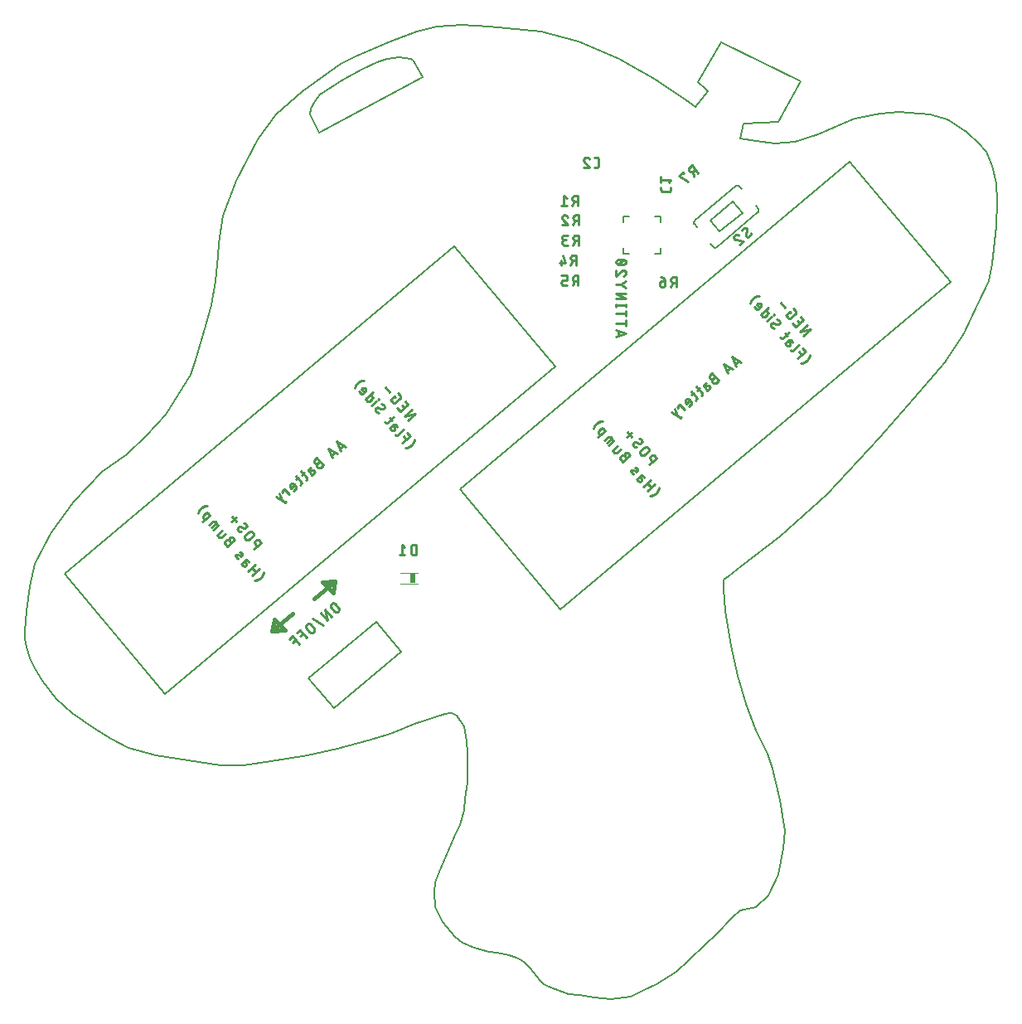
<source format=gbo>
G04 EAGLE Gerber RS-274X export*
G75*
%MOMM*%
%FSLAX34Y34*%
%LPD*%
%INSilk bottom*%
%IPPOS*%
%AMOC8*
5,1,8,0,0,1.08239X$1,22.5*%
G01*
%ADD10C,0.152400*%
%ADD11C,0.406400*%
%ADD12C,0.203200*%
%ADD13C,0.254000*%
%ADD14C,0.127000*%
%ADD15C,0.101600*%
%ADD16R,0.600000X1.100000*%


D10*
X201930Y241300D02*
X135890Y251460D01*
X107950Y259080D01*
X90170Y267970D01*
X72390Y279400D01*
X50800Y294640D01*
X34290Y308610D01*
X20320Y327660D01*
X12700Y340360D01*
X7620Y350520D01*
X3810Y361950D01*
X2540Y369570D01*
X2540Y378460D01*
X3810Y398780D01*
X7620Y424180D01*
X12700Y447040D01*
X29210Y478790D01*
X52070Y510540D01*
X81280Y541020D01*
X106680Y558800D01*
X127000Y577850D01*
X146050Y599440D01*
X171450Y640080D01*
X176530Y655320D01*
X186690Y689610D01*
X193040Y711200D01*
X196850Y735330D01*
X199390Y760730D01*
X200660Y774700D01*
X204470Y802640D01*
X218440Y838200D01*
X240030Y880110D01*
X259080Y905510D01*
X285750Y929640D01*
X325120Y957580D01*
X340360Y965200D01*
X375920Y980440D01*
X402590Y990600D01*
X422910Y995680D01*
X448310Y996950D01*
X476250Y995680D01*
X529590Y990600D01*
X567690Y980440D01*
X609600Y962660D01*
X646430Y941070D01*
X680720Y918210D01*
X732790Y881380D02*
X749300Y878840D01*
X768350Y876300D01*
X788670Y877570D01*
X812800Y885190D01*
X838200Y896620D01*
X849630Y901700D01*
X876300Y906780D01*
X895350Y908050D01*
X927100Y905510D01*
X944880Y900430D01*
X963930Y887730D01*
X976630Y876300D01*
X984250Y867410D01*
X990600Y853440D01*
X994410Y835660D01*
X995680Y816610D01*
X994410Y791210D01*
X990600Y753110D01*
X986790Y735330D01*
X975360Y711200D01*
X961390Y681990D01*
X942340Y652780D01*
X915670Y622300D01*
X875030Y575310D01*
X821690Y518160D01*
X773430Y474980D01*
X734060Y444500D01*
X721360Y434340D01*
X716280Y430530D01*
X716280Y421640D01*
X717550Y398780D01*
X723900Y363220D01*
X730250Y332740D01*
X739140Y303530D01*
X749300Y276860D01*
X760730Y252730D01*
X765810Y237490D01*
X769620Y223520D01*
X773430Y205740D01*
X778510Y173990D01*
X777240Y156210D01*
X772160Y129540D01*
X762000Y107950D01*
X749300Y96520D01*
X732790Y92710D01*
X725170Y86360D01*
X708660Y68580D01*
X697230Y58420D01*
X680720Y41910D01*
X668020Y30480D01*
X654050Y21590D01*
X647700Y17780D01*
X635000Y11430D01*
X621030Y5080D01*
X600710Y2540D01*
X584200Y3810D01*
X568960Y6350D01*
X557530Y7620D01*
X537210Y15240D01*
X532130Y17780D01*
X528320Y21590D01*
X521970Y29210D01*
X518160Y34290D01*
X513080Y39370D01*
X509270Y41910D01*
X504190Y44450D01*
X496570Y46990D01*
X485140Y49530D01*
X476250Y50800D01*
X461010Y54610D01*
X449580Y59690D01*
X441960Y66040D01*
X429260Y81280D01*
X421640Y96520D01*
X420370Y111760D01*
X421640Y121920D01*
X426720Y134620D01*
X441960Y170180D01*
X447040Y180340D01*
X450850Y195580D01*
X452120Y207010D01*
X454660Y223520D01*
X454660Y254000D01*
X453390Y265430D01*
X450850Y280670D01*
X447040Y287020D01*
X443230Y292100D01*
X438150Y294640D01*
X436880Y294640D01*
X431800Y293370D01*
X400050Y283210D01*
X375920Y273050D01*
X353060Y266700D01*
X321310Y257810D01*
X290830Y251460D01*
X254000Y245110D01*
X226060Y241300D01*
X201930Y241300D01*
X303530Y925830D02*
X327660Y941070D01*
X347980Y952500D01*
X361950Y958850D01*
X372110Y962660D01*
X384810Y963930D01*
X396240Y962660D01*
X398780Y961390D01*
X408686Y944118D01*
X303276Y886968D01*
X293370Y905510D01*
X294640Y911860D01*
X298450Y919480D01*
X303530Y925830D01*
X736600Y896620D02*
X772160Y897890D01*
X697230Y932180D02*
X689610Y938530D01*
X713740Y979170D01*
X795020Y939800D01*
X772160Y897890D01*
X687070Y913130D02*
X680720Y918210D01*
X687070Y913130D02*
X699770Y929640D01*
X697230Y932180D01*
X736600Y896620D02*
X732790Y881380D01*
D11*
X319000Y429000D02*
X298000Y411000D01*
X306000Y428000D02*
X319000Y429000D01*
X317000Y417000D02*
X306000Y428000D01*
X319000Y429000D02*
X317000Y417000D01*
X276000Y396000D02*
X255000Y378000D01*
X268000Y379000D01*
X257000Y390000D01*
X255000Y378000D01*
D12*
X613910Y763466D02*
X613910Y769434D01*
X613910Y763466D02*
X619878Y763466D01*
X619878Y801434D02*
X613910Y801434D01*
X613910Y795466D01*
X651878Y795466D02*
X651878Y801434D01*
X645910Y801434D01*
X645910Y763466D02*
X651878Y763466D01*
X651878Y769434D01*
D13*
X616206Y681836D02*
X606046Y678450D01*
X606046Y685223D02*
X616206Y681836D01*
X608586Y684376D02*
X608586Y679296D01*
X606046Y692504D02*
X616206Y692504D01*
X616206Y689682D02*
X616206Y695326D01*
X616206Y702410D02*
X606046Y702410D01*
X616206Y699588D02*
X616206Y705232D01*
X616206Y710792D02*
X606046Y710792D01*
X606046Y709663D02*
X606046Y711921D01*
X616206Y711921D02*
X616206Y709663D01*
X616206Y717495D02*
X606046Y717495D01*
X606046Y723139D02*
X616206Y717495D01*
X616206Y723139D02*
X606046Y723139D01*
X611408Y732128D02*
X616206Y728742D01*
X611408Y732128D02*
X616206Y735515D01*
X611408Y732128D02*
X606046Y732128D01*
X616206Y743840D02*
X616204Y743940D01*
X616198Y744039D01*
X616188Y744139D01*
X616175Y744237D01*
X616157Y744336D01*
X616136Y744433D01*
X616111Y744529D01*
X616082Y744625D01*
X616049Y744719D01*
X616013Y744812D01*
X615973Y744903D01*
X615929Y744993D01*
X615882Y745081D01*
X615832Y745167D01*
X615778Y745251D01*
X615721Y745333D01*
X615661Y745412D01*
X615597Y745490D01*
X615531Y745564D01*
X615462Y745636D01*
X615390Y745705D01*
X615316Y745771D01*
X615238Y745835D01*
X615159Y745895D01*
X615077Y745952D01*
X614993Y746006D01*
X614907Y746056D01*
X614819Y746103D01*
X614729Y746147D01*
X614638Y746187D01*
X614545Y746223D01*
X614451Y746256D01*
X614355Y746285D01*
X614259Y746310D01*
X614162Y746331D01*
X614063Y746349D01*
X613965Y746362D01*
X613865Y746372D01*
X613766Y746378D01*
X613666Y746380D01*
X616206Y743840D02*
X616204Y743729D01*
X616198Y743618D01*
X616189Y743508D01*
X616176Y743398D01*
X616159Y743288D01*
X616138Y743179D01*
X616114Y743071D01*
X616086Y742964D01*
X616055Y742857D01*
X616019Y742752D01*
X615981Y742648D01*
X615938Y742546D01*
X615893Y742445D01*
X615843Y742345D01*
X615791Y742248D01*
X615735Y742152D01*
X615676Y742058D01*
X615614Y741966D01*
X615549Y741876D01*
X615481Y741789D01*
X615409Y741704D01*
X615335Y741621D01*
X615259Y741541D01*
X615179Y741464D01*
X615097Y741389D01*
X615013Y741317D01*
X614926Y741248D01*
X614837Y741183D01*
X614745Y741120D01*
X614652Y741060D01*
X614556Y741004D01*
X614459Y740950D01*
X614360Y740901D01*
X614259Y740854D01*
X614157Y740811D01*
X614053Y740772D01*
X613948Y740736D01*
X611691Y745533D02*
X611761Y745605D01*
X611834Y745674D01*
X611910Y745740D01*
X611988Y745803D01*
X612068Y745863D01*
X612151Y745920D01*
X612235Y745975D01*
X612322Y746026D01*
X612410Y746074D01*
X612500Y746118D01*
X612591Y746159D01*
X612684Y746197D01*
X612779Y746232D01*
X612874Y746263D01*
X612971Y746290D01*
X613068Y746314D01*
X613167Y746334D01*
X613266Y746350D01*
X613365Y746363D01*
X613465Y746373D01*
X613566Y746378D01*
X613666Y746380D01*
X611690Y745534D02*
X606046Y740736D01*
X606046Y746380D01*
X611126Y752166D02*
X611326Y752168D01*
X611526Y752176D01*
X611725Y752187D01*
X611924Y752204D01*
X612123Y752226D01*
X612321Y752252D01*
X612519Y752283D01*
X612715Y752318D01*
X612911Y752359D01*
X613106Y752403D01*
X613300Y752453D01*
X613492Y752507D01*
X613683Y752566D01*
X613873Y752629D01*
X614061Y752697D01*
X614247Y752769D01*
X614432Y752846D01*
X614614Y752927D01*
X614795Y753013D01*
X614879Y753044D01*
X614961Y753078D01*
X615042Y753116D01*
X615122Y753157D01*
X615199Y753202D01*
X615274Y753249D01*
X615348Y753300D01*
X615419Y753355D01*
X615487Y753412D01*
X615554Y753472D01*
X615617Y753535D01*
X615678Y753600D01*
X615736Y753668D01*
X615791Y753738D01*
X615843Y753811D01*
X615891Y753886D01*
X615937Y753963D01*
X615979Y754041D01*
X616018Y754122D01*
X616053Y754204D01*
X616085Y754287D01*
X616113Y754372D01*
X616138Y754458D01*
X616158Y754545D01*
X616176Y754632D01*
X616189Y754721D01*
X616198Y754810D01*
X616204Y754899D01*
X616206Y754988D01*
X616204Y755077D01*
X616198Y755166D01*
X616189Y755255D01*
X616176Y755344D01*
X616158Y755431D01*
X616138Y755518D01*
X616113Y755604D01*
X616085Y755689D01*
X616053Y755772D01*
X616018Y755854D01*
X615979Y755935D01*
X615937Y756013D01*
X615891Y756090D01*
X615843Y756165D01*
X615791Y756238D01*
X615736Y756308D01*
X615678Y756376D01*
X615617Y756442D01*
X615553Y756504D01*
X615487Y756564D01*
X615419Y756621D01*
X615348Y756676D01*
X615274Y756727D01*
X615199Y756774D01*
X615122Y756819D01*
X615042Y756860D01*
X614961Y756898D01*
X614879Y756932D01*
X614795Y756963D01*
X614614Y757049D01*
X614431Y757130D01*
X614247Y757207D01*
X614060Y757279D01*
X613872Y757347D01*
X613683Y757410D01*
X613492Y757469D01*
X613299Y757523D01*
X613106Y757573D01*
X612911Y757617D01*
X612715Y757658D01*
X612519Y757693D01*
X612321Y757724D01*
X612123Y757750D01*
X611924Y757772D01*
X611725Y757789D01*
X611526Y757800D01*
X611326Y757808D01*
X611126Y757810D01*
X611126Y752166D02*
X610926Y752168D01*
X610726Y752176D01*
X610527Y752187D01*
X610328Y752204D01*
X610129Y752226D01*
X609931Y752252D01*
X609733Y752283D01*
X609537Y752318D01*
X609341Y752359D01*
X609146Y752403D01*
X608952Y752453D01*
X608760Y752507D01*
X608569Y752566D01*
X608379Y752629D01*
X608191Y752697D01*
X608005Y752769D01*
X607820Y752846D01*
X607638Y752927D01*
X607457Y753013D01*
X607373Y753044D01*
X607291Y753078D01*
X607210Y753116D01*
X607130Y753157D01*
X607053Y753202D01*
X606978Y753249D01*
X606904Y753301D01*
X606833Y753355D01*
X606765Y753412D01*
X606698Y753472D01*
X606635Y753535D01*
X606574Y753600D01*
X606516Y753668D01*
X606461Y753738D01*
X606409Y753811D01*
X606361Y753886D01*
X606315Y753963D01*
X606273Y754041D01*
X606234Y754122D01*
X606199Y754204D01*
X606167Y754287D01*
X606139Y754372D01*
X606114Y754458D01*
X606094Y754545D01*
X606076Y754632D01*
X606063Y754721D01*
X606054Y754810D01*
X606048Y754899D01*
X606046Y754988D01*
X607457Y756964D02*
X607638Y757050D01*
X607820Y757131D01*
X608005Y757208D01*
X608191Y757280D01*
X608379Y757348D01*
X608569Y757411D01*
X608760Y757470D01*
X608952Y757524D01*
X609146Y757574D01*
X609341Y757618D01*
X609537Y757659D01*
X609733Y757694D01*
X609931Y757725D01*
X610129Y757751D01*
X610328Y757773D01*
X610527Y757790D01*
X610726Y757801D01*
X610926Y757809D01*
X611126Y757811D01*
X607457Y756963D02*
X607373Y756932D01*
X607291Y756898D01*
X607210Y756860D01*
X607130Y756819D01*
X607053Y756774D01*
X606978Y756727D01*
X606904Y756676D01*
X606833Y756621D01*
X606765Y756564D01*
X606698Y756504D01*
X606635Y756441D01*
X606574Y756376D01*
X606516Y756308D01*
X606461Y756238D01*
X606409Y756165D01*
X606361Y756090D01*
X606315Y756013D01*
X606273Y755935D01*
X606234Y755854D01*
X606199Y755772D01*
X606167Y755689D01*
X606139Y755604D01*
X606114Y755518D01*
X606094Y755431D01*
X606076Y755344D01*
X606063Y755255D01*
X606054Y755166D01*
X606048Y755077D01*
X606046Y754988D01*
X608304Y752730D02*
X613948Y757246D01*
D14*
X543965Y648131D02*
X145621Y313882D01*
X543965Y648131D02*
X441119Y770698D01*
X42775Y436449D01*
X145621Y313882D01*
D13*
X321048Y572146D02*
X330173Y566539D01*
X324984Y562186D02*
X321048Y572146D01*
X327891Y567941D02*
X324000Y564676D01*
X321417Y559192D02*
X312292Y564798D01*
X316228Y554839D01*
X315244Y557329D02*
X319135Y560594D01*
X303412Y551453D02*
X301250Y549638D01*
X301170Y549568D01*
X301094Y549496D01*
X301019Y549421D01*
X300948Y549343D01*
X300880Y549263D01*
X300814Y549180D01*
X300752Y549095D01*
X300693Y549007D01*
X300638Y548917D01*
X300586Y548826D01*
X300537Y548732D01*
X300492Y548637D01*
X300450Y548540D01*
X300412Y548441D01*
X300378Y548341D01*
X300347Y548240D01*
X300321Y548138D01*
X300298Y548035D01*
X300279Y547931D01*
X300264Y547827D01*
X300253Y547722D01*
X300246Y547617D01*
X300242Y547511D01*
X300243Y547406D01*
X300247Y547300D01*
X300256Y547195D01*
X300268Y547090D01*
X300285Y546986D01*
X300305Y546882D01*
X300329Y546780D01*
X300357Y546678D01*
X300389Y546577D01*
X300424Y546478D01*
X300464Y546380D01*
X300506Y546283D01*
X300553Y546189D01*
X300603Y546096D01*
X300656Y546005D01*
X300713Y545916D01*
X300773Y545829D01*
X300836Y545744D01*
X300902Y545662D01*
X300972Y545582D01*
X301044Y545506D01*
X301119Y545431D01*
X301197Y545360D01*
X301277Y545292D01*
X301360Y545226D01*
X301445Y545164D01*
X301533Y545105D01*
X301623Y545050D01*
X301714Y544998D01*
X301808Y544949D01*
X301903Y544904D01*
X302000Y544862D01*
X302099Y544824D01*
X302199Y544790D01*
X302300Y544759D01*
X302402Y544733D01*
X302505Y544710D01*
X302609Y544691D01*
X302713Y544676D01*
X302818Y544665D01*
X302923Y544658D01*
X303029Y544654D01*
X303134Y544655D01*
X303240Y544659D01*
X303345Y544668D01*
X303450Y544680D01*
X303554Y544697D01*
X303658Y544717D01*
X303760Y544741D01*
X303862Y544769D01*
X303963Y544801D01*
X304062Y544836D01*
X304160Y544876D01*
X304257Y544918D01*
X304351Y544965D01*
X304444Y545015D01*
X304535Y545068D01*
X304624Y545125D01*
X304711Y545185D01*
X304796Y545248D01*
X304878Y545314D01*
X304878Y545315D02*
X307040Y547129D01*
X300509Y554912D01*
X298347Y553098D01*
X298276Y553036D01*
X298209Y552972D01*
X298144Y552905D01*
X298082Y552835D01*
X298023Y552763D01*
X297966Y552688D01*
X297913Y552612D01*
X297864Y552533D01*
X297817Y552452D01*
X297774Y552369D01*
X297734Y552285D01*
X297698Y552198D01*
X297666Y552111D01*
X297637Y552022D01*
X297612Y551932D01*
X297590Y551842D01*
X297573Y551750D01*
X297559Y551658D01*
X297549Y551565D01*
X297542Y551472D01*
X297540Y551378D01*
X297542Y551285D01*
X297547Y551192D01*
X297556Y551099D01*
X297569Y551007D01*
X297586Y550915D01*
X297607Y550824D01*
X297631Y550734D01*
X297659Y550645D01*
X297691Y550557D01*
X297726Y550470D01*
X297765Y550386D01*
X297807Y550302D01*
X297853Y550221D01*
X297902Y550142D01*
X297954Y550064D01*
X298010Y549989D01*
X298068Y549917D01*
X298130Y549846D01*
X298194Y549779D01*
X298261Y549714D01*
X298331Y549652D01*
X298403Y549593D01*
X298478Y549536D01*
X298554Y549483D01*
X298633Y549434D01*
X298714Y549387D01*
X298797Y549344D01*
X298881Y549304D01*
X298968Y549268D01*
X299055Y549236D01*
X299144Y549207D01*
X299234Y549182D01*
X299324Y549160D01*
X299416Y549143D01*
X299508Y549129D01*
X299601Y549119D01*
X299694Y549112D01*
X299788Y549110D01*
X299881Y549112D01*
X299974Y549117D01*
X300067Y549126D01*
X300159Y549139D01*
X300251Y549156D01*
X300342Y549177D01*
X300432Y549201D01*
X300521Y549229D01*
X300609Y549261D01*
X300696Y549296D01*
X300780Y549335D01*
X300864Y549377D01*
X300945Y549423D01*
X301024Y549472D01*
X301102Y549524D01*
X301177Y549580D01*
X301249Y549638D01*
X294980Y542167D02*
X293034Y540534D01*
X294980Y542168D02*
X295048Y542222D01*
X295119Y542274D01*
X295191Y542322D01*
X295266Y542368D01*
X295343Y542410D01*
X295422Y542448D01*
X295502Y542483D01*
X295583Y542514D01*
X295666Y542542D01*
X295750Y542566D01*
X295835Y542586D01*
X295921Y542602D01*
X296008Y542615D01*
X296095Y542624D01*
X296182Y542629D01*
X296269Y542630D01*
X296357Y542627D01*
X296444Y542620D01*
X296531Y542610D01*
X296617Y542596D01*
X296703Y542577D01*
X296787Y542556D01*
X296871Y542530D01*
X296953Y542501D01*
X297034Y542468D01*
X297114Y542431D01*
X297191Y542391D01*
X297267Y542348D01*
X297341Y542301D01*
X297413Y542251D01*
X297483Y542198D01*
X297550Y542142D01*
X297614Y542083D01*
X297676Y542022D01*
X297735Y541957D01*
X297791Y541890D01*
X297845Y541821D01*
X297895Y541749D01*
X297942Y541675D01*
X297985Y541600D01*
X298025Y541522D01*
X298062Y541443D01*
X298095Y541362D01*
X298124Y541279D01*
X298150Y541196D01*
X298172Y541111D01*
X298191Y541026D01*
X298205Y540940D01*
X298216Y540853D01*
X298223Y540766D01*
X298226Y540678D01*
X298225Y540591D01*
X298220Y540504D01*
X298212Y540417D01*
X298199Y540330D01*
X298183Y540244D01*
X298163Y540159D01*
X298139Y540075D01*
X298112Y539992D01*
X298081Y539910D01*
X298046Y539830D01*
X298008Y539751D01*
X297966Y539674D01*
X297921Y539599D01*
X297873Y539527D01*
X297821Y539456D01*
X297767Y539388D01*
X297709Y539322D01*
X297649Y539258D01*
X297586Y539198D01*
X297520Y539140D01*
X295574Y537508D01*
X292309Y541399D01*
X292309Y541400D02*
X292259Y541463D01*
X292212Y541528D01*
X292167Y541595D01*
X292127Y541665D01*
X292089Y541736D01*
X292055Y541809D01*
X292024Y541884D01*
X291998Y541960D01*
X291974Y542037D01*
X291955Y542115D01*
X291939Y542194D01*
X291927Y542274D01*
X291918Y542354D01*
X291914Y542434D01*
X291913Y542515D01*
X291916Y542595D01*
X291923Y542676D01*
X291934Y542756D01*
X291949Y542835D01*
X291967Y542913D01*
X291989Y542991D01*
X292015Y543067D01*
X292044Y543142D01*
X292077Y543216D01*
X292114Y543288D01*
X292153Y543358D01*
X292196Y543426D01*
X292243Y543492D01*
X292292Y543556D01*
X292344Y543617D01*
X292399Y543676D01*
X292457Y543732D01*
X292518Y543785D01*
X292517Y543785D02*
X294247Y545236D01*
X287579Y539641D02*
X284985Y537464D01*
X284537Y541510D02*
X289980Y535024D01*
X289980Y535023D02*
X290030Y534960D01*
X290077Y534895D01*
X290122Y534828D01*
X290162Y534758D01*
X290200Y534687D01*
X290234Y534614D01*
X290265Y534539D01*
X290291Y534463D01*
X290315Y534386D01*
X290334Y534308D01*
X290350Y534229D01*
X290362Y534149D01*
X290371Y534069D01*
X290375Y533989D01*
X290376Y533908D01*
X290373Y533828D01*
X290366Y533747D01*
X290355Y533667D01*
X290340Y533588D01*
X290322Y533510D01*
X290300Y533432D01*
X290274Y533356D01*
X290245Y533281D01*
X290212Y533207D01*
X290175Y533135D01*
X290136Y533065D01*
X290093Y532997D01*
X290046Y532931D01*
X289997Y532867D01*
X289945Y532806D01*
X289890Y532747D01*
X289832Y532691D01*
X289771Y532638D01*
X289339Y532275D01*
X282034Y534988D02*
X279439Y532811D01*
X278992Y536856D02*
X284434Y530371D01*
X284434Y530370D02*
X284484Y530307D01*
X284531Y530242D01*
X284576Y530175D01*
X284616Y530105D01*
X284654Y530034D01*
X284688Y529961D01*
X284719Y529886D01*
X284745Y529810D01*
X284769Y529733D01*
X284788Y529655D01*
X284804Y529576D01*
X284816Y529496D01*
X284825Y529416D01*
X284829Y529336D01*
X284830Y529255D01*
X284827Y529175D01*
X284820Y529094D01*
X284809Y529014D01*
X284794Y528935D01*
X284776Y528857D01*
X284754Y528779D01*
X284728Y528703D01*
X284699Y528628D01*
X284666Y528554D01*
X284629Y528482D01*
X284590Y528412D01*
X284547Y528344D01*
X284500Y528278D01*
X284451Y528214D01*
X284399Y528153D01*
X284344Y528094D01*
X284286Y528038D01*
X284225Y527985D01*
X284226Y527985D02*
X283793Y527622D01*
X278686Y523337D02*
X276524Y521523D01*
X278686Y523337D02*
X278747Y523390D01*
X278805Y523446D01*
X278860Y523505D01*
X278912Y523566D01*
X278961Y523630D01*
X279008Y523696D01*
X279051Y523764D01*
X279090Y523834D01*
X279127Y523906D01*
X279160Y523980D01*
X279189Y524055D01*
X279215Y524131D01*
X279237Y524209D01*
X279255Y524287D01*
X279270Y524367D01*
X279281Y524446D01*
X279288Y524527D01*
X279291Y524607D01*
X279290Y524688D01*
X279286Y524768D01*
X279277Y524848D01*
X279265Y524928D01*
X279249Y525007D01*
X279230Y525085D01*
X279206Y525162D01*
X279179Y525238D01*
X279149Y525313D01*
X279115Y525386D01*
X279077Y525457D01*
X279037Y525527D01*
X278992Y525594D01*
X278945Y525659D01*
X278895Y525722D01*
X277081Y527884D01*
X277019Y527955D01*
X276955Y528022D01*
X276888Y528087D01*
X276818Y528149D01*
X276746Y528208D01*
X276672Y528265D01*
X276595Y528318D01*
X276516Y528367D01*
X276435Y528414D01*
X276352Y528457D01*
X276268Y528497D01*
X276181Y528533D01*
X276094Y528565D01*
X276005Y528594D01*
X275915Y528619D01*
X275825Y528641D01*
X275733Y528658D01*
X275641Y528672D01*
X275548Y528682D01*
X275455Y528689D01*
X275361Y528691D01*
X275268Y528689D01*
X275175Y528684D01*
X275082Y528675D01*
X274990Y528662D01*
X274898Y528645D01*
X274807Y528624D01*
X274717Y528600D01*
X274628Y528572D01*
X274540Y528540D01*
X274453Y528505D01*
X274369Y528466D01*
X274285Y528424D01*
X274204Y528378D01*
X274125Y528329D01*
X274047Y528277D01*
X273972Y528221D01*
X273900Y528163D01*
X273829Y528101D01*
X273762Y528037D01*
X273697Y527970D01*
X273635Y527900D01*
X273576Y527828D01*
X273519Y527753D01*
X273466Y527677D01*
X273417Y527598D01*
X273370Y527517D01*
X273327Y527434D01*
X273287Y527350D01*
X273251Y527263D01*
X273219Y527176D01*
X273190Y527087D01*
X273165Y526997D01*
X273143Y526907D01*
X273126Y526815D01*
X273112Y526723D01*
X273102Y526630D01*
X273095Y526537D01*
X273093Y526443D01*
X273095Y526350D01*
X273100Y526257D01*
X273109Y526164D01*
X273122Y526072D01*
X273139Y525980D01*
X273160Y525889D01*
X273184Y525799D01*
X273212Y525710D01*
X273244Y525622D01*
X273279Y525535D01*
X273318Y525451D01*
X273360Y525367D01*
X273406Y525286D01*
X273455Y525207D01*
X273507Y525129D01*
X273563Y525054D01*
X273621Y524982D01*
X273622Y524982D02*
X274347Y524117D01*
X277806Y527020D01*
X272014Y517738D02*
X267660Y522927D01*
X265066Y520750D01*
X265791Y519885D01*
X268735Y510565D02*
X267870Y509840D01*
X258745Y515446D01*
X262204Y518348D02*
X264828Y511708D01*
X243966Y468316D02*
X236183Y461786D01*
X243966Y468316D02*
X242152Y470478D01*
X242082Y470558D01*
X242010Y470634D01*
X241935Y470709D01*
X241857Y470780D01*
X241777Y470848D01*
X241694Y470914D01*
X241609Y470976D01*
X241521Y471035D01*
X241431Y471090D01*
X241340Y471142D01*
X241246Y471191D01*
X241151Y471236D01*
X241054Y471278D01*
X240955Y471316D01*
X240855Y471350D01*
X240754Y471381D01*
X240652Y471407D01*
X240549Y471430D01*
X240445Y471449D01*
X240341Y471464D01*
X240236Y471475D01*
X240131Y471482D01*
X240025Y471486D01*
X239920Y471485D01*
X239814Y471481D01*
X239709Y471472D01*
X239604Y471460D01*
X239500Y471443D01*
X239396Y471423D01*
X239294Y471399D01*
X239192Y471371D01*
X239091Y471339D01*
X238992Y471304D01*
X238894Y471264D01*
X238797Y471222D01*
X238703Y471175D01*
X238610Y471125D01*
X238519Y471072D01*
X238430Y471015D01*
X238343Y470955D01*
X238258Y470892D01*
X238176Y470826D01*
X238096Y470756D01*
X238020Y470684D01*
X237945Y470609D01*
X237874Y470531D01*
X237806Y470451D01*
X237740Y470368D01*
X237678Y470283D01*
X237619Y470195D01*
X237564Y470105D01*
X237512Y470014D01*
X237463Y469920D01*
X237418Y469825D01*
X237376Y469728D01*
X237338Y469629D01*
X237304Y469529D01*
X237273Y469428D01*
X237247Y469326D01*
X237224Y469223D01*
X237205Y469119D01*
X237190Y469015D01*
X237179Y468910D01*
X237172Y468805D01*
X237168Y468699D01*
X237169Y468594D01*
X237173Y468488D01*
X237182Y468383D01*
X237194Y468278D01*
X237211Y468174D01*
X237231Y468070D01*
X237255Y467968D01*
X237283Y467866D01*
X237315Y467765D01*
X237350Y467666D01*
X237390Y467568D01*
X237432Y467471D01*
X237479Y467377D01*
X237529Y467284D01*
X237582Y467193D01*
X237639Y467103D01*
X237699Y467017D01*
X237762Y466932D01*
X237828Y466850D01*
X239642Y464688D01*
X231433Y471837D02*
X234893Y474739D01*
X234892Y474739D02*
X234972Y474809D01*
X235048Y474881D01*
X235123Y474956D01*
X235194Y475034D01*
X235262Y475114D01*
X235328Y475197D01*
X235390Y475282D01*
X235449Y475370D01*
X235504Y475460D01*
X235556Y475551D01*
X235605Y475645D01*
X235650Y475740D01*
X235692Y475837D01*
X235730Y475936D01*
X235764Y476036D01*
X235795Y476137D01*
X235821Y476239D01*
X235844Y476342D01*
X235863Y476446D01*
X235878Y476550D01*
X235889Y476655D01*
X235896Y476760D01*
X235900Y476866D01*
X235899Y476971D01*
X235895Y477077D01*
X235886Y477182D01*
X235874Y477287D01*
X235857Y477391D01*
X235837Y477495D01*
X235813Y477597D01*
X235785Y477699D01*
X235753Y477800D01*
X235718Y477899D01*
X235678Y477997D01*
X235636Y478094D01*
X235589Y478188D01*
X235539Y478281D01*
X235486Y478372D01*
X235429Y478461D01*
X235369Y478548D01*
X235306Y478633D01*
X235240Y478715D01*
X235170Y478795D01*
X235098Y478871D01*
X235023Y478946D01*
X234945Y479017D01*
X234865Y479085D01*
X234782Y479151D01*
X234697Y479213D01*
X234609Y479272D01*
X234519Y479327D01*
X234428Y479379D01*
X234334Y479428D01*
X234239Y479473D01*
X234142Y479515D01*
X234043Y479553D01*
X233943Y479587D01*
X233842Y479618D01*
X233740Y479644D01*
X233637Y479667D01*
X233533Y479686D01*
X233429Y479701D01*
X233324Y479712D01*
X233219Y479719D01*
X233113Y479723D01*
X233008Y479722D01*
X232902Y479718D01*
X232797Y479709D01*
X232692Y479697D01*
X232588Y479680D01*
X232484Y479660D01*
X232382Y479636D01*
X232280Y479608D01*
X232179Y479576D01*
X232080Y479541D01*
X231982Y479501D01*
X231885Y479459D01*
X231791Y479412D01*
X231698Y479362D01*
X231607Y479309D01*
X231518Y479252D01*
X231431Y479192D01*
X231346Y479129D01*
X231264Y479063D01*
X227805Y476161D01*
X227725Y476091D01*
X227649Y476019D01*
X227574Y475944D01*
X227503Y475866D01*
X227435Y475786D01*
X227369Y475703D01*
X227307Y475618D01*
X227248Y475530D01*
X227193Y475440D01*
X227141Y475349D01*
X227092Y475255D01*
X227047Y475160D01*
X227005Y475063D01*
X226967Y474964D01*
X226933Y474864D01*
X226902Y474763D01*
X226876Y474661D01*
X226853Y474558D01*
X226834Y474454D01*
X226819Y474350D01*
X226808Y474245D01*
X226801Y474140D01*
X226797Y474034D01*
X226798Y473929D01*
X226802Y473823D01*
X226811Y473718D01*
X226823Y473613D01*
X226840Y473509D01*
X226860Y473405D01*
X226884Y473303D01*
X226912Y473201D01*
X226944Y473100D01*
X226979Y473001D01*
X227019Y472903D01*
X227061Y472806D01*
X227108Y472712D01*
X227158Y472619D01*
X227211Y472528D01*
X227268Y472439D01*
X227328Y472352D01*
X227391Y472267D01*
X227457Y472185D01*
X227527Y472105D01*
X227599Y472029D01*
X227674Y471954D01*
X227752Y471883D01*
X227832Y471815D01*
X227915Y471749D01*
X228000Y471687D01*
X228088Y471628D01*
X228178Y471573D01*
X228269Y471521D01*
X228363Y471472D01*
X228458Y471427D01*
X228555Y471385D01*
X228654Y471347D01*
X228754Y471313D01*
X228855Y471282D01*
X228957Y471256D01*
X229060Y471233D01*
X229164Y471214D01*
X229268Y471199D01*
X229373Y471188D01*
X229478Y471181D01*
X229584Y471177D01*
X229689Y471178D01*
X229795Y471182D01*
X229900Y471191D01*
X230005Y471203D01*
X230109Y471220D01*
X230213Y471240D01*
X230315Y471264D01*
X230417Y471292D01*
X230518Y471324D01*
X230617Y471359D01*
X230715Y471399D01*
X230812Y471441D01*
X230906Y471488D01*
X230999Y471538D01*
X231090Y471591D01*
X231180Y471648D01*
X231266Y471708D01*
X231351Y471771D01*
X231433Y471837D01*
X219992Y481081D02*
X219934Y481153D01*
X219878Y481228D01*
X219826Y481306D01*
X219777Y481385D01*
X219731Y481466D01*
X219689Y481550D01*
X219650Y481634D01*
X219615Y481721D01*
X219583Y481809D01*
X219555Y481898D01*
X219531Y481988D01*
X219510Y482079D01*
X219493Y482171D01*
X219480Y482263D01*
X219471Y482356D01*
X219466Y482449D01*
X219464Y482542D01*
X219466Y482636D01*
X219473Y482729D01*
X219483Y482822D01*
X219497Y482914D01*
X219514Y483005D01*
X219536Y483096D01*
X219561Y483186D01*
X219590Y483275D01*
X219622Y483362D01*
X219658Y483448D01*
X219698Y483533D01*
X219741Y483616D01*
X219788Y483697D01*
X219837Y483776D01*
X219890Y483852D01*
X219946Y483927D01*
X220006Y483999D01*
X220068Y484069D01*
X220133Y484136D01*
X220200Y484200D01*
X220271Y484262D01*
X219992Y481081D02*
X220080Y480979D01*
X220171Y480880D01*
X220264Y480783D01*
X220360Y480689D01*
X220459Y480598D01*
X220560Y480509D01*
X220664Y480424D01*
X220770Y480341D01*
X220879Y480262D01*
X220990Y480185D01*
X221102Y480112D01*
X221217Y480042D01*
X221334Y479975D01*
X221452Y479911D01*
X221573Y479851D01*
X221695Y479794D01*
X221818Y479741D01*
X221943Y479691D01*
X222069Y479645D01*
X222197Y479602D01*
X222326Y479563D01*
X222455Y479528D01*
X222586Y479496D01*
X222718Y479468D01*
X222850Y479444D01*
X222983Y479423D01*
X223116Y479407D01*
X223250Y479393D01*
X228041Y483782D02*
X228112Y483844D01*
X228179Y483908D01*
X228244Y483975D01*
X228306Y484045D01*
X228366Y484117D01*
X228422Y484192D01*
X228475Y484268D01*
X228524Y484347D01*
X228571Y484428D01*
X228614Y484511D01*
X228654Y484595D01*
X228690Y484682D01*
X228722Y484769D01*
X228751Y484858D01*
X228776Y484948D01*
X228798Y485038D01*
X228815Y485130D01*
X228829Y485222D01*
X228839Y485315D01*
X228846Y485408D01*
X228848Y485502D01*
X228846Y485595D01*
X228841Y485688D01*
X228832Y485781D01*
X228819Y485873D01*
X228802Y485965D01*
X228781Y486056D01*
X228757Y486146D01*
X228729Y486235D01*
X228697Y486323D01*
X228662Y486410D01*
X228623Y486494D01*
X228581Y486578D01*
X228535Y486659D01*
X228486Y486738D01*
X228434Y486816D01*
X228378Y486891D01*
X228320Y486963D01*
X228235Y487061D01*
X228147Y487156D01*
X228056Y487249D01*
X227963Y487339D01*
X227866Y487426D01*
X227768Y487510D01*
X227666Y487591D01*
X227562Y487669D01*
X227456Y487743D01*
X227348Y487814D01*
X227237Y487882D01*
X227125Y487947D01*
X227010Y488008D01*
X226894Y488065D01*
X226776Y488119D01*
X226656Y488169D01*
X226535Y488216D01*
X226413Y488259D01*
X226289Y488298D01*
X226164Y488333D01*
X226038Y488364D01*
X225802Y483377D02*
X225892Y483347D01*
X225984Y483321D01*
X226077Y483299D01*
X226170Y483281D01*
X226264Y483266D01*
X226359Y483255D01*
X226454Y483249D01*
X226549Y483246D01*
X226644Y483247D01*
X226739Y483252D01*
X226834Y483262D01*
X226928Y483275D01*
X227022Y483292D01*
X227115Y483312D01*
X227207Y483337D01*
X227298Y483366D01*
X227387Y483398D01*
X227476Y483434D01*
X227562Y483473D01*
X227647Y483516D01*
X227730Y483563D01*
X227811Y483613D01*
X227890Y483666D01*
X227967Y483723D01*
X228041Y483782D01*
X222510Y484667D02*
X222420Y484696D01*
X222328Y484723D01*
X222236Y484745D01*
X222142Y484763D01*
X222048Y484778D01*
X221953Y484789D01*
X221858Y484795D01*
X221763Y484798D01*
X221668Y484797D01*
X221573Y484792D01*
X221478Y484782D01*
X221384Y484769D01*
X221290Y484752D01*
X221197Y484732D01*
X221105Y484707D01*
X221014Y484678D01*
X220925Y484646D01*
X220836Y484610D01*
X220750Y484571D01*
X220665Y484528D01*
X220582Y484481D01*
X220501Y484431D01*
X220422Y484378D01*
X220345Y484321D01*
X220271Y484262D01*
X222510Y484667D02*
X225802Y483377D01*
X217967Y489642D02*
X213613Y494830D01*
X213196Y490059D02*
X218384Y494413D01*
X246068Y437930D02*
X246025Y437701D01*
X245976Y437474D01*
X245922Y437248D01*
X245862Y437023D01*
X245797Y436800D01*
X245727Y436578D01*
X245651Y436359D01*
X245570Y436141D01*
X245484Y435925D01*
X245393Y435711D01*
X245297Y435499D01*
X245195Y435290D01*
X245089Y435084D01*
X244977Y434880D01*
X244861Y434678D01*
X244740Y434480D01*
X244614Y434284D01*
X244483Y434092D01*
X244348Y433903D01*
X244209Y433717D01*
X244065Y433534D01*
X243916Y433355D01*
X243764Y433180D01*
X243607Y433008D01*
X243446Y432841D01*
X243281Y432677D01*
X243112Y432517D01*
X242940Y432361D01*
X242763Y432210D01*
X242764Y432209D02*
X242584Y432062D01*
X242401Y431919D01*
X242214Y431781D01*
X242024Y431647D01*
X241831Y431517D01*
X241635Y431393D01*
X241436Y431273D01*
X241233Y431158D01*
X241029Y431048D01*
X240821Y430942D01*
X240612Y430842D01*
X240399Y430747D01*
X240185Y430657D01*
X239969Y430572D01*
X239750Y430493D01*
X239530Y430418D01*
X239308Y430349D01*
X239084Y430286D01*
X238859Y430228D01*
X238633Y430175D01*
X238405Y430127D01*
X238176Y430086D01*
X237947Y430049D01*
X237716Y430019D01*
X237485Y429993D01*
X237254Y429974D01*
X237021Y429959D01*
X236789Y429951D01*
X236557Y429948D01*
X233871Y434904D02*
X241654Y441435D01*
X238195Y438532D02*
X234567Y442856D01*
X238026Y445759D02*
X230243Y439228D01*
X228230Y447775D02*
X226597Y449720D01*
X228230Y447775D02*
X228284Y447707D01*
X228336Y447636D01*
X228384Y447564D01*
X228430Y447489D01*
X228472Y447412D01*
X228510Y447333D01*
X228545Y447253D01*
X228576Y447172D01*
X228604Y447089D01*
X228628Y447005D01*
X228648Y446920D01*
X228664Y446834D01*
X228677Y446747D01*
X228686Y446660D01*
X228691Y446573D01*
X228692Y446486D01*
X228689Y446398D01*
X228682Y446311D01*
X228672Y446224D01*
X228658Y446138D01*
X228639Y446052D01*
X228618Y445968D01*
X228592Y445884D01*
X228563Y445802D01*
X228530Y445721D01*
X228493Y445641D01*
X228453Y445564D01*
X228410Y445488D01*
X228363Y445414D01*
X228313Y445342D01*
X228260Y445272D01*
X228204Y445205D01*
X228145Y445141D01*
X228084Y445079D01*
X228019Y445020D01*
X227952Y444964D01*
X227883Y444910D01*
X227811Y444860D01*
X227737Y444813D01*
X227662Y444770D01*
X227584Y444730D01*
X227505Y444693D01*
X227424Y444660D01*
X227341Y444631D01*
X227258Y444605D01*
X227173Y444583D01*
X227088Y444564D01*
X227002Y444550D01*
X226915Y444539D01*
X226828Y444532D01*
X226740Y444529D01*
X226653Y444530D01*
X226566Y444535D01*
X226479Y444543D01*
X226392Y444556D01*
X226306Y444572D01*
X226221Y444592D01*
X226137Y444616D01*
X226054Y444643D01*
X225972Y444674D01*
X225892Y444709D01*
X225813Y444747D01*
X225736Y444789D01*
X225661Y444834D01*
X225589Y444882D01*
X225518Y444934D01*
X225450Y444988D01*
X225384Y445046D01*
X225320Y445106D01*
X225260Y445169D01*
X225202Y445235D01*
X225203Y445235D02*
X223570Y447181D01*
X227462Y450446D01*
X227525Y450496D01*
X227590Y450543D01*
X227657Y450588D01*
X227727Y450628D01*
X227798Y450666D01*
X227871Y450700D01*
X227946Y450731D01*
X228022Y450757D01*
X228099Y450781D01*
X228177Y450800D01*
X228256Y450816D01*
X228336Y450828D01*
X228416Y450837D01*
X228496Y450841D01*
X228577Y450842D01*
X228657Y450839D01*
X228738Y450832D01*
X228818Y450821D01*
X228897Y450806D01*
X228975Y450788D01*
X229053Y450766D01*
X229129Y450740D01*
X229204Y450711D01*
X229278Y450678D01*
X229350Y450641D01*
X229420Y450602D01*
X229488Y450559D01*
X229554Y450512D01*
X229618Y450463D01*
X229679Y450411D01*
X229738Y450356D01*
X229794Y450298D01*
X229847Y450237D01*
X231299Y448508D01*
X222277Y454869D02*
X219598Y456305D01*
X222276Y454869D02*
X222343Y454835D01*
X222412Y454805D01*
X222483Y454778D01*
X222554Y454755D01*
X222627Y454735D01*
X222700Y454720D01*
X222775Y454708D01*
X222850Y454700D01*
X222925Y454696D01*
X223000Y454695D01*
X223075Y454699D01*
X223150Y454706D01*
X223224Y454718D01*
X223298Y454733D01*
X223371Y454752D01*
X223443Y454774D01*
X223513Y454800D01*
X223582Y454830D01*
X223650Y454863D01*
X223715Y454900D01*
X223779Y454940D01*
X223841Y454983D01*
X223900Y455030D01*
X223957Y455079D01*
X224011Y455131D01*
X224062Y455186D01*
X224111Y455244D01*
X224156Y455304D01*
X224199Y455366D01*
X224238Y455430D01*
X224273Y455496D01*
X224306Y455564D01*
X224335Y455634D01*
X224360Y455705D01*
X224381Y455777D01*
X224399Y455850D01*
X224413Y455924D01*
X224423Y455998D01*
X224429Y456073D01*
X224432Y456149D01*
X224431Y456224D01*
X224425Y456299D01*
X224416Y456374D01*
X224403Y456448D01*
X224387Y456521D01*
X224366Y456593D01*
X224342Y456665D01*
X224314Y456735D01*
X224283Y456803D01*
X224248Y456870D01*
X224210Y456934D01*
X224168Y456997D01*
X224124Y457058D01*
X224076Y457116D01*
X224076Y457115D02*
X223974Y457230D01*
X223869Y457343D01*
X223761Y457454D01*
X223651Y457561D01*
X223538Y457667D01*
X223423Y457769D01*
X223306Y457868D01*
X223185Y457965D01*
X223063Y458059D01*
X222939Y458150D01*
X222812Y458237D01*
X222683Y458322D01*
X222552Y458404D01*
X222420Y458482D01*
X222285Y458557D01*
X222149Y458629D01*
X222011Y458698D01*
X219598Y456306D02*
X219531Y456340D01*
X219462Y456370D01*
X219391Y456397D01*
X219320Y456420D01*
X219247Y456440D01*
X219174Y456455D01*
X219099Y456467D01*
X219024Y456475D01*
X218949Y456479D01*
X218874Y456480D01*
X218799Y456476D01*
X218724Y456469D01*
X218650Y456457D01*
X218576Y456442D01*
X218503Y456423D01*
X218431Y456401D01*
X218361Y456375D01*
X218292Y456345D01*
X218224Y456312D01*
X218159Y456275D01*
X218095Y456235D01*
X218033Y456192D01*
X217974Y456145D01*
X217917Y456096D01*
X217863Y456044D01*
X217812Y455989D01*
X217763Y455931D01*
X217718Y455871D01*
X217675Y455809D01*
X217636Y455745D01*
X217601Y455679D01*
X217568Y455611D01*
X217539Y455541D01*
X217514Y455470D01*
X217493Y455398D01*
X217475Y455325D01*
X217461Y455251D01*
X217451Y455177D01*
X217445Y455102D01*
X217442Y455026D01*
X217443Y454951D01*
X217449Y454876D01*
X217458Y454801D01*
X217471Y454727D01*
X217487Y454654D01*
X217508Y454582D01*
X217532Y454510D01*
X217560Y454440D01*
X217591Y454372D01*
X217626Y454305D01*
X217664Y454241D01*
X217706Y454178D01*
X217750Y454117D01*
X217798Y454059D01*
X217798Y454058D02*
X217948Y453889D01*
X218102Y453723D01*
X218260Y453561D01*
X218422Y453402D01*
X218587Y453247D01*
X218756Y453097D01*
X218929Y452950D01*
X219105Y452807D01*
X219284Y452669D01*
X219466Y452535D01*
X219652Y452405D01*
X219840Y452280D01*
X220032Y452159D01*
X220226Y452043D01*
X213270Y468237D02*
X211456Y470399D01*
X211386Y470479D01*
X211314Y470555D01*
X211239Y470630D01*
X211161Y470701D01*
X211081Y470769D01*
X210998Y470835D01*
X210913Y470897D01*
X210825Y470956D01*
X210735Y471011D01*
X210644Y471063D01*
X210550Y471112D01*
X210455Y471157D01*
X210358Y471199D01*
X210259Y471237D01*
X210159Y471271D01*
X210058Y471302D01*
X209956Y471328D01*
X209853Y471351D01*
X209749Y471370D01*
X209645Y471385D01*
X209540Y471396D01*
X209435Y471403D01*
X209329Y471407D01*
X209224Y471406D01*
X209118Y471402D01*
X209013Y471393D01*
X208908Y471381D01*
X208804Y471364D01*
X208700Y471344D01*
X208598Y471320D01*
X208496Y471292D01*
X208395Y471260D01*
X208296Y471225D01*
X208198Y471185D01*
X208101Y471143D01*
X208007Y471096D01*
X207914Y471046D01*
X207823Y470993D01*
X207734Y470936D01*
X207647Y470876D01*
X207562Y470813D01*
X207480Y470747D01*
X207400Y470677D01*
X207324Y470605D01*
X207249Y470530D01*
X207178Y470452D01*
X207110Y470372D01*
X207044Y470289D01*
X206982Y470204D01*
X206923Y470116D01*
X206868Y470026D01*
X206816Y469935D01*
X206767Y469841D01*
X206722Y469746D01*
X206680Y469649D01*
X206642Y469550D01*
X206608Y469450D01*
X206577Y469349D01*
X206551Y469247D01*
X206528Y469144D01*
X206509Y469040D01*
X206494Y468936D01*
X206483Y468831D01*
X206476Y468726D01*
X206472Y468620D01*
X206473Y468515D01*
X206477Y468409D01*
X206486Y468304D01*
X206498Y468199D01*
X206515Y468095D01*
X206535Y467991D01*
X206559Y467889D01*
X206587Y467787D01*
X206619Y467686D01*
X206654Y467587D01*
X206694Y467489D01*
X206736Y467392D01*
X206783Y467298D01*
X206833Y467205D01*
X206886Y467114D01*
X206943Y467025D01*
X207003Y466938D01*
X207066Y466853D01*
X207132Y466771D01*
X208946Y464609D01*
X216729Y471140D01*
X214915Y473302D01*
X214915Y473301D02*
X214853Y473372D01*
X214789Y473439D01*
X214722Y473504D01*
X214652Y473566D01*
X214580Y473625D01*
X214505Y473682D01*
X214429Y473735D01*
X214350Y473784D01*
X214269Y473831D01*
X214186Y473874D01*
X214102Y473914D01*
X214015Y473950D01*
X213928Y473982D01*
X213839Y474011D01*
X213749Y474036D01*
X213659Y474058D01*
X213567Y474075D01*
X213475Y474089D01*
X213382Y474099D01*
X213289Y474106D01*
X213195Y474108D01*
X213102Y474106D01*
X213009Y474101D01*
X212916Y474092D01*
X212824Y474079D01*
X212732Y474062D01*
X212641Y474041D01*
X212551Y474017D01*
X212462Y473989D01*
X212374Y473957D01*
X212287Y473922D01*
X212203Y473883D01*
X212119Y473841D01*
X212038Y473795D01*
X211959Y473746D01*
X211881Y473694D01*
X211806Y473638D01*
X211734Y473580D01*
X211663Y473518D01*
X211596Y473454D01*
X211531Y473387D01*
X211469Y473317D01*
X211410Y473245D01*
X211353Y473170D01*
X211300Y473094D01*
X211251Y473015D01*
X211204Y472934D01*
X211161Y472851D01*
X211121Y472767D01*
X211085Y472680D01*
X211053Y472593D01*
X211024Y472504D01*
X210999Y472414D01*
X210977Y472324D01*
X210960Y472232D01*
X210946Y472140D01*
X210936Y472047D01*
X210929Y471954D01*
X210927Y471860D01*
X210929Y471767D01*
X210934Y471674D01*
X210943Y471581D01*
X210956Y471489D01*
X210973Y471397D01*
X210994Y471306D01*
X211018Y471216D01*
X211046Y471127D01*
X211078Y471039D01*
X211113Y470952D01*
X211152Y470868D01*
X211194Y470784D01*
X211240Y470703D01*
X211289Y470624D01*
X211341Y470546D01*
X211397Y470471D01*
X211455Y470399D01*
X207105Y477340D02*
X203213Y474075D01*
X203150Y474025D01*
X203085Y473978D01*
X203018Y473933D01*
X202948Y473893D01*
X202877Y473855D01*
X202804Y473821D01*
X202729Y473790D01*
X202653Y473764D01*
X202576Y473740D01*
X202498Y473721D01*
X202419Y473705D01*
X202339Y473693D01*
X202259Y473684D01*
X202179Y473680D01*
X202098Y473679D01*
X202018Y473682D01*
X201937Y473689D01*
X201858Y473700D01*
X201778Y473715D01*
X201700Y473733D01*
X201622Y473755D01*
X201546Y473781D01*
X201471Y473810D01*
X201397Y473843D01*
X201325Y473880D01*
X201255Y473919D01*
X201187Y473962D01*
X201121Y474009D01*
X201058Y474058D01*
X200996Y474110D01*
X200937Y474165D01*
X200881Y474223D01*
X200828Y474284D01*
X199014Y476446D01*
X204202Y480799D01*
X199994Y485815D02*
X194805Y481461D01*
X199994Y485815D02*
X196728Y489707D01*
X196728Y489706D02*
X196675Y489767D01*
X196619Y489825D01*
X196560Y489880D01*
X196499Y489932D01*
X196435Y489981D01*
X196369Y490028D01*
X196301Y490071D01*
X196231Y490110D01*
X196159Y490147D01*
X196085Y490180D01*
X196010Y490209D01*
X195934Y490235D01*
X195856Y490257D01*
X195778Y490275D01*
X195699Y490290D01*
X195619Y490301D01*
X195538Y490308D01*
X195458Y490311D01*
X195377Y490310D01*
X195297Y490306D01*
X195217Y490297D01*
X195137Y490285D01*
X195058Y490269D01*
X194980Y490250D01*
X194903Y490226D01*
X194827Y490200D01*
X194752Y490169D01*
X194679Y490135D01*
X194608Y490097D01*
X194538Y490057D01*
X194471Y490013D01*
X194406Y489965D01*
X194343Y489915D01*
X190451Y486650D01*
X192628Y484056D02*
X197817Y488410D01*
X191365Y496098D02*
X183582Y489568D01*
X191365Y496098D02*
X189551Y498260D01*
X189498Y498321D01*
X189442Y498379D01*
X189383Y498434D01*
X189322Y498486D01*
X189258Y498535D01*
X189192Y498582D01*
X189124Y498625D01*
X189054Y498664D01*
X188982Y498701D01*
X188908Y498734D01*
X188833Y498763D01*
X188757Y498789D01*
X188679Y498811D01*
X188601Y498829D01*
X188522Y498844D01*
X188442Y498855D01*
X188361Y498862D01*
X188281Y498865D01*
X188200Y498864D01*
X188120Y498860D01*
X188040Y498851D01*
X187960Y498839D01*
X187881Y498823D01*
X187803Y498804D01*
X187726Y498780D01*
X187650Y498754D01*
X187575Y498723D01*
X187502Y498689D01*
X187431Y498651D01*
X187361Y498611D01*
X187294Y498567D01*
X187229Y498519D01*
X187166Y498469D01*
X187165Y498469D02*
X184571Y496292D01*
X184572Y496292D02*
X184511Y496239D01*
X184453Y496183D01*
X184398Y496124D01*
X184346Y496063D01*
X184297Y495999D01*
X184250Y495933D01*
X184207Y495865D01*
X184168Y495795D01*
X184131Y495723D01*
X184098Y495649D01*
X184069Y495574D01*
X184043Y495498D01*
X184021Y495420D01*
X184003Y495342D01*
X183988Y495263D01*
X183977Y495183D01*
X183970Y495102D01*
X183967Y495022D01*
X183968Y494941D01*
X183972Y494861D01*
X183981Y494781D01*
X183993Y494701D01*
X184009Y494622D01*
X184028Y494544D01*
X184052Y494467D01*
X184078Y494391D01*
X184109Y494316D01*
X184143Y494243D01*
X184181Y494172D01*
X184221Y494102D01*
X184265Y494035D01*
X184313Y493970D01*
X184363Y493907D01*
X184362Y493907D02*
X186176Y491745D01*
X179297Y498186D02*
X179340Y498415D01*
X179389Y498642D01*
X179443Y498868D01*
X179503Y499093D01*
X179568Y499316D01*
X179638Y499538D01*
X179714Y499758D01*
X179795Y499976D01*
X179881Y500192D01*
X179972Y500406D01*
X180069Y500617D01*
X180170Y500826D01*
X180277Y501033D01*
X180388Y501237D01*
X180504Y501438D01*
X180625Y501637D01*
X180751Y501832D01*
X180882Y502025D01*
X181017Y502214D01*
X181157Y502400D01*
X181301Y502582D01*
X181449Y502761D01*
X181602Y502937D01*
X181759Y503108D01*
X181919Y503276D01*
X182084Y503440D01*
X182253Y503600D01*
X182426Y503756D01*
X182602Y503907D01*
X182782Y504054D01*
X182966Y504197D01*
X183152Y504335D01*
X183342Y504469D01*
X183536Y504598D01*
X183732Y504723D01*
X183931Y504843D01*
X184133Y504958D01*
X184338Y505068D01*
X184545Y505173D01*
X184755Y505274D01*
X184967Y505369D01*
X185181Y505459D01*
X185398Y505544D01*
X185616Y505623D01*
X185837Y505697D01*
X186059Y505766D01*
X186282Y505830D01*
X186507Y505888D01*
X186734Y505941D01*
X186961Y505988D01*
X187190Y506030D01*
X187420Y506067D01*
X187650Y506097D01*
X187881Y506123D01*
X188113Y506142D01*
X188345Y506157D01*
X188577Y506165D01*
X188810Y506168D01*
X393562Y593152D02*
X401345Y599682D01*
X389934Y597476D01*
X397717Y604006D01*
X385700Y602522D02*
X382798Y605981D01*
X385700Y602522D02*
X393483Y609052D01*
X390581Y612511D01*
X387847Y608744D02*
X390024Y606150D01*
X381142Y616735D02*
X380054Y618032D01*
X375730Y614404D01*
X377907Y611809D01*
X377906Y611809D02*
X377968Y611738D01*
X378032Y611671D01*
X378099Y611606D01*
X378169Y611544D01*
X378241Y611485D01*
X378315Y611428D01*
X378392Y611375D01*
X378471Y611326D01*
X378552Y611279D01*
X378635Y611236D01*
X378719Y611196D01*
X378806Y611160D01*
X378893Y611128D01*
X378982Y611099D01*
X379072Y611074D01*
X379162Y611052D01*
X379254Y611035D01*
X379346Y611021D01*
X379439Y611011D01*
X379532Y611004D01*
X379626Y611002D01*
X379719Y611004D01*
X379812Y611009D01*
X379905Y611018D01*
X379997Y611031D01*
X380089Y611048D01*
X380180Y611069D01*
X380270Y611093D01*
X380359Y611121D01*
X380447Y611153D01*
X380534Y611188D01*
X380618Y611227D01*
X380702Y611269D01*
X380783Y611315D01*
X380862Y611364D01*
X380940Y611416D01*
X381015Y611472D01*
X381087Y611530D01*
X381088Y611531D02*
X385412Y615159D01*
X385411Y615159D02*
X385482Y615221D01*
X385549Y615285D01*
X385614Y615352D01*
X385676Y615422D01*
X385735Y615494D01*
X385792Y615569D01*
X385845Y615645D01*
X385894Y615724D01*
X385941Y615805D01*
X385984Y615888D01*
X386024Y615972D01*
X386060Y616059D01*
X386092Y616146D01*
X386121Y616235D01*
X386146Y616325D01*
X386168Y616415D01*
X386185Y616507D01*
X386199Y616599D01*
X386209Y616692D01*
X386216Y616785D01*
X386218Y616879D01*
X386216Y616972D01*
X386211Y617065D01*
X386202Y617158D01*
X386189Y617250D01*
X386172Y617342D01*
X386151Y617433D01*
X386127Y617523D01*
X386099Y617612D01*
X386067Y617700D01*
X386032Y617786D01*
X385993Y617871D01*
X385951Y617955D01*
X385905Y618036D01*
X385856Y618115D01*
X385804Y618193D01*
X385748Y618268D01*
X385690Y618340D01*
X383513Y620934D01*
X374666Y621818D02*
X370312Y627007D01*
X400046Y573350D02*
X400003Y573121D01*
X399954Y572894D01*
X399900Y572668D01*
X399840Y572443D01*
X399775Y572220D01*
X399705Y571998D01*
X399629Y571779D01*
X399548Y571561D01*
X399462Y571345D01*
X399371Y571131D01*
X399275Y570919D01*
X399173Y570710D01*
X399067Y570504D01*
X398955Y570300D01*
X398839Y570098D01*
X398718Y569900D01*
X398592Y569704D01*
X398461Y569512D01*
X398326Y569323D01*
X398187Y569137D01*
X398043Y568954D01*
X397894Y568775D01*
X397742Y568600D01*
X397585Y568428D01*
X397424Y568261D01*
X397259Y568097D01*
X397090Y567937D01*
X396918Y567781D01*
X396741Y567630D01*
X396741Y567629D02*
X396561Y567482D01*
X396378Y567339D01*
X396191Y567201D01*
X396001Y567067D01*
X395808Y566937D01*
X395612Y566813D01*
X395413Y566693D01*
X395210Y566578D01*
X395006Y566468D01*
X394798Y566362D01*
X394589Y566262D01*
X394376Y566167D01*
X394162Y566077D01*
X393946Y565992D01*
X393727Y565913D01*
X393507Y565838D01*
X393285Y565769D01*
X393061Y565706D01*
X392836Y565648D01*
X392610Y565595D01*
X392382Y565547D01*
X392153Y565506D01*
X391924Y565469D01*
X391693Y565439D01*
X391462Y565413D01*
X391231Y565394D01*
X390998Y565379D01*
X390766Y565371D01*
X390534Y565368D01*
X387824Y570354D02*
X395607Y576885D01*
X392704Y580344D01*
X389245Y577441D02*
X392148Y573982D01*
X383166Y578539D02*
X389652Y583981D01*
X383166Y578539D02*
X383103Y578489D01*
X383038Y578442D01*
X382971Y578397D01*
X382901Y578357D01*
X382830Y578319D01*
X382757Y578285D01*
X382682Y578254D01*
X382606Y578228D01*
X382529Y578204D01*
X382451Y578185D01*
X382372Y578169D01*
X382292Y578157D01*
X382212Y578148D01*
X382132Y578144D01*
X382051Y578143D01*
X381971Y578146D01*
X381890Y578153D01*
X381811Y578164D01*
X381731Y578179D01*
X381653Y578197D01*
X381575Y578219D01*
X381499Y578245D01*
X381424Y578274D01*
X381350Y578307D01*
X381278Y578344D01*
X381208Y578383D01*
X381140Y578426D01*
X381074Y578473D01*
X381011Y578522D01*
X380949Y578574D01*
X380890Y578629D01*
X380834Y578687D01*
X380781Y578748D01*
X379758Y586113D02*
X378126Y588059D01*
X379759Y586113D02*
X379813Y586045D01*
X379865Y585974D01*
X379913Y585902D01*
X379959Y585827D01*
X380001Y585750D01*
X380039Y585671D01*
X380074Y585591D01*
X380105Y585510D01*
X380133Y585427D01*
X380157Y585343D01*
X380177Y585258D01*
X380193Y585172D01*
X380206Y585085D01*
X380215Y584998D01*
X380220Y584911D01*
X380221Y584824D01*
X380218Y584736D01*
X380211Y584649D01*
X380201Y584562D01*
X380187Y584476D01*
X380168Y584390D01*
X380147Y584306D01*
X380121Y584222D01*
X380092Y584140D01*
X380059Y584059D01*
X380022Y583979D01*
X379982Y583902D01*
X379939Y583826D01*
X379892Y583752D01*
X379842Y583680D01*
X379789Y583610D01*
X379733Y583543D01*
X379674Y583479D01*
X379613Y583417D01*
X379548Y583358D01*
X379481Y583302D01*
X379412Y583248D01*
X379340Y583198D01*
X379266Y583151D01*
X379191Y583108D01*
X379113Y583068D01*
X379034Y583031D01*
X378953Y582998D01*
X378870Y582969D01*
X378787Y582943D01*
X378702Y582921D01*
X378617Y582902D01*
X378531Y582888D01*
X378444Y582877D01*
X378357Y582870D01*
X378269Y582867D01*
X378182Y582868D01*
X378095Y582873D01*
X378008Y582881D01*
X377921Y582894D01*
X377835Y582910D01*
X377750Y582930D01*
X377666Y582954D01*
X377583Y582981D01*
X377501Y583012D01*
X377421Y583047D01*
X377342Y583085D01*
X377265Y583127D01*
X377190Y583172D01*
X377118Y583220D01*
X377047Y583272D01*
X376979Y583326D01*
X376913Y583384D01*
X376849Y583444D01*
X376789Y583507D01*
X376731Y583573D01*
X376732Y583573D02*
X375099Y585519D01*
X378991Y588784D01*
X379054Y588834D01*
X379119Y588881D01*
X379186Y588926D01*
X379256Y588966D01*
X379327Y589004D01*
X379400Y589038D01*
X379475Y589069D01*
X379551Y589095D01*
X379628Y589119D01*
X379706Y589138D01*
X379785Y589154D01*
X379865Y589166D01*
X379945Y589175D01*
X380025Y589179D01*
X380106Y589180D01*
X380186Y589177D01*
X380267Y589170D01*
X380347Y589159D01*
X380426Y589144D01*
X380504Y589126D01*
X380582Y589104D01*
X380658Y589078D01*
X380733Y589049D01*
X380807Y589016D01*
X380879Y588979D01*
X380949Y588940D01*
X381017Y588897D01*
X381083Y588850D01*
X381147Y588801D01*
X381208Y588749D01*
X381267Y588694D01*
X381323Y588636D01*
X381376Y588575D01*
X381376Y588576D02*
X382827Y586846D01*
X377232Y593514D02*
X375055Y596108D01*
X379101Y596556D02*
X372615Y591113D01*
X372615Y591114D02*
X372552Y591064D01*
X372487Y591017D01*
X372420Y590972D01*
X372350Y590932D01*
X372279Y590894D01*
X372206Y590860D01*
X372131Y590829D01*
X372055Y590803D01*
X371978Y590779D01*
X371900Y590760D01*
X371821Y590744D01*
X371741Y590732D01*
X371661Y590723D01*
X371581Y590719D01*
X371500Y590718D01*
X371420Y590721D01*
X371339Y590728D01*
X371259Y590739D01*
X371180Y590754D01*
X371102Y590772D01*
X371024Y590794D01*
X370948Y590820D01*
X370873Y590849D01*
X370799Y590882D01*
X370727Y590919D01*
X370657Y590958D01*
X370589Y591001D01*
X370523Y591048D01*
X370459Y591097D01*
X370398Y591149D01*
X370339Y591204D01*
X370283Y591262D01*
X370230Y591323D01*
X370230Y591322D02*
X369867Y591754D01*
X360692Y602688D02*
X360634Y602760D01*
X360578Y602835D01*
X360526Y602913D01*
X360477Y602992D01*
X360431Y603073D01*
X360389Y603157D01*
X360350Y603241D01*
X360315Y603328D01*
X360283Y603416D01*
X360255Y603505D01*
X360231Y603595D01*
X360210Y603686D01*
X360193Y603778D01*
X360180Y603870D01*
X360171Y603963D01*
X360166Y604056D01*
X360164Y604149D01*
X360166Y604243D01*
X360173Y604336D01*
X360183Y604429D01*
X360197Y604521D01*
X360214Y604612D01*
X360236Y604703D01*
X360261Y604793D01*
X360290Y604882D01*
X360322Y604969D01*
X360358Y605055D01*
X360398Y605140D01*
X360441Y605223D01*
X360488Y605304D01*
X360537Y605383D01*
X360590Y605459D01*
X360646Y605534D01*
X360706Y605606D01*
X360768Y605676D01*
X360833Y605743D01*
X360900Y605807D01*
X360971Y605869D01*
X360692Y602688D02*
X360780Y602586D01*
X360871Y602487D01*
X360964Y602390D01*
X361060Y602296D01*
X361159Y602205D01*
X361260Y602116D01*
X361364Y602031D01*
X361470Y601948D01*
X361579Y601869D01*
X361690Y601792D01*
X361802Y601719D01*
X361917Y601649D01*
X362034Y601582D01*
X362152Y601518D01*
X362273Y601458D01*
X362395Y601401D01*
X362518Y601348D01*
X362643Y601298D01*
X362769Y601252D01*
X362897Y601209D01*
X363026Y601170D01*
X363155Y601135D01*
X363286Y601103D01*
X363418Y601075D01*
X363550Y601051D01*
X363683Y601030D01*
X363816Y601014D01*
X363950Y601000D01*
X368741Y605389D02*
X368812Y605451D01*
X368879Y605515D01*
X368944Y605582D01*
X369006Y605652D01*
X369066Y605724D01*
X369122Y605799D01*
X369175Y605875D01*
X369224Y605954D01*
X369271Y606035D01*
X369314Y606118D01*
X369354Y606202D01*
X369390Y606289D01*
X369422Y606376D01*
X369451Y606465D01*
X369476Y606555D01*
X369498Y606645D01*
X369515Y606737D01*
X369529Y606829D01*
X369539Y606922D01*
X369546Y607015D01*
X369548Y607109D01*
X369546Y607202D01*
X369541Y607295D01*
X369532Y607388D01*
X369519Y607480D01*
X369502Y607572D01*
X369481Y607663D01*
X369457Y607753D01*
X369429Y607842D01*
X369397Y607930D01*
X369362Y608017D01*
X369323Y608101D01*
X369281Y608185D01*
X369235Y608266D01*
X369186Y608345D01*
X369134Y608423D01*
X369078Y608498D01*
X369020Y608570D01*
X368935Y608668D01*
X368847Y608763D01*
X368756Y608856D01*
X368663Y608946D01*
X368566Y609033D01*
X368468Y609117D01*
X368366Y609198D01*
X368262Y609276D01*
X368156Y609350D01*
X368048Y609421D01*
X367937Y609489D01*
X367825Y609554D01*
X367710Y609615D01*
X367594Y609672D01*
X367476Y609726D01*
X367356Y609776D01*
X367235Y609823D01*
X367113Y609866D01*
X366989Y609905D01*
X366864Y609940D01*
X366738Y609971D01*
X366502Y604984D02*
X366592Y604954D01*
X366684Y604928D01*
X366777Y604906D01*
X366870Y604888D01*
X366964Y604873D01*
X367059Y604862D01*
X367154Y604856D01*
X367249Y604853D01*
X367344Y604854D01*
X367439Y604859D01*
X367534Y604869D01*
X367628Y604882D01*
X367722Y604899D01*
X367815Y604919D01*
X367907Y604944D01*
X367998Y604973D01*
X368087Y605005D01*
X368176Y605041D01*
X368262Y605080D01*
X368347Y605123D01*
X368430Y605170D01*
X368511Y605220D01*
X368590Y605273D01*
X368667Y605330D01*
X368741Y605389D01*
X363210Y606274D02*
X363120Y606303D01*
X363028Y606330D01*
X362936Y606352D01*
X362842Y606370D01*
X362748Y606385D01*
X362653Y606396D01*
X362558Y606402D01*
X362463Y606405D01*
X362368Y606404D01*
X362273Y606399D01*
X362178Y606389D01*
X362084Y606376D01*
X361990Y606359D01*
X361897Y606339D01*
X361805Y606314D01*
X361714Y606285D01*
X361625Y606253D01*
X361536Y606217D01*
X361450Y606178D01*
X361365Y606135D01*
X361282Y606088D01*
X361201Y606038D01*
X361122Y605985D01*
X361045Y605928D01*
X360971Y605869D01*
X363210Y606274D02*
X366502Y604984D01*
X361346Y612447D02*
X356157Y608093D01*
X363689Y614044D02*
X364122Y614407D01*
X363759Y614840D01*
X363326Y614477D01*
X363689Y614044D01*
X357902Y621819D02*
X350119Y615289D01*
X351933Y613127D01*
X351986Y613066D01*
X352042Y613008D01*
X352101Y612953D01*
X352162Y612901D01*
X352226Y612852D01*
X352292Y612805D01*
X352360Y612762D01*
X352430Y612723D01*
X352502Y612686D01*
X352576Y612653D01*
X352651Y612624D01*
X352727Y612598D01*
X352805Y612576D01*
X352883Y612558D01*
X352963Y612543D01*
X353042Y612532D01*
X353123Y612525D01*
X353203Y612522D01*
X353284Y612523D01*
X353364Y612527D01*
X353444Y612536D01*
X353524Y612548D01*
X353603Y612564D01*
X353681Y612583D01*
X353758Y612607D01*
X353834Y612634D01*
X353909Y612664D01*
X353982Y612698D01*
X354053Y612736D01*
X354123Y612776D01*
X354190Y612821D01*
X354255Y612868D01*
X354318Y612918D01*
X354319Y612918D02*
X356913Y615095D01*
X356974Y615148D01*
X357032Y615204D01*
X357087Y615263D01*
X357139Y615324D01*
X357188Y615388D01*
X357235Y615454D01*
X357278Y615522D01*
X357317Y615592D01*
X357354Y615664D01*
X357387Y615738D01*
X357416Y615813D01*
X357442Y615889D01*
X357464Y615967D01*
X357482Y616045D01*
X357497Y616125D01*
X357508Y616204D01*
X357515Y616285D01*
X357518Y616365D01*
X357517Y616446D01*
X357513Y616526D01*
X357504Y616606D01*
X357492Y616686D01*
X357476Y616765D01*
X357457Y616843D01*
X357433Y616920D01*
X357406Y616996D01*
X357376Y617071D01*
X357342Y617144D01*
X357304Y617215D01*
X357264Y617285D01*
X357219Y617352D01*
X357172Y617417D01*
X357122Y617480D01*
X357122Y617481D02*
X355308Y619643D01*
X345255Y621086D02*
X343441Y623248D01*
X345255Y621086D02*
X345308Y621025D01*
X345364Y620967D01*
X345423Y620912D01*
X345484Y620860D01*
X345548Y620811D01*
X345614Y620764D01*
X345682Y620721D01*
X345752Y620682D01*
X345824Y620645D01*
X345898Y620612D01*
X345973Y620583D01*
X346049Y620557D01*
X346127Y620535D01*
X346205Y620517D01*
X346285Y620502D01*
X346364Y620491D01*
X346445Y620484D01*
X346525Y620481D01*
X346606Y620482D01*
X346686Y620486D01*
X346766Y620495D01*
X346846Y620507D01*
X346925Y620523D01*
X347003Y620542D01*
X347080Y620566D01*
X347156Y620593D01*
X347231Y620623D01*
X347304Y620657D01*
X347375Y620695D01*
X347445Y620735D01*
X347512Y620780D01*
X347577Y620827D01*
X347640Y620877D01*
X349802Y622691D01*
X349873Y622753D01*
X349940Y622817D01*
X350005Y622884D01*
X350067Y622954D01*
X350126Y623026D01*
X350183Y623100D01*
X350236Y623177D01*
X350285Y623256D01*
X350332Y623337D01*
X350375Y623420D01*
X350415Y623504D01*
X350451Y623591D01*
X350483Y623678D01*
X350512Y623767D01*
X350537Y623857D01*
X350559Y623947D01*
X350576Y624039D01*
X350590Y624131D01*
X350600Y624224D01*
X350607Y624317D01*
X350609Y624411D01*
X350607Y624504D01*
X350602Y624597D01*
X350593Y624690D01*
X350580Y624782D01*
X350563Y624874D01*
X350542Y624965D01*
X350518Y625055D01*
X350490Y625144D01*
X350458Y625232D01*
X350423Y625319D01*
X350384Y625403D01*
X350342Y625487D01*
X350296Y625568D01*
X350247Y625647D01*
X350195Y625725D01*
X350139Y625800D01*
X350081Y625872D01*
X350019Y625943D01*
X349955Y626010D01*
X349888Y626075D01*
X349818Y626137D01*
X349746Y626196D01*
X349671Y626253D01*
X349595Y626306D01*
X349516Y626355D01*
X349435Y626402D01*
X349352Y626445D01*
X349268Y626485D01*
X349181Y626521D01*
X349094Y626553D01*
X349005Y626582D01*
X348915Y626607D01*
X348825Y626629D01*
X348733Y626646D01*
X348641Y626660D01*
X348548Y626670D01*
X348455Y626677D01*
X348361Y626679D01*
X348268Y626677D01*
X348175Y626672D01*
X348082Y626663D01*
X347990Y626650D01*
X347898Y626633D01*
X347807Y626612D01*
X347717Y626588D01*
X347628Y626560D01*
X347540Y626528D01*
X347453Y626493D01*
X347369Y626454D01*
X347285Y626412D01*
X347204Y626366D01*
X347125Y626317D01*
X347047Y626265D01*
X346972Y626209D01*
X346900Y626151D01*
X346900Y626150D02*
X346035Y625425D01*
X348937Y621966D01*
X339398Y626309D02*
X339441Y626538D01*
X339490Y626765D01*
X339544Y626991D01*
X339604Y627216D01*
X339669Y627439D01*
X339739Y627661D01*
X339815Y627881D01*
X339896Y628099D01*
X339982Y628315D01*
X340073Y628529D01*
X340170Y628740D01*
X340271Y628949D01*
X340378Y629156D01*
X340489Y629360D01*
X340605Y629561D01*
X340726Y629760D01*
X340852Y629955D01*
X340983Y630148D01*
X341118Y630337D01*
X341258Y630523D01*
X341402Y630705D01*
X341550Y630884D01*
X341703Y631060D01*
X341860Y631231D01*
X342020Y631399D01*
X342185Y631563D01*
X342354Y631723D01*
X342527Y631879D01*
X342703Y632030D01*
X342883Y632177D01*
X343067Y632320D01*
X343253Y632458D01*
X343443Y632592D01*
X343637Y632721D01*
X343833Y632846D01*
X344032Y632966D01*
X344234Y633081D01*
X344439Y633191D01*
X344646Y633296D01*
X344856Y633397D01*
X345068Y633492D01*
X345282Y633582D01*
X345499Y633667D01*
X345717Y633746D01*
X345938Y633820D01*
X346160Y633889D01*
X346383Y633953D01*
X346608Y634011D01*
X346835Y634064D01*
X347062Y634111D01*
X347291Y634153D01*
X347521Y634190D01*
X347751Y634220D01*
X347982Y634246D01*
X348214Y634265D01*
X348446Y634280D01*
X348678Y634288D01*
X348911Y634291D01*
D14*
X549481Y400242D02*
X947825Y734491D01*
X844979Y857058D01*
X446635Y522809D01*
X549481Y400242D01*
D13*
X724908Y658506D02*
X734033Y652899D01*
X728844Y648546D02*
X724908Y658506D01*
X731751Y654301D02*
X727860Y651036D01*
X725277Y645552D02*
X716152Y651158D01*
X720088Y641199D01*
X719104Y643689D02*
X722995Y646954D01*
X707272Y637813D02*
X705110Y635998D01*
X705030Y635928D01*
X704954Y635856D01*
X704879Y635781D01*
X704808Y635703D01*
X704740Y635623D01*
X704674Y635540D01*
X704612Y635455D01*
X704553Y635367D01*
X704498Y635277D01*
X704446Y635186D01*
X704397Y635092D01*
X704352Y634997D01*
X704310Y634900D01*
X704272Y634801D01*
X704238Y634701D01*
X704207Y634600D01*
X704181Y634498D01*
X704158Y634395D01*
X704139Y634291D01*
X704124Y634187D01*
X704113Y634082D01*
X704106Y633977D01*
X704102Y633871D01*
X704103Y633766D01*
X704107Y633660D01*
X704116Y633555D01*
X704128Y633450D01*
X704145Y633346D01*
X704165Y633242D01*
X704189Y633140D01*
X704217Y633038D01*
X704249Y632937D01*
X704284Y632838D01*
X704324Y632740D01*
X704366Y632643D01*
X704413Y632549D01*
X704463Y632456D01*
X704516Y632365D01*
X704573Y632276D01*
X704633Y632189D01*
X704696Y632104D01*
X704762Y632022D01*
X704832Y631942D01*
X704904Y631866D01*
X704979Y631791D01*
X705057Y631720D01*
X705137Y631652D01*
X705220Y631586D01*
X705305Y631524D01*
X705393Y631465D01*
X705483Y631410D01*
X705574Y631358D01*
X705668Y631309D01*
X705763Y631264D01*
X705860Y631222D01*
X705959Y631184D01*
X706059Y631150D01*
X706160Y631119D01*
X706262Y631093D01*
X706365Y631070D01*
X706469Y631051D01*
X706573Y631036D01*
X706678Y631025D01*
X706783Y631018D01*
X706889Y631014D01*
X706994Y631015D01*
X707100Y631019D01*
X707205Y631028D01*
X707310Y631040D01*
X707414Y631057D01*
X707518Y631077D01*
X707620Y631101D01*
X707722Y631129D01*
X707823Y631161D01*
X707922Y631196D01*
X708020Y631236D01*
X708117Y631278D01*
X708211Y631325D01*
X708304Y631375D01*
X708395Y631428D01*
X708484Y631485D01*
X708571Y631545D01*
X708656Y631608D01*
X708738Y631674D01*
X708738Y631675D02*
X710900Y633489D01*
X704369Y641272D01*
X702207Y639458D01*
X702136Y639396D01*
X702069Y639332D01*
X702004Y639265D01*
X701942Y639195D01*
X701883Y639123D01*
X701826Y639048D01*
X701773Y638972D01*
X701724Y638893D01*
X701677Y638812D01*
X701634Y638729D01*
X701594Y638645D01*
X701558Y638558D01*
X701526Y638471D01*
X701497Y638382D01*
X701472Y638292D01*
X701450Y638202D01*
X701433Y638110D01*
X701419Y638018D01*
X701409Y637925D01*
X701402Y637832D01*
X701400Y637738D01*
X701402Y637645D01*
X701407Y637552D01*
X701416Y637459D01*
X701429Y637367D01*
X701446Y637275D01*
X701467Y637184D01*
X701491Y637094D01*
X701519Y637005D01*
X701551Y636917D01*
X701586Y636830D01*
X701625Y636746D01*
X701667Y636662D01*
X701713Y636581D01*
X701762Y636502D01*
X701814Y636424D01*
X701870Y636349D01*
X701928Y636277D01*
X701990Y636206D01*
X702054Y636139D01*
X702121Y636074D01*
X702191Y636012D01*
X702263Y635953D01*
X702338Y635896D01*
X702414Y635843D01*
X702493Y635794D01*
X702574Y635747D01*
X702657Y635704D01*
X702741Y635664D01*
X702828Y635628D01*
X702915Y635596D01*
X703004Y635567D01*
X703094Y635542D01*
X703184Y635520D01*
X703276Y635503D01*
X703368Y635489D01*
X703461Y635479D01*
X703554Y635472D01*
X703648Y635470D01*
X703741Y635472D01*
X703834Y635477D01*
X703927Y635486D01*
X704019Y635499D01*
X704111Y635516D01*
X704202Y635537D01*
X704292Y635561D01*
X704381Y635589D01*
X704469Y635621D01*
X704556Y635656D01*
X704640Y635695D01*
X704724Y635737D01*
X704805Y635783D01*
X704884Y635832D01*
X704962Y635884D01*
X705037Y635940D01*
X705109Y635998D01*
X698840Y628527D02*
X696894Y626894D01*
X698840Y628528D02*
X698908Y628582D01*
X698979Y628634D01*
X699051Y628682D01*
X699126Y628728D01*
X699203Y628770D01*
X699282Y628808D01*
X699362Y628843D01*
X699443Y628874D01*
X699526Y628902D01*
X699610Y628926D01*
X699695Y628946D01*
X699781Y628962D01*
X699868Y628975D01*
X699955Y628984D01*
X700042Y628989D01*
X700129Y628990D01*
X700217Y628987D01*
X700304Y628980D01*
X700391Y628970D01*
X700477Y628956D01*
X700563Y628937D01*
X700647Y628916D01*
X700731Y628890D01*
X700813Y628861D01*
X700894Y628828D01*
X700974Y628791D01*
X701051Y628751D01*
X701127Y628708D01*
X701201Y628661D01*
X701273Y628611D01*
X701343Y628558D01*
X701410Y628502D01*
X701474Y628443D01*
X701536Y628382D01*
X701595Y628317D01*
X701651Y628250D01*
X701705Y628181D01*
X701755Y628109D01*
X701802Y628035D01*
X701845Y627960D01*
X701885Y627882D01*
X701922Y627803D01*
X701955Y627722D01*
X701984Y627639D01*
X702010Y627556D01*
X702032Y627471D01*
X702051Y627386D01*
X702065Y627300D01*
X702076Y627213D01*
X702083Y627126D01*
X702086Y627038D01*
X702085Y626951D01*
X702080Y626864D01*
X702072Y626777D01*
X702059Y626690D01*
X702043Y626604D01*
X702023Y626519D01*
X701999Y626435D01*
X701972Y626352D01*
X701941Y626270D01*
X701906Y626190D01*
X701868Y626111D01*
X701826Y626034D01*
X701781Y625959D01*
X701733Y625887D01*
X701681Y625816D01*
X701627Y625748D01*
X701569Y625682D01*
X701509Y625618D01*
X701446Y625558D01*
X701380Y625500D01*
X699434Y623868D01*
X696169Y627759D01*
X696169Y627760D02*
X696119Y627823D01*
X696072Y627888D01*
X696027Y627955D01*
X695987Y628025D01*
X695949Y628096D01*
X695915Y628169D01*
X695884Y628244D01*
X695858Y628320D01*
X695834Y628397D01*
X695815Y628475D01*
X695799Y628554D01*
X695787Y628634D01*
X695778Y628714D01*
X695774Y628794D01*
X695773Y628875D01*
X695776Y628955D01*
X695783Y629036D01*
X695794Y629116D01*
X695809Y629195D01*
X695827Y629273D01*
X695849Y629351D01*
X695875Y629427D01*
X695904Y629502D01*
X695937Y629576D01*
X695974Y629648D01*
X696013Y629718D01*
X696056Y629786D01*
X696103Y629852D01*
X696152Y629916D01*
X696204Y629977D01*
X696259Y630036D01*
X696317Y630092D01*
X696378Y630145D01*
X696377Y630145D02*
X698107Y631596D01*
X691439Y626001D02*
X688845Y623824D01*
X688397Y627870D02*
X693840Y621384D01*
X693840Y621383D02*
X693890Y621320D01*
X693937Y621255D01*
X693982Y621188D01*
X694022Y621118D01*
X694060Y621047D01*
X694094Y620974D01*
X694125Y620899D01*
X694151Y620823D01*
X694175Y620746D01*
X694194Y620668D01*
X694210Y620589D01*
X694222Y620509D01*
X694231Y620429D01*
X694235Y620349D01*
X694236Y620268D01*
X694233Y620188D01*
X694226Y620107D01*
X694215Y620027D01*
X694200Y619948D01*
X694182Y619870D01*
X694160Y619792D01*
X694134Y619716D01*
X694105Y619641D01*
X694072Y619567D01*
X694035Y619495D01*
X693996Y619425D01*
X693953Y619357D01*
X693906Y619291D01*
X693857Y619227D01*
X693805Y619166D01*
X693750Y619107D01*
X693692Y619051D01*
X693631Y618998D01*
X693199Y618635D01*
X685894Y621348D02*
X683299Y619171D01*
X682852Y623216D02*
X688294Y616731D01*
X688294Y616730D02*
X688344Y616667D01*
X688391Y616602D01*
X688436Y616535D01*
X688476Y616465D01*
X688514Y616394D01*
X688548Y616321D01*
X688579Y616246D01*
X688605Y616170D01*
X688629Y616093D01*
X688648Y616015D01*
X688664Y615936D01*
X688676Y615856D01*
X688685Y615776D01*
X688689Y615696D01*
X688690Y615615D01*
X688687Y615535D01*
X688680Y615454D01*
X688669Y615374D01*
X688654Y615295D01*
X688636Y615217D01*
X688614Y615139D01*
X688588Y615063D01*
X688559Y614988D01*
X688526Y614914D01*
X688489Y614842D01*
X688450Y614772D01*
X688407Y614704D01*
X688360Y614638D01*
X688311Y614574D01*
X688259Y614513D01*
X688204Y614454D01*
X688146Y614398D01*
X688085Y614345D01*
X688086Y614345D02*
X687653Y613982D01*
X682546Y609697D02*
X680384Y607883D01*
X682546Y609697D02*
X682607Y609750D01*
X682665Y609806D01*
X682720Y609865D01*
X682772Y609926D01*
X682821Y609990D01*
X682868Y610056D01*
X682911Y610124D01*
X682950Y610194D01*
X682987Y610266D01*
X683020Y610340D01*
X683049Y610415D01*
X683075Y610491D01*
X683097Y610569D01*
X683115Y610647D01*
X683130Y610727D01*
X683141Y610806D01*
X683148Y610887D01*
X683151Y610967D01*
X683150Y611048D01*
X683146Y611128D01*
X683137Y611208D01*
X683125Y611288D01*
X683109Y611367D01*
X683090Y611445D01*
X683066Y611522D01*
X683039Y611598D01*
X683009Y611673D01*
X682975Y611746D01*
X682937Y611817D01*
X682897Y611887D01*
X682852Y611954D01*
X682805Y612019D01*
X682755Y612082D01*
X680941Y614244D01*
X680879Y614315D01*
X680815Y614382D01*
X680748Y614447D01*
X680678Y614509D01*
X680606Y614568D01*
X680532Y614625D01*
X680455Y614678D01*
X680376Y614727D01*
X680295Y614774D01*
X680212Y614817D01*
X680128Y614857D01*
X680041Y614893D01*
X679954Y614925D01*
X679865Y614954D01*
X679775Y614979D01*
X679685Y615001D01*
X679593Y615018D01*
X679501Y615032D01*
X679408Y615042D01*
X679315Y615049D01*
X679221Y615051D01*
X679128Y615049D01*
X679035Y615044D01*
X678942Y615035D01*
X678850Y615022D01*
X678758Y615005D01*
X678667Y614984D01*
X678577Y614960D01*
X678488Y614932D01*
X678400Y614900D01*
X678313Y614865D01*
X678229Y614826D01*
X678145Y614784D01*
X678064Y614738D01*
X677985Y614689D01*
X677907Y614637D01*
X677832Y614581D01*
X677760Y614523D01*
X677689Y614461D01*
X677622Y614397D01*
X677557Y614330D01*
X677495Y614260D01*
X677436Y614188D01*
X677379Y614113D01*
X677326Y614037D01*
X677277Y613958D01*
X677230Y613877D01*
X677187Y613794D01*
X677147Y613710D01*
X677111Y613623D01*
X677079Y613536D01*
X677050Y613447D01*
X677025Y613357D01*
X677003Y613267D01*
X676986Y613175D01*
X676972Y613083D01*
X676962Y612990D01*
X676955Y612897D01*
X676953Y612803D01*
X676955Y612710D01*
X676960Y612617D01*
X676969Y612524D01*
X676982Y612432D01*
X676999Y612340D01*
X677020Y612249D01*
X677044Y612159D01*
X677072Y612070D01*
X677104Y611982D01*
X677139Y611895D01*
X677178Y611811D01*
X677220Y611727D01*
X677266Y611646D01*
X677315Y611567D01*
X677367Y611489D01*
X677423Y611414D01*
X677481Y611342D01*
X677482Y611342D02*
X678207Y610477D01*
X681666Y613380D01*
X675874Y604098D02*
X671520Y609287D01*
X668926Y607110D01*
X669651Y606245D01*
X672595Y596925D02*
X671730Y596200D01*
X662605Y601806D01*
X666064Y604708D02*
X668688Y598068D01*
X647826Y554676D02*
X640043Y548146D01*
X647826Y554676D02*
X646012Y556838D01*
X645942Y556918D01*
X645870Y556994D01*
X645795Y557069D01*
X645717Y557140D01*
X645637Y557208D01*
X645554Y557274D01*
X645469Y557336D01*
X645381Y557395D01*
X645291Y557450D01*
X645200Y557502D01*
X645106Y557551D01*
X645011Y557596D01*
X644914Y557638D01*
X644815Y557676D01*
X644715Y557710D01*
X644614Y557741D01*
X644512Y557767D01*
X644409Y557790D01*
X644305Y557809D01*
X644201Y557824D01*
X644096Y557835D01*
X643991Y557842D01*
X643885Y557846D01*
X643780Y557845D01*
X643674Y557841D01*
X643569Y557832D01*
X643464Y557820D01*
X643360Y557803D01*
X643256Y557783D01*
X643154Y557759D01*
X643052Y557731D01*
X642951Y557699D01*
X642852Y557664D01*
X642754Y557624D01*
X642657Y557582D01*
X642563Y557535D01*
X642470Y557485D01*
X642379Y557432D01*
X642290Y557375D01*
X642203Y557315D01*
X642118Y557252D01*
X642036Y557186D01*
X641956Y557116D01*
X641880Y557044D01*
X641805Y556969D01*
X641734Y556891D01*
X641666Y556811D01*
X641600Y556728D01*
X641538Y556643D01*
X641479Y556555D01*
X641424Y556465D01*
X641372Y556374D01*
X641323Y556280D01*
X641278Y556185D01*
X641236Y556088D01*
X641198Y555989D01*
X641164Y555889D01*
X641133Y555788D01*
X641107Y555686D01*
X641084Y555583D01*
X641065Y555479D01*
X641050Y555375D01*
X641039Y555270D01*
X641032Y555165D01*
X641028Y555059D01*
X641029Y554954D01*
X641033Y554848D01*
X641042Y554743D01*
X641054Y554638D01*
X641071Y554534D01*
X641091Y554430D01*
X641115Y554328D01*
X641143Y554226D01*
X641175Y554125D01*
X641210Y554026D01*
X641250Y553928D01*
X641292Y553831D01*
X641339Y553737D01*
X641389Y553644D01*
X641442Y553553D01*
X641499Y553463D01*
X641559Y553377D01*
X641622Y553292D01*
X641688Y553210D01*
X643502Y551048D01*
X635293Y558197D02*
X638753Y561099D01*
X638752Y561099D02*
X638832Y561169D01*
X638908Y561241D01*
X638983Y561316D01*
X639054Y561394D01*
X639122Y561474D01*
X639188Y561557D01*
X639250Y561642D01*
X639309Y561730D01*
X639364Y561820D01*
X639416Y561911D01*
X639465Y562005D01*
X639510Y562100D01*
X639552Y562197D01*
X639590Y562296D01*
X639624Y562396D01*
X639655Y562497D01*
X639681Y562599D01*
X639704Y562702D01*
X639723Y562806D01*
X639738Y562910D01*
X639749Y563015D01*
X639756Y563120D01*
X639760Y563226D01*
X639759Y563331D01*
X639755Y563437D01*
X639746Y563542D01*
X639734Y563647D01*
X639717Y563751D01*
X639697Y563855D01*
X639673Y563957D01*
X639645Y564059D01*
X639613Y564160D01*
X639578Y564259D01*
X639538Y564357D01*
X639496Y564454D01*
X639449Y564548D01*
X639399Y564641D01*
X639346Y564732D01*
X639289Y564821D01*
X639229Y564908D01*
X639166Y564993D01*
X639100Y565075D01*
X639030Y565155D01*
X638958Y565231D01*
X638883Y565306D01*
X638805Y565377D01*
X638725Y565445D01*
X638642Y565511D01*
X638557Y565573D01*
X638469Y565632D01*
X638379Y565687D01*
X638288Y565739D01*
X638194Y565788D01*
X638099Y565833D01*
X638002Y565875D01*
X637903Y565913D01*
X637803Y565947D01*
X637702Y565978D01*
X637600Y566004D01*
X637497Y566027D01*
X637393Y566046D01*
X637289Y566061D01*
X637184Y566072D01*
X637079Y566079D01*
X636973Y566083D01*
X636868Y566082D01*
X636762Y566078D01*
X636657Y566069D01*
X636552Y566057D01*
X636448Y566040D01*
X636344Y566020D01*
X636242Y565996D01*
X636140Y565968D01*
X636039Y565936D01*
X635940Y565901D01*
X635842Y565861D01*
X635745Y565819D01*
X635651Y565772D01*
X635558Y565722D01*
X635467Y565669D01*
X635378Y565612D01*
X635291Y565552D01*
X635206Y565489D01*
X635124Y565423D01*
X631665Y562521D01*
X631585Y562451D01*
X631509Y562379D01*
X631434Y562304D01*
X631363Y562226D01*
X631295Y562146D01*
X631229Y562063D01*
X631167Y561978D01*
X631108Y561890D01*
X631053Y561800D01*
X631001Y561709D01*
X630952Y561615D01*
X630907Y561520D01*
X630865Y561423D01*
X630827Y561324D01*
X630793Y561224D01*
X630762Y561123D01*
X630736Y561021D01*
X630713Y560918D01*
X630694Y560814D01*
X630679Y560710D01*
X630668Y560605D01*
X630661Y560500D01*
X630657Y560394D01*
X630658Y560289D01*
X630662Y560183D01*
X630671Y560078D01*
X630683Y559973D01*
X630700Y559869D01*
X630720Y559765D01*
X630744Y559663D01*
X630772Y559561D01*
X630804Y559460D01*
X630839Y559361D01*
X630879Y559263D01*
X630921Y559166D01*
X630968Y559072D01*
X631018Y558979D01*
X631071Y558888D01*
X631128Y558799D01*
X631188Y558712D01*
X631251Y558627D01*
X631317Y558545D01*
X631387Y558465D01*
X631459Y558389D01*
X631534Y558314D01*
X631612Y558243D01*
X631692Y558175D01*
X631775Y558109D01*
X631860Y558047D01*
X631948Y557988D01*
X632038Y557933D01*
X632129Y557881D01*
X632223Y557832D01*
X632318Y557787D01*
X632415Y557745D01*
X632514Y557707D01*
X632614Y557673D01*
X632715Y557642D01*
X632817Y557616D01*
X632920Y557593D01*
X633024Y557574D01*
X633128Y557559D01*
X633233Y557548D01*
X633338Y557541D01*
X633444Y557537D01*
X633549Y557538D01*
X633655Y557542D01*
X633760Y557551D01*
X633865Y557563D01*
X633969Y557580D01*
X634073Y557600D01*
X634175Y557624D01*
X634277Y557652D01*
X634378Y557684D01*
X634477Y557719D01*
X634575Y557759D01*
X634672Y557801D01*
X634766Y557848D01*
X634859Y557898D01*
X634950Y557951D01*
X635040Y558008D01*
X635126Y558068D01*
X635211Y558131D01*
X635293Y558197D01*
X623852Y567441D02*
X623794Y567513D01*
X623738Y567588D01*
X623686Y567666D01*
X623637Y567745D01*
X623591Y567826D01*
X623549Y567910D01*
X623510Y567994D01*
X623475Y568081D01*
X623443Y568169D01*
X623415Y568258D01*
X623391Y568348D01*
X623370Y568439D01*
X623353Y568531D01*
X623340Y568623D01*
X623331Y568716D01*
X623326Y568809D01*
X623324Y568902D01*
X623326Y568996D01*
X623333Y569089D01*
X623343Y569182D01*
X623357Y569274D01*
X623374Y569365D01*
X623396Y569456D01*
X623421Y569546D01*
X623450Y569635D01*
X623482Y569722D01*
X623518Y569808D01*
X623558Y569893D01*
X623601Y569976D01*
X623648Y570057D01*
X623697Y570136D01*
X623750Y570212D01*
X623806Y570287D01*
X623866Y570359D01*
X623928Y570429D01*
X623993Y570496D01*
X624060Y570560D01*
X624131Y570622D01*
X623852Y567441D02*
X623940Y567339D01*
X624031Y567240D01*
X624124Y567143D01*
X624220Y567049D01*
X624319Y566958D01*
X624420Y566869D01*
X624524Y566784D01*
X624630Y566701D01*
X624739Y566622D01*
X624850Y566545D01*
X624962Y566472D01*
X625077Y566402D01*
X625194Y566335D01*
X625312Y566271D01*
X625433Y566211D01*
X625555Y566154D01*
X625678Y566101D01*
X625803Y566051D01*
X625929Y566005D01*
X626057Y565962D01*
X626186Y565923D01*
X626315Y565888D01*
X626446Y565856D01*
X626578Y565828D01*
X626710Y565804D01*
X626843Y565783D01*
X626976Y565767D01*
X627110Y565753D01*
X631901Y570142D02*
X631972Y570204D01*
X632039Y570268D01*
X632104Y570335D01*
X632166Y570405D01*
X632226Y570477D01*
X632282Y570552D01*
X632335Y570628D01*
X632384Y570707D01*
X632431Y570788D01*
X632474Y570871D01*
X632514Y570955D01*
X632550Y571042D01*
X632582Y571129D01*
X632611Y571218D01*
X632636Y571308D01*
X632658Y571398D01*
X632675Y571490D01*
X632689Y571582D01*
X632699Y571675D01*
X632706Y571768D01*
X632708Y571862D01*
X632706Y571955D01*
X632701Y572048D01*
X632692Y572141D01*
X632679Y572233D01*
X632662Y572325D01*
X632641Y572416D01*
X632617Y572506D01*
X632589Y572595D01*
X632557Y572683D01*
X632522Y572770D01*
X632483Y572854D01*
X632441Y572938D01*
X632395Y573019D01*
X632346Y573098D01*
X632294Y573176D01*
X632238Y573251D01*
X632180Y573323D01*
X632095Y573421D01*
X632007Y573516D01*
X631916Y573609D01*
X631823Y573699D01*
X631726Y573786D01*
X631628Y573870D01*
X631526Y573951D01*
X631422Y574029D01*
X631316Y574103D01*
X631208Y574174D01*
X631097Y574242D01*
X630985Y574307D01*
X630870Y574368D01*
X630754Y574425D01*
X630636Y574479D01*
X630516Y574529D01*
X630395Y574576D01*
X630273Y574619D01*
X630149Y574658D01*
X630024Y574693D01*
X629898Y574724D01*
X629662Y569737D02*
X629752Y569707D01*
X629844Y569681D01*
X629937Y569659D01*
X630030Y569641D01*
X630124Y569626D01*
X630219Y569615D01*
X630314Y569609D01*
X630409Y569606D01*
X630504Y569607D01*
X630599Y569612D01*
X630694Y569622D01*
X630788Y569635D01*
X630882Y569652D01*
X630975Y569672D01*
X631067Y569697D01*
X631158Y569726D01*
X631247Y569758D01*
X631336Y569794D01*
X631422Y569833D01*
X631507Y569876D01*
X631590Y569923D01*
X631671Y569973D01*
X631750Y570026D01*
X631827Y570083D01*
X631901Y570142D01*
X626370Y571027D02*
X626280Y571056D01*
X626188Y571083D01*
X626096Y571105D01*
X626002Y571123D01*
X625908Y571138D01*
X625813Y571149D01*
X625718Y571155D01*
X625623Y571158D01*
X625528Y571157D01*
X625433Y571152D01*
X625338Y571142D01*
X625244Y571129D01*
X625150Y571112D01*
X625057Y571092D01*
X624965Y571067D01*
X624874Y571038D01*
X624785Y571006D01*
X624696Y570970D01*
X624610Y570931D01*
X624525Y570888D01*
X624442Y570841D01*
X624361Y570791D01*
X624282Y570738D01*
X624205Y570681D01*
X624131Y570622D01*
X626370Y571027D02*
X629662Y569737D01*
X621827Y576002D02*
X617473Y581190D01*
X617056Y576419D02*
X622244Y580773D01*
X649928Y524290D02*
X649885Y524061D01*
X649836Y523834D01*
X649782Y523608D01*
X649722Y523383D01*
X649657Y523160D01*
X649587Y522938D01*
X649511Y522719D01*
X649430Y522501D01*
X649344Y522285D01*
X649253Y522071D01*
X649157Y521859D01*
X649055Y521650D01*
X648949Y521444D01*
X648837Y521240D01*
X648721Y521038D01*
X648600Y520840D01*
X648474Y520644D01*
X648343Y520452D01*
X648208Y520263D01*
X648069Y520077D01*
X647925Y519894D01*
X647776Y519715D01*
X647624Y519540D01*
X647467Y519368D01*
X647306Y519201D01*
X647141Y519037D01*
X646972Y518877D01*
X646800Y518721D01*
X646623Y518570D01*
X646624Y518569D02*
X646444Y518422D01*
X646261Y518279D01*
X646074Y518141D01*
X645884Y518007D01*
X645691Y517877D01*
X645495Y517753D01*
X645296Y517633D01*
X645093Y517518D01*
X644889Y517408D01*
X644681Y517302D01*
X644472Y517202D01*
X644259Y517107D01*
X644045Y517017D01*
X643829Y516932D01*
X643610Y516853D01*
X643390Y516778D01*
X643168Y516709D01*
X642944Y516646D01*
X642719Y516588D01*
X642493Y516535D01*
X642265Y516487D01*
X642036Y516446D01*
X641807Y516409D01*
X641576Y516379D01*
X641345Y516353D01*
X641114Y516334D01*
X640881Y516319D01*
X640649Y516311D01*
X640417Y516308D01*
X637731Y521264D02*
X645514Y527795D01*
X642055Y524892D02*
X638427Y529216D01*
X641886Y532119D02*
X634103Y525588D01*
X632090Y534135D02*
X630457Y536080D01*
X632090Y534135D02*
X632144Y534067D01*
X632196Y533996D01*
X632244Y533924D01*
X632290Y533849D01*
X632332Y533772D01*
X632370Y533693D01*
X632405Y533613D01*
X632436Y533532D01*
X632464Y533449D01*
X632488Y533365D01*
X632508Y533280D01*
X632524Y533194D01*
X632537Y533107D01*
X632546Y533020D01*
X632551Y532933D01*
X632552Y532846D01*
X632549Y532758D01*
X632542Y532671D01*
X632532Y532584D01*
X632518Y532498D01*
X632499Y532412D01*
X632478Y532328D01*
X632452Y532244D01*
X632423Y532162D01*
X632390Y532081D01*
X632353Y532001D01*
X632313Y531924D01*
X632270Y531848D01*
X632223Y531774D01*
X632173Y531702D01*
X632120Y531632D01*
X632064Y531565D01*
X632005Y531501D01*
X631944Y531439D01*
X631879Y531380D01*
X631812Y531324D01*
X631743Y531270D01*
X631671Y531220D01*
X631597Y531173D01*
X631522Y531130D01*
X631444Y531090D01*
X631365Y531053D01*
X631284Y531020D01*
X631201Y530991D01*
X631118Y530965D01*
X631033Y530943D01*
X630948Y530924D01*
X630862Y530910D01*
X630775Y530899D01*
X630688Y530892D01*
X630600Y530889D01*
X630513Y530890D01*
X630426Y530895D01*
X630339Y530903D01*
X630252Y530916D01*
X630166Y530932D01*
X630081Y530952D01*
X629997Y530976D01*
X629914Y531003D01*
X629832Y531034D01*
X629752Y531069D01*
X629673Y531107D01*
X629596Y531149D01*
X629521Y531194D01*
X629449Y531242D01*
X629378Y531294D01*
X629310Y531348D01*
X629244Y531406D01*
X629180Y531466D01*
X629120Y531529D01*
X629062Y531595D01*
X629063Y531595D02*
X627430Y533541D01*
X631322Y536806D01*
X631385Y536856D01*
X631450Y536903D01*
X631517Y536948D01*
X631587Y536988D01*
X631658Y537026D01*
X631731Y537060D01*
X631806Y537091D01*
X631882Y537117D01*
X631959Y537141D01*
X632037Y537160D01*
X632116Y537176D01*
X632196Y537188D01*
X632276Y537197D01*
X632356Y537201D01*
X632437Y537202D01*
X632517Y537199D01*
X632598Y537192D01*
X632678Y537181D01*
X632757Y537166D01*
X632835Y537148D01*
X632913Y537126D01*
X632989Y537100D01*
X633064Y537071D01*
X633138Y537038D01*
X633210Y537001D01*
X633280Y536962D01*
X633348Y536919D01*
X633414Y536872D01*
X633478Y536823D01*
X633539Y536771D01*
X633598Y536716D01*
X633654Y536658D01*
X633707Y536597D01*
X635159Y534868D01*
X626137Y541229D02*
X623458Y542665D01*
X626136Y541229D02*
X626203Y541195D01*
X626272Y541165D01*
X626343Y541138D01*
X626414Y541115D01*
X626487Y541095D01*
X626560Y541080D01*
X626635Y541068D01*
X626710Y541060D01*
X626785Y541056D01*
X626860Y541055D01*
X626935Y541059D01*
X627010Y541066D01*
X627084Y541078D01*
X627158Y541093D01*
X627231Y541112D01*
X627303Y541134D01*
X627373Y541160D01*
X627442Y541190D01*
X627510Y541223D01*
X627575Y541260D01*
X627639Y541300D01*
X627701Y541343D01*
X627760Y541390D01*
X627817Y541439D01*
X627871Y541491D01*
X627922Y541546D01*
X627971Y541604D01*
X628016Y541664D01*
X628059Y541726D01*
X628098Y541790D01*
X628133Y541856D01*
X628166Y541924D01*
X628195Y541994D01*
X628220Y542065D01*
X628241Y542137D01*
X628259Y542210D01*
X628273Y542284D01*
X628283Y542358D01*
X628289Y542433D01*
X628292Y542509D01*
X628291Y542584D01*
X628285Y542659D01*
X628276Y542734D01*
X628263Y542808D01*
X628247Y542881D01*
X628226Y542953D01*
X628202Y543025D01*
X628174Y543095D01*
X628143Y543163D01*
X628108Y543230D01*
X628070Y543294D01*
X628028Y543357D01*
X627984Y543418D01*
X627936Y543476D01*
X627936Y543475D02*
X627834Y543590D01*
X627729Y543703D01*
X627621Y543814D01*
X627511Y543921D01*
X627398Y544027D01*
X627283Y544129D01*
X627166Y544228D01*
X627045Y544325D01*
X626923Y544419D01*
X626799Y544510D01*
X626672Y544597D01*
X626543Y544682D01*
X626412Y544764D01*
X626280Y544842D01*
X626145Y544917D01*
X626009Y544989D01*
X625871Y545058D01*
X623458Y542666D02*
X623391Y542700D01*
X623322Y542730D01*
X623251Y542757D01*
X623180Y542780D01*
X623107Y542800D01*
X623034Y542815D01*
X622959Y542827D01*
X622884Y542835D01*
X622809Y542839D01*
X622734Y542840D01*
X622659Y542836D01*
X622584Y542829D01*
X622510Y542817D01*
X622436Y542802D01*
X622363Y542783D01*
X622291Y542761D01*
X622221Y542735D01*
X622152Y542705D01*
X622084Y542672D01*
X622019Y542635D01*
X621955Y542595D01*
X621893Y542552D01*
X621834Y542505D01*
X621777Y542456D01*
X621723Y542404D01*
X621672Y542349D01*
X621623Y542291D01*
X621578Y542231D01*
X621535Y542169D01*
X621496Y542105D01*
X621461Y542039D01*
X621428Y541971D01*
X621399Y541901D01*
X621374Y541830D01*
X621353Y541758D01*
X621335Y541685D01*
X621321Y541611D01*
X621311Y541537D01*
X621305Y541462D01*
X621302Y541386D01*
X621303Y541311D01*
X621309Y541236D01*
X621318Y541161D01*
X621331Y541087D01*
X621347Y541014D01*
X621368Y540942D01*
X621392Y540870D01*
X621420Y540800D01*
X621451Y540732D01*
X621486Y540665D01*
X621524Y540601D01*
X621566Y540538D01*
X621610Y540477D01*
X621658Y540419D01*
X621658Y540418D02*
X621808Y540249D01*
X621962Y540083D01*
X622120Y539921D01*
X622282Y539762D01*
X622447Y539607D01*
X622616Y539457D01*
X622789Y539310D01*
X622965Y539167D01*
X623144Y539029D01*
X623326Y538895D01*
X623512Y538765D01*
X623700Y538640D01*
X623892Y538519D01*
X624086Y538403D01*
X617130Y554597D02*
X615316Y556759D01*
X615246Y556839D01*
X615174Y556915D01*
X615099Y556990D01*
X615021Y557061D01*
X614941Y557129D01*
X614858Y557195D01*
X614773Y557257D01*
X614685Y557316D01*
X614595Y557371D01*
X614504Y557423D01*
X614410Y557472D01*
X614315Y557517D01*
X614218Y557559D01*
X614119Y557597D01*
X614019Y557631D01*
X613918Y557662D01*
X613816Y557688D01*
X613713Y557711D01*
X613609Y557730D01*
X613505Y557745D01*
X613400Y557756D01*
X613295Y557763D01*
X613189Y557767D01*
X613084Y557766D01*
X612978Y557762D01*
X612873Y557753D01*
X612768Y557741D01*
X612664Y557724D01*
X612560Y557704D01*
X612458Y557680D01*
X612356Y557652D01*
X612255Y557620D01*
X612156Y557585D01*
X612058Y557545D01*
X611961Y557503D01*
X611867Y557456D01*
X611774Y557406D01*
X611683Y557353D01*
X611594Y557296D01*
X611507Y557236D01*
X611422Y557173D01*
X611340Y557107D01*
X611260Y557037D01*
X611184Y556965D01*
X611109Y556890D01*
X611038Y556812D01*
X610970Y556732D01*
X610904Y556649D01*
X610842Y556564D01*
X610783Y556476D01*
X610728Y556386D01*
X610676Y556295D01*
X610627Y556201D01*
X610582Y556106D01*
X610540Y556009D01*
X610502Y555910D01*
X610468Y555810D01*
X610437Y555709D01*
X610411Y555607D01*
X610388Y555504D01*
X610369Y555400D01*
X610354Y555296D01*
X610343Y555191D01*
X610336Y555086D01*
X610332Y554980D01*
X610333Y554875D01*
X610337Y554769D01*
X610346Y554664D01*
X610358Y554559D01*
X610375Y554455D01*
X610395Y554351D01*
X610419Y554249D01*
X610447Y554147D01*
X610479Y554046D01*
X610514Y553947D01*
X610554Y553849D01*
X610596Y553752D01*
X610643Y553658D01*
X610693Y553565D01*
X610746Y553474D01*
X610803Y553385D01*
X610863Y553298D01*
X610926Y553213D01*
X610992Y553131D01*
X612806Y550969D01*
X620589Y557500D01*
X618775Y559662D01*
X618775Y559661D02*
X618713Y559732D01*
X618649Y559799D01*
X618582Y559864D01*
X618512Y559926D01*
X618440Y559985D01*
X618365Y560042D01*
X618289Y560095D01*
X618210Y560144D01*
X618129Y560191D01*
X618046Y560234D01*
X617962Y560274D01*
X617875Y560310D01*
X617788Y560342D01*
X617699Y560371D01*
X617609Y560396D01*
X617519Y560418D01*
X617427Y560435D01*
X617335Y560449D01*
X617242Y560459D01*
X617149Y560466D01*
X617055Y560468D01*
X616962Y560466D01*
X616869Y560461D01*
X616776Y560452D01*
X616684Y560439D01*
X616592Y560422D01*
X616501Y560401D01*
X616411Y560377D01*
X616322Y560349D01*
X616234Y560317D01*
X616147Y560282D01*
X616063Y560243D01*
X615979Y560201D01*
X615898Y560155D01*
X615819Y560106D01*
X615741Y560054D01*
X615666Y559998D01*
X615594Y559940D01*
X615523Y559878D01*
X615456Y559814D01*
X615391Y559747D01*
X615329Y559677D01*
X615270Y559605D01*
X615213Y559530D01*
X615160Y559454D01*
X615111Y559375D01*
X615064Y559294D01*
X615021Y559211D01*
X614981Y559127D01*
X614945Y559040D01*
X614913Y558953D01*
X614884Y558864D01*
X614859Y558774D01*
X614837Y558684D01*
X614820Y558592D01*
X614806Y558500D01*
X614796Y558407D01*
X614789Y558314D01*
X614787Y558220D01*
X614789Y558127D01*
X614794Y558034D01*
X614803Y557941D01*
X614816Y557849D01*
X614833Y557757D01*
X614854Y557666D01*
X614878Y557576D01*
X614906Y557487D01*
X614938Y557399D01*
X614973Y557312D01*
X615012Y557228D01*
X615054Y557144D01*
X615100Y557063D01*
X615149Y556984D01*
X615201Y556906D01*
X615257Y556831D01*
X615315Y556759D01*
X610965Y563700D02*
X607073Y560435D01*
X607010Y560385D01*
X606945Y560338D01*
X606878Y560293D01*
X606808Y560253D01*
X606737Y560215D01*
X606664Y560181D01*
X606589Y560150D01*
X606513Y560124D01*
X606436Y560100D01*
X606358Y560081D01*
X606279Y560065D01*
X606199Y560053D01*
X606119Y560044D01*
X606039Y560040D01*
X605958Y560039D01*
X605878Y560042D01*
X605797Y560049D01*
X605718Y560060D01*
X605638Y560075D01*
X605560Y560093D01*
X605482Y560115D01*
X605406Y560141D01*
X605331Y560170D01*
X605257Y560203D01*
X605185Y560240D01*
X605115Y560279D01*
X605047Y560322D01*
X604981Y560369D01*
X604918Y560418D01*
X604856Y560470D01*
X604797Y560525D01*
X604741Y560583D01*
X604688Y560644D01*
X602874Y562806D01*
X608062Y567159D01*
X603854Y572175D02*
X598665Y567821D01*
X603854Y572175D02*
X600588Y576067D01*
X600588Y576066D02*
X600535Y576127D01*
X600479Y576185D01*
X600420Y576240D01*
X600359Y576292D01*
X600295Y576341D01*
X600229Y576388D01*
X600161Y576431D01*
X600091Y576470D01*
X600019Y576507D01*
X599945Y576540D01*
X599870Y576569D01*
X599794Y576595D01*
X599716Y576617D01*
X599638Y576635D01*
X599559Y576650D01*
X599479Y576661D01*
X599398Y576668D01*
X599318Y576671D01*
X599237Y576670D01*
X599157Y576666D01*
X599077Y576657D01*
X598997Y576645D01*
X598918Y576629D01*
X598840Y576610D01*
X598763Y576586D01*
X598687Y576560D01*
X598612Y576529D01*
X598539Y576495D01*
X598468Y576457D01*
X598398Y576417D01*
X598331Y576373D01*
X598266Y576325D01*
X598203Y576275D01*
X594311Y573010D01*
X596488Y570416D02*
X601677Y574770D01*
X595225Y582458D02*
X587442Y575928D01*
X595225Y582458D02*
X593411Y584620D01*
X593358Y584681D01*
X593302Y584739D01*
X593243Y584794D01*
X593182Y584846D01*
X593118Y584895D01*
X593052Y584942D01*
X592984Y584985D01*
X592914Y585024D01*
X592842Y585061D01*
X592768Y585094D01*
X592693Y585123D01*
X592617Y585149D01*
X592539Y585171D01*
X592461Y585189D01*
X592382Y585204D01*
X592302Y585215D01*
X592221Y585222D01*
X592141Y585225D01*
X592060Y585224D01*
X591980Y585220D01*
X591900Y585211D01*
X591820Y585199D01*
X591741Y585183D01*
X591663Y585164D01*
X591586Y585140D01*
X591510Y585114D01*
X591435Y585083D01*
X591362Y585049D01*
X591291Y585011D01*
X591221Y584971D01*
X591154Y584927D01*
X591089Y584879D01*
X591026Y584829D01*
X591025Y584829D02*
X588431Y582652D01*
X588432Y582652D02*
X588371Y582599D01*
X588313Y582543D01*
X588258Y582484D01*
X588206Y582423D01*
X588157Y582359D01*
X588110Y582293D01*
X588067Y582225D01*
X588028Y582155D01*
X587991Y582083D01*
X587958Y582009D01*
X587929Y581934D01*
X587903Y581858D01*
X587881Y581780D01*
X587863Y581702D01*
X587848Y581623D01*
X587837Y581543D01*
X587830Y581462D01*
X587827Y581382D01*
X587828Y581301D01*
X587832Y581221D01*
X587841Y581141D01*
X587853Y581061D01*
X587869Y580982D01*
X587888Y580904D01*
X587912Y580827D01*
X587938Y580751D01*
X587969Y580676D01*
X588003Y580603D01*
X588041Y580532D01*
X588081Y580462D01*
X588125Y580395D01*
X588173Y580330D01*
X588223Y580267D01*
X588222Y580267D02*
X590036Y578105D01*
X583157Y584546D02*
X583200Y584775D01*
X583249Y585002D01*
X583303Y585228D01*
X583363Y585453D01*
X583428Y585676D01*
X583498Y585898D01*
X583574Y586118D01*
X583655Y586336D01*
X583741Y586552D01*
X583832Y586766D01*
X583929Y586977D01*
X584030Y587186D01*
X584137Y587393D01*
X584248Y587597D01*
X584364Y587798D01*
X584485Y587997D01*
X584611Y588192D01*
X584742Y588385D01*
X584877Y588574D01*
X585017Y588760D01*
X585161Y588942D01*
X585309Y589121D01*
X585462Y589297D01*
X585619Y589468D01*
X585779Y589636D01*
X585944Y589800D01*
X586113Y589960D01*
X586286Y590116D01*
X586462Y590267D01*
X586642Y590414D01*
X586826Y590557D01*
X587012Y590695D01*
X587202Y590829D01*
X587396Y590958D01*
X587592Y591083D01*
X587791Y591203D01*
X587993Y591318D01*
X588198Y591428D01*
X588405Y591533D01*
X588615Y591634D01*
X588827Y591729D01*
X589041Y591819D01*
X589258Y591904D01*
X589476Y591983D01*
X589697Y592057D01*
X589919Y592126D01*
X590142Y592190D01*
X590367Y592248D01*
X590594Y592301D01*
X590821Y592348D01*
X591050Y592390D01*
X591280Y592427D01*
X591510Y592457D01*
X591741Y592483D01*
X591973Y592502D01*
X592205Y592517D01*
X592437Y592525D01*
X592670Y592528D01*
X797422Y679512D02*
X805205Y686042D01*
X793794Y683836D01*
X801577Y690366D01*
X789560Y688882D02*
X786658Y692341D01*
X789560Y688882D02*
X797343Y695412D01*
X794441Y698871D01*
X791707Y695104D02*
X793884Y692510D01*
X785002Y703095D02*
X783914Y704392D01*
X779590Y700764D01*
X781767Y698169D01*
X781766Y698169D02*
X781828Y698098D01*
X781892Y698031D01*
X781959Y697966D01*
X782029Y697904D01*
X782101Y697845D01*
X782175Y697788D01*
X782252Y697735D01*
X782331Y697686D01*
X782412Y697639D01*
X782495Y697596D01*
X782579Y697556D01*
X782666Y697520D01*
X782753Y697488D01*
X782842Y697459D01*
X782932Y697434D01*
X783022Y697412D01*
X783114Y697395D01*
X783206Y697381D01*
X783299Y697371D01*
X783392Y697364D01*
X783486Y697362D01*
X783579Y697364D01*
X783672Y697369D01*
X783765Y697378D01*
X783857Y697391D01*
X783949Y697408D01*
X784040Y697429D01*
X784130Y697453D01*
X784219Y697481D01*
X784307Y697513D01*
X784394Y697548D01*
X784478Y697587D01*
X784562Y697629D01*
X784643Y697675D01*
X784722Y697724D01*
X784800Y697776D01*
X784875Y697832D01*
X784947Y697890D01*
X784948Y697891D02*
X789272Y701519D01*
X789271Y701519D02*
X789342Y701581D01*
X789409Y701645D01*
X789474Y701712D01*
X789536Y701782D01*
X789595Y701854D01*
X789652Y701929D01*
X789705Y702005D01*
X789754Y702084D01*
X789801Y702165D01*
X789844Y702248D01*
X789884Y702332D01*
X789920Y702419D01*
X789952Y702506D01*
X789981Y702595D01*
X790006Y702685D01*
X790028Y702775D01*
X790045Y702867D01*
X790059Y702959D01*
X790069Y703052D01*
X790076Y703145D01*
X790078Y703239D01*
X790076Y703332D01*
X790071Y703425D01*
X790062Y703518D01*
X790049Y703610D01*
X790032Y703702D01*
X790011Y703793D01*
X789987Y703883D01*
X789959Y703972D01*
X789927Y704060D01*
X789892Y704146D01*
X789853Y704231D01*
X789811Y704315D01*
X789765Y704396D01*
X789716Y704475D01*
X789664Y704553D01*
X789608Y704628D01*
X789550Y704700D01*
X787373Y707294D01*
X778526Y708178D02*
X774172Y713367D01*
X803906Y659710D02*
X803863Y659481D01*
X803814Y659254D01*
X803760Y659028D01*
X803700Y658803D01*
X803635Y658580D01*
X803565Y658358D01*
X803489Y658139D01*
X803408Y657921D01*
X803322Y657705D01*
X803231Y657491D01*
X803135Y657279D01*
X803033Y657070D01*
X802927Y656864D01*
X802815Y656660D01*
X802699Y656458D01*
X802578Y656260D01*
X802452Y656064D01*
X802321Y655872D01*
X802186Y655683D01*
X802047Y655497D01*
X801903Y655314D01*
X801754Y655135D01*
X801602Y654960D01*
X801445Y654788D01*
X801284Y654621D01*
X801119Y654457D01*
X800950Y654297D01*
X800778Y654141D01*
X800601Y653990D01*
X800601Y653989D02*
X800421Y653842D01*
X800238Y653699D01*
X800051Y653561D01*
X799861Y653427D01*
X799668Y653297D01*
X799472Y653173D01*
X799273Y653053D01*
X799070Y652938D01*
X798866Y652828D01*
X798658Y652722D01*
X798449Y652622D01*
X798236Y652527D01*
X798022Y652437D01*
X797806Y652352D01*
X797587Y652273D01*
X797367Y652198D01*
X797145Y652129D01*
X796921Y652066D01*
X796696Y652008D01*
X796470Y651955D01*
X796242Y651907D01*
X796013Y651866D01*
X795784Y651829D01*
X795553Y651799D01*
X795322Y651773D01*
X795091Y651754D01*
X794858Y651739D01*
X794626Y651731D01*
X794394Y651728D01*
X791684Y656714D02*
X799467Y663245D01*
X796564Y666704D01*
X793105Y663801D02*
X796008Y660342D01*
X787026Y664899D02*
X793512Y670341D01*
X787026Y664899D02*
X786963Y664849D01*
X786898Y664802D01*
X786831Y664757D01*
X786761Y664717D01*
X786690Y664679D01*
X786617Y664645D01*
X786542Y664614D01*
X786466Y664588D01*
X786389Y664564D01*
X786311Y664545D01*
X786232Y664529D01*
X786152Y664517D01*
X786072Y664508D01*
X785992Y664504D01*
X785911Y664503D01*
X785831Y664506D01*
X785750Y664513D01*
X785671Y664524D01*
X785591Y664539D01*
X785513Y664557D01*
X785435Y664579D01*
X785359Y664605D01*
X785284Y664634D01*
X785210Y664667D01*
X785138Y664704D01*
X785068Y664743D01*
X785000Y664786D01*
X784934Y664833D01*
X784871Y664882D01*
X784809Y664934D01*
X784750Y664989D01*
X784694Y665047D01*
X784641Y665108D01*
X783618Y672473D02*
X781986Y674419D01*
X783619Y672473D02*
X783673Y672405D01*
X783725Y672334D01*
X783773Y672262D01*
X783819Y672187D01*
X783861Y672110D01*
X783899Y672031D01*
X783934Y671951D01*
X783965Y671870D01*
X783993Y671787D01*
X784017Y671703D01*
X784037Y671618D01*
X784053Y671532D01*
X784066Y671445D01*
X784075Y671358D01*
X784080Y671271D01*
X784081Y671184D01*
X784078Y671096D01*
X784071Y671009D01*
X784061Y670922D01*
X784047Y670836D01*
X784028Y670750D01*
X784007Y670666D01*
X783981Y670582D01*
X783952Y670500D01*
X783919Y670419D01*
X783882Y670339D01*
X783842Y670262D01*
X783799Y670186D01*
X783752Y670112D01*
X783702Y670040D01*
X783649Y669970D01*
X783593Y669903D01*
X783534Y669839D01*
X783473Y669777D01*
X783408Y669718D01*
X783341Y669662D01*
X783272Y669608D01*
X783200Y669558D01*
X783126Y669511D01*
X783051Y669468D01*
X782973Y669428D01*
X782894Y669391D01*
X782813Y669358D01*
X782730Y669329D01*
X782647Y669303D01*
X782562Y669281D01*
X782477Y669262D01*
X782391Y669248D01*
X782304Y669237D01*
X782217Y669230D01*
X782129Y669227D01*
X782042Y669228D01*
X781955Y669233D01*
X781868Y669241D01*
X781781Y669254D01*
X781695Y669270D01*
X781610Y669290D01*
X781526Y669314D01*
X781443Y669341D01*
X781361Y669372D01*
X781281Y669407D01*
X781202Y669445D01*
X781125Y669487D01*
X781050Y669532D01*
X780978Y669580D01*
X780907Y669632D01*
X780839Y669686D01*
X780773Y669744D01*
X780709Y669804D01*
X780649Y669867D01*
X780591Y669933D01*
X780592Y669933D02*
X778959Y671879D01*
X782851Y675144D01*
X782914Y675194D01*
X782979Y675241D01*
X783046Y675286D01*
X783116Y675326D01*
X783187Y675364D01*
X783260Y675398D01*
X783335Y675429D01*
X783411Y675455D01*
X783488Y675479D01*
X783566Y675498D01*
X783645Y675514D01*
X783725Y675526D01*
X783805Y675535D01*
X783885Y675539D01*
X783966Y675540D01*
X784046Y675537D01*
X784127Y675530D01*
X784207Y675519D01*
X784286Y675504D01*
X784364Y675486D01*
X784442Y675464D01*
X784518Y675438D01*
X784593Y675409D01*
X784667Y675376D01*
X784739Y675339D01*
X784809Y675300D01*
X784877Y675257D01*
X784943Y675210D01*
X785007Y675161D01*
X785068Y675109D01*
X785127Y675054D01*
X785183Y674996D01*
X785236Y674935D01*
X785236Y674936D02*
X786687Y673206D01*
X781092Y679874D02*
X778915Y682468D01*
X782961Y682916D02*
X776475Y677473D01*
X776475Y677474D02*
X776412Y677424D01*
X776347Y677377D01*
X776280Y677332D01*
X776210Y677292D01*
X776139Y677254D01*
X776066Y677220D01*
X775991Y677189D01*
X775915Y677163D01*
X775838Y677139D01*
X775760Y677120D01*
X775681Y677104D01*
X775601Y677092D01*
X775521Y677083D01*
X775441Y677079D01*
X775360Y677078D01*
X775280Y677081D01*
X775199Y677088D01*
X775119Y677099D01*
X775040Y677114D01*
X774962Y677132D01*
X774884Y677154D01*
X774808Y677180D01*
X774733Y677209D01*
X774659Y677242D01*
X774587Y677279D01*
X774517Y677318D01*
X774449Y677361D01*
X774383Y677408D01*
X774319Y677457D01*
X774258Y677509D01*
X774199Y677564D01*
X774143Y677622D01*
X774090Y677683D01*
X774090Y677682D02*
X773727Y678114D01*
X764552Y689048D02*
X764494Y689120D01*
X764438Y689195D01*
X764386Y689273D01*
X764337Y689352D01*
X764291Y689433D01*
X764249Y689517D01*
X764210Y689601D01*
X764175Y689688D01*
X764143Y689776D01*
X764115Y689865D01*
X764091Y689955D01*
X764070Y690046D01*
X764053Y690138D01*
X764040Y690230D01*
X764031Y690323D01*
X764026Y690416D01*
X764024Y690509D01*
X764026Y690603D01*
X764033Y690696D01*
X764043Y690789D01*
X764057Y690881D01*
X764074Y690972D01*
X764096Y691063D01*
X764121Y691153D01*
X764150Y691242D01*
X764182Y691329D01*
X764218Y691415D01*
X764258Y691500D01*
X764301Y691583D01*
X764348Y691664D01*
X764397Y691743D01*
X764450Y691819D01*
X764506Y691894D01*
X764566Y691966D01*
X764628Y692036D01*
X764693Y692103D01*
X764760Y692167D01*
X764831Y692229D01*
X764552Y689048D02*
X764640Y688946D01*
X764731Y688847D01*
X764824Y688750D01*
X764920Y688656D01*
X765019Y688565D01*
X765120Y688476D01*
X765224Y688391D01*
X765330Y688308D01*
X765439Y688229D01*
X765550Y688152D01*
X765662Y688079D01*
X765777Y688009D01*
X765894Y687942D01*
X766012Y687878D01*
X766133Y687818D01*
X766255Y687761D01*
X766378Y687708D01*
X766503Y687658D01*
X766629Y687612D01*
X766757Y687569D01*
X766886Y687530D01*
X767015Y687495D01*
X767146Y687463D01*
X767278Y687435D01*
X767410Y687411D01*
X767543Y687390D01*
X767676Y687374D01*
X767810Y687360D01*
X772601Y691749D02*
X772672Y691811D01*
X772739Y691875D01*
X772804Y691942D01*
X772866Y692012D01*
X772926Y692084D01*
X772982Y692159D01*
X773035Y692235D01*
X773084Y692314D01*
X773131Y692395D01*
X773174Y692478D01*
X773214Y692562D01*
X773250Y692649D01*
X773282Y692736D01*
X773311Y692825D01*
X773336Y692915D01*
X773358Y693005D01*
X773375Y693097D01*
X773389Y693189D01*
X773399Y693282D01*
X773406Y693375D01*
X773408Y693469D01*
X773406Y693562D01*
X773401Y693655D01*
X773392Y693748D01*
X773379Y693840D01*
X773362Y693932D01*
X773341Y694023D01*
X773317Y694113D01*
X773289Y694202D01*
X773257Y694290D01*
X773222Y694377D01*
X773183Y694461D01*
X773141Y694545D01*
X773095Y694626D01*
X773046Y694705D01*
X772994Y694783D01*
X772938Y694858D01*
X772880Y694930D01*
X772795Y695028D01*
X772707Y695123D01*
X772616Y695216D01*
X772523Y695306D01*
X772426Y695393D01*
X772328Y695477D01*
X772226Y695558D01*
X772122Y695636D01*
X772016Y695710D01*
X771908Y695781D01*
X771797Y695849D01*
X771685Y695914D01*
X771570Y695975D01*
X771454Y696032D01*
X771336Y696086D01*
X771216Y696136D01*
X771095Y696183D01*
X770973Y696226D01*
X770849Y696265D01*
X770724Y696300D01*
X770598Y696331D01*
X770362Y691344D02*
X770452Y691314D01*
X770544Y691288D01*
X770637Y691266D01*
X770730Y691248D01*
X770824Y691233D01*
X770919Y691222D01*
X771014Y691216D01*
X771109Y691213D01*
X771204Y691214D01*
X771299Y691219D01*
X771394Y691229D01*
X771488Y691242D01*
X771582Y691259D01*
X771675Y691279D01*
X771767Y691304D01*
X771858Y691333D01*
X771947Y691365D01*
X772036Y691401D01*
X772122Y691440D01*
X772207Y691483D01*
X772290Y691530D01*
X772371Y691580D01*
X772450Y691633D01*
X772527Y691690D01*
X772601Y691749D01*
X767070Y692634D02*
X766980Y692663D01*
X766888Y692690D01*
X766796Y692712D01*
X766702Y692730D01*
X766608Y692745D01*
X766513Y692756D01*
X766418Y692762D01*
X766323Y692765D01*
X766228Y692764D01*
X766133Y692759D01*
X766038Y692749D01*
X765944Y692736D01*
X765850Y692719D01*
X765757Y692699D01*
X765665Y692674D01*
X765574Y692645D01*
X765485Y692613D01*
X765396Y692577D01*
X765310Y692538D01*
X765225Y692495D01*
X765142Y692448D01*
X765061Y692398D01*
X764982Y692345D01*
X764905Y692288D01*
X764831Y692229D01*
X767070Y692634D02*
X770362Y691344D01*
X765206Y698807D02*
X760017Y694453D01*
X767549Y700404D02*
X767982Y700767D01*
X767619Y701200D01*
X767186Y700837D01*
X767549Y700404D01*
X761762Y708179D02*
X753979Y701649D01*
X755793Y699487D01*
X755846Y699426D01*
X755902Y699368D01*
X755961Y699313D01*
X756022Y699261D01*
X756086Y699212D01*
X756152Y699165D01*
X756220Y699122D01*
X756290Y699083D01*
X756362Y699046D01*
X756436Y699013D01*
X756511Y698984D01*
X756587Y698958D01*
X756665Y698936D01*
X756743Y698918D01*
X756823Y698903D01*
X756902Y698892D01*
X756983Y698885D01*
X757063Y698882D01*
X757144Y698883D01*
X757224Y698887D01*
X757304Y698896D01*
X757384Y698908D01*
X757463Y698924D01*
X757541Y698943D01*
X757618Y698967D01*
X757694Y698994D01*
X757769Y699024D01*
X757842Y699058D01*
X757913Y699096D01*
X757983Y699136D01*
X758050Y699181D01*
X758115Y699228D01*
X758178Y699278D01*
X758179Y699278D02*
X760773Y701455D01*
X760834Y701508D01*
X760892Y701564D01*
X760947Y701623D01*
X760999Y701684D01*
X761048Y701748D01*
X761095Y701814D01*
X761138Y701882D01*
X761177Y701952D01*
X761214Y702024D01*
X761247Y702098D01*
X761276Y702173D01*
X761302Y702249D01*
X761324Y702327D01*
X761342Y702405D01*
X761357Y702485D01*
X761368Y702564D01*
X761375Y702645D01*
X761378Y702725D01*
X761377Y702806D01*
X761373Y702886D01*
X761364Y702966D01*
X761352Y703046D01*
X761336Y703125D01*
X761317Y703203D01*
X761293Y703280D01*
X761266Y703356D01*
X761236Y703431D01*
X761202Y703504D01*
X761164Y703575D01*
X761124Y703645D01*
X761079Y703712D01*
X761032Y703777D01*
X760982Y703840D01*
X760982Y703841D02*
X759168Y706003D01*
X749115Y707446D02*
X747301Y709608D01*
X749115Y707446D02*
X749168Y707385D01*
X749224Y707327D01*
X749283Y707272D01*
X749344Y707220D01*
X749408Y707171D01*
X749474Y707124D01*
X749542Y707081D01*
X749612Y707042D01*
X749684Y707005D01*
X749758Y706972D01*
X749833Y706943D01*
X749909Y706917D01*
X749987Y706895D01*
X750065Y706877D01*
X750145Y706862D01*
X750224Y706851D01*
X750305Y706844D01*
X750385Y706841D01*
X750466Y706842D01*
X750546Y706846D01*
X750626Y706855D01*
X750706Y706867D01*
X750785Y706883D01*
X750863Y706902D01*
X750940Y706926D01*
X751016Y706953D01*
X751091Y706983D01*
X751164Y707017D01*
X751235Y707055D01*
X751305Y707095D01*
X751372Y707140D01*
X751437Y707187D01*
X751500Y707237D01*
X753662Y709051D01*
X753733Y709113D01*
X753800Y709177D01*
X753865Y709244D01*
X753927Y709314D01*
X753986Y709386D01*
X754043Y709460D01*
X754096Y709537D01*
X754145Y709616D01*
X754192Y709697D01*
X754235Y709780D01*
X754275Y709864D01*
X754311Y709951D01*
X754343Y710038D01*
X754372Y710127D01*
X754397Y710217D01*
X754419Y710307D01*
X754436Y710399D01*
X754450Y710491D01*
X754460Y710584D01*
X754467Y710677D01*
X754469Y710771D01*
X754467Y710864D01*
X754462Y710957D01*
X754453Y711050D01*
X754440Y711142D01*
X754423Y711234D01*
X754402Y711325D01*
X754378Y711415D01*
X754350Y711504D01*
X754318Y711592D01*
X754283Y711679D01*
X754244Y711763D01*
X754202Y711847D01*
X754156Y711928D01*
X754107Y712007D01*
X754055Y712085D01*
X753999Y712160D01*
X753941Y712232D01*
X753879Y712303D01*
X753815Y712370D01*
X753748Y712435D01*
X753678Y712497D01*
X753606Y712556D01*
X753531Y712613D01*
X753455Y712666D01*
X753376Y712715D01*
X753295Y712762D01*
X753212Y712805D01*
X753128Y712845D01*
X753041Y712881D01*
X752954Y712913D01*
X752865Y712942D01*
X752775Y712967D01*
X752685Y712989D01*
X752593Y713006D01*
X752501Y713020D01*
X752408Y713030D01*
X752315Y713037D01*
X752221Y713039D01*
X752128Y713037D01*
X752035Y713032D01*
X751942Y713023D01*
X751850Y713010D01*
X751758Y712993D01*
X751667Y712972D01*
X751577Y712948D01*
X751488Y712920D01*
X751400Y712888D01*
X751313Y712853D01*
X751229Y712814D01*
X751145Y712772D01*
X751064Y712726D01*
X750985Y712677D01*
X750907Y712625D01*
X750832Y712569D01*
X750760Y712511D01*
X750760Y712510D02*
X749895Y711785D01*
X752797Y708326D01*
X743258Y712669D02*
X743301Y712898D01*
X743350Y713125D01*
X743404Y713351D01*
X743464Y713576D01*
X743529Y713799D01*
X743599Y714021D01*
X743675Y714241D01*
X743756Y714459D01*
X743842Y714675D01*
X743933Y714889D01*
X744030Y715100D01*
X744131Y715309D01*
X744238Y715516D01*
X744349Y715720D01*
X744465Y715921D01*
X744586Y716120D01*
X744712Y716315D01*
X744843Y716508D01*
X744978Y716697D01*
X745118Y716883D01*
X745262Y717065D01*
X745410Y717244D01*
X745563Y717420D01*
X745720Y717591D01*
X745880Y717759D01*
X746045Y717923D01*
X746214Y718083D01*
X746387Y718239D01*
X746563Y718390D01*
X746743Y718537D01*
X746927Y718680D01*
X747113Y718818D01*
X747303Y718952D01*
X747497Y719081D01*
X747693Y719206D01*
X747892Y719326D01*
X748094Y719441D01*
X748299Y719551D01*
X748506Y719656D01*
X748716Y719757D01*
X748928Y719852D01*
X749142Y719942D01*
X749359Y720027D01*
X749577Y720106D01*
X749798Y720180D01*
X750020Y720249D01*
X750243Y720313D01*
X750468Y720371D01*
X750695Y720424D01*
X750922Y720471D01*
X751151Y720513D01*
X751381Y720550D01*
X751611Y720580D01*
X751842Y720606D01*
X752074Y720625D01*
X752306Y720640D01*
X752538Y720648D01*
X752771Y720651D01*
X566928Y812546D02*
X566928Y822706D01*
X564106Y822706D01*
X564000Y822704D01*
X563895Y822698D01*
X563790Y822688D01*
X563685Y822674D01*
X563581Y822657D01*
X563478Y822635D01*
X563376Y822610D01*
X563274Y822581D01*
X563174Y822548D01*
X563075Y822511D01*
X562978Y822471D01*
X562882Y822427D01*
X562787Y822379D01*
X562695Y822328D01*
X562605Y822273D01*
X562516Y822216D01*
X562430Y822155D01*
X562347Y822090D01*
X562265Y822023D01*
X562187Y821953D01*
X562111Y821879D01*
X562037Y821803D01*
X561967Y821725D01*
X561900Y821643D01*
X561835Y821560D01*
X561774Y821474D01*
X561717Y821385D01*
X561662Y821295D01*
X561611Y821203D01*
X561563Y821108D01*
X561519Y821012D01*
X561479Y820915D01*
X561442Y820816D01*
X561409Y820716D01*
X561380Y820614D01*
X561355Y820512D01*
X561333Y820409D01*
X561316Y820305D01*
X561302Y820200D01*
X561292Y820095D01*
X561286Y819990D01*
X561284Y819884D01*
X561286Y819778D01*
X561292Y819673D01*
X561302Y819568D01*
X561316Y819463D01*
X561333Y819359D01*
X561355Y819256D01*
X561380Y819154D01*
X561409Y819052D01*
X561442Y818952D01*
X561479Y818853D01*
X561519Y818756D01*
X561563Y818660D01*
X561611Y818565D01*
X561662Y818473D01*
X561717Y818383D01*
X561774Y818294D01*
X561835Y818208D01*
X561900Y818125D01*
X561967Y818043D01*
X562037Y817965D01*
X562111Y817889D01*
X562187Y817815D01*
X562265Y817745D01*
X562347Y817678D01*
X562430Y817613D01*
X562516Y817552D01*
X562605Y817495D01*
X562695Y817440D01*
X562787Y817389D01*
X562882Y817341D01*
X562978Y817297D01*
X563075Y817257D01*
X563174Y817220D01*
X563274Y817187D01*
X563376Y817158D01*
X563478Y817133D01*
X563581Y817111D01*
X563685Y817094D01*
X563790Y817080D01*
X563895Y817070D01*
X564000Y817064D01*
X564106Y817062D01*
X566928Y817062D01*
X563541Y817062D02*
X561284Y812546D01*
X555627Y820448D02*
X552805Y822706D01*
X552805Y812546D01*
X555627Y812546D02*
X549982Y812546D01*
X567944Y802894D02*
X567944Y792734D01*
X567944Y802894D02*
X565122Y802894D01*
X565016Y802892D01*
X564911Y802886D01*
X564806Y802876D01*
X564701Y802862D01*
X564597Y802845D01*
X564494Y802823D01*
X564392Y802798D01*
X564290Y802769D01*
X564190Y802736D01*
X564091Y802699D01*
X563994Y802659D01*
X563898Y802615D01*
X563803Y802567D01*
X563711Y802516D01*
X563621Y802461D01*
X563532Y802404D01*
X563446Y802343D01*
X563363Y802278D01*
X563281Y802211D01*
X563203Y802141D01*
X563127Y802067D01*
X563053Y801991D01*
X562983Y801913D01*
X562916Y801831D01*
X562851Y801748D01*
X562790Y801662D01*
X562733Y801573D01*
X562678Y801483D01*
X562627Y801391D01*
X562579Y801296D01*
X562535Y801200D01*
X562495Y801103D01*
X562458Y801004D01*
X562425Y800904D01*
X562396Y800802D01*
X562371Y800700D01*
X562349Y800597D01*
X562332Y800493D01*
X562318Y800388D01*
X562308Y800283D01*
X562302Y800178D01*
X562300Y800072D01*
X562302Y799966D01*
X562308Y799861D01*
X562318Y799756D01*
X562332Y799651D01*
X562349Y799547D01*
X562371Y799444D01*
X562396Y799342D01*
X562425Y799240D01*
X562458Y799140D01*
X562495Y799041D01*
X562535Y798944D01*
X562579Y798848D01*
X562627Y798753D01*
X562678Y798661D01*
X562733Y798571D01*
X562790Y798482D01*
X562851Y798396D01*
X562916Y798313D01*
X562983Y798231D01*
X563053Y798153D01*
X563127Y798077D01*
X563203Y798003D01*
X563281Y797933D01*
X563363Y797866D01*
X563446Y797801D01*
X563532Y797740D01*
X563621Y797683D01*
X563711Y797628D01*
X563803Y797577D01*
X563898Y797529D01*
X563994Y797485D01*
X564091Y797445D01*
X564190Y797408D01*
X564290Y797375D01*
X564392Y797346D01*
X564494Y797321D01*
X564597Y797299D01*
X564701Y797282D01*
X564806Y797268D01*
X564911Y797258D01*
X565016Y797252D01*
X565122Y797250D01*
X567944Y797250D01*
X564557Y797250D02*
X562300Y792734D01*
X553538Y802894D02*
X553438Y802892D01*
X553339Y802886D01*
X553239Y802876D01*
X553141Y802863D01*
X553042Y802845D01*
X552945Y802824D01*
X552849Y802799D01*
X552753Y802770D01*
X552659Y802737D01*
X552566Y802701D01*
X552475Y802661D01*
X552385Y802617D01*
X552297Y802570D01*
X552211Y802520D01*
X552127Y802466D01*
X552045Y802409D01*
X551966Y802349D01*
X551888Y802285D01*
X551814Y802219D01*
X551742Y802150D01*
X551673Y802078D01*
X551607Y802004D01*
X551543Y801926D01*
X551483Y801847D01*
X551426Y801765D01*
X551372Y801681D01*
X551322Y801595D01*
X551275Y801507D01*
X551231Y801417D01*
X551191Y801326D01*
X551155Y801233D01*
X551122Y801139D01*
X551093Y801043D01*
X551068Y800947D01*
X551047Y800850D01*
X551029Y800751D01*
X551016Y800653D01*
X551006Y800553D01*
X551000Y800454D01*
X550998Y800354D01*
X553538Y802894D02*
X553649Y802892D01*
X553760Y802886D01*
X553870Y802877D01*
X553980Y802864D01*
X554090Y802847D01*
X554199Y802826D01*
X554307Y802802D01*
X554414Y802774D01*
X554521Y802743D01*
X554626Y802707D01*
X554730Y802669D01*
X554832Y802626D01*
X554933Y802581D01*
X555033Y802531D01*
X555130Y802479D01*
X555226Y802423D01*
X555320Y802364D01*
X555412Y802302D01*
X555502Y802237D01*
X555589Y802169D01*
X555674Y802097D01*
X555757Y802023D01*
X555837Y801947D01*
X555914Y801867D01*
X555989Y801785D01*
X556061Y801701D01*
X556130Y801614D01*
X556195Y801525D01*
X556258Y801433D01*
X556318Y801340D01*
X556374Y801244D01*
X556428Y801147D01*
X556477Y801048D01*
X556524Y800947D01*
X556567Y800845D01*
X556606Y800741D01*
X556642Y800636D01*
X551846Y798379D02*
X551774Y798449D01*
X551705Y798522D01*
X551639Y798598D01*
X551576Y798676D01*
X551516Y798756D01*
X551459Y798839D01*
X551404Y798923D01*
X551353Y799010D01*
X551305Y799098D01*
X551261Y799188D01*
X551220Y799279D01*
X551182Y799372D01*
X551147Y799467D01*
X551116Y799562D01*
X551089Y799659D01*
X551065Y799756D01*
X551045Y799855D01*
X551029Y799954D01*
X551016Y800053D01*
X551006Y800153D01*
X551001Y800254D01*
X550999Y800354D01*
X551845Y798378D02*
X556643Y792734D01*
X550998Y792734D01*
X567944Y782320D02*
X567944Y772160D01*
X567944Y782320D02*
X565122Y782320D01*
X565016Y782318D01*
X564911Y782312D01*
X564806Y782302D01*
X564701Y782288D01*
X564597Y782271D01*
X564494Y782249D01*
X564392Y782224D01*
X564290Y782195D01*
X564190Y782162D01*
X564091Y782125D01*
X563994Y782085D01*
X563898Y782041D01*
X563803Y781993D01*
X563711Y781942D01*
X563621Y781887D01*
X563532Y781830D01*
X563446Y781769D01*
X563363Y781704D01*
X563281Y781637D01*
X563203Y781567D01*
X563127Y781493D01*
X563053Y781417D01*
X562983Y781339D01*
X562916Y781257D01*
X562851Y781174D01*
X562790Y781088D01*
X562733Y780999D01*
X562678Y780909D01*
X562627Y780817D01*
X562579Y780722D01*
X562535Y780626D01*
X562495Y780529D01*
X562458Y780430D01*
X562425Y780330D01*
X562396Y780228D01*
X562371Y780126D01*
X562349Y780023D01*
X562332Y779919D01*
X562318Y779814D01*
X562308Y779709D01*
X562302Y779604D01*
X562300Y779498D01*
X562302Y779392D01*
X562308Y779287D01*
X562318Y779182D01*
X562332Y779077D01*
X562349Y778973D01*
X562371Y778870D01*
X562396Y778768D01*
X562425Y778666D01*
X562458Y778566D01*
X562495Y778467D01*
X562535Y778370D01*
X562579Y778274D01*
X562627Y778179D01*
X562678Y778087D01*
X562733Y777997D01*
X562790Y777908D01*
X562851Y777822D01*
X562916Y777739D01*
X562983Y777657D01*
X563053Y777579D01*
X563127Y777503D01*
X563203Y777429D01*
X563281Y777359D01*
X563363Y777292D01*
X563446Y777227D01*
X563532Y777166D01*
X563621Y777109D01*
X563711Y777054D01*
X563803Y777003D01*
X563898Y776955D01*
X563994Y776911D01*
X564091Y776871D01*
X564190Y776834D01*
X564290Y776801D01*
X564392Y776772D01*
X564494Y776747D01*
X564597Y776725D01*
X564701Y776708D01*
X564806Y776694D01*
X564911Y776684D01*
X565016Y776678D01*
X565122Y776676D01*
X567944Y776676D01*
X564557Y776676D02*
X562300Y772160D01*
X556643Y772160D02*
X553821Y772160D01*
X553715Y772162D01*
X553610Y772168D01*
X553505Y772178D01*
X553400Y772192D01*
X553296Y772209D01*
X553193Y772231D01*
X553091Y772256D01*
X552989Y772285D01*
X552889Y772318D01*
X552790Y772355D01*
X552693Y772395D01*
X552597Y772439D01*
X552502Y772487D01*
X552410Y772538D01*
X552320Y772593D01*
X552231Y772650D01*
X552145Y772711D01*
X552062Y772776D01*
X551980Y772843D01*
X551902Y772913D01*
X551826Y772987D01*
X551752Y773063D01*
X551682Y773141D01*
X551615Y773223D01*
X551550Y773306D01*
X551489Y773392D01*
X551432Y773481D01*
X551377Y773571D01*
X551326Y773663D01*
X551278Y773758D01*
X551234Y773854D01*
X551194Y773951D01*
X551157Y774050D01*
X551124Y774150D01*
X551095Y774252D01*
X551070Y774354D01*
X551048Y774457D01*
X551031Y774561D01*
X551017Y774666D01*
X551007Y774771D01*
X551001Y774876D01*
X550999Y774982D01*
X551001Y775088D01*
X551007Y775193D01*
X551017Y775298D01*
X551031Y775403D01*
X551048Y775507D01*
X551070Y775610D01*
X551095Y775712D01*
X551124Y775814D01*
X551157Y775914D01*
X551194Y776013D01*
X551234Y776110D01*
X551278Y776206D01*
X551326Y776301D01*
X551377Y776393D01*
X551432Y776483D01*
X551489Y776572D01*
X551550Y776658D01*
X551615Y776741D01*
X551682Y776823D01*
X551752Y776901D01*
X551826Y776977D01*
X551902Y777051D01*
X551980Y777121D01*
X552062Y777188D01*
X552145Y777253D01*
X552231Y777314D01*
X552320Y777371D01*
X552410Y777426D01*
X552502Y777477D01*
X552597Y777525D01*
X552693Y777569D01*
X552790Y777609D01*
X552889Y777646D01*
X552989Y777679D01*
X553091Y777708D01*
X553193Y777733D01*
X553296Y777755D01*
X553400Y777772D01*
X553505Y777786D01*
X553610Y777796D01*
X553715Y777802D01*
X553821Y777804D01*
X553256Y782320D02*
X556643Y782320D01*
X553256Y782320D02*
X553163Y782318D01*
X553070Y782312D01*
X552977Y782303D01*
X552884Y782289D01*
X552793Y782272D01*
X552702Y782251D01*
X552612Y782226D01*
X552523Y782198D01*
X552435Y782166D01*
X552349Y782130D01*
X552264Y782091D01*
X552181Y782048D01*
X552100Y782002D01*
X552021Y781952D01*
X551944Y781900D01*
X551869Y781844D01*
X551797Y781785D01*
X551727Y781723D01*
X551659Y781659D01*
X551595Y781591D01*
X551533Y781521D01*
X551474Y781449D01*
X551418Y781374D01*
X551366Y781297D01*
X551316Y781218D01*
X551270Y781137D01*
X551227Y781054D01*
X551188Y780969D01*
X551152Y780883D01*
X551120Y780795D01*
X551092Y780706D01*
X551067Y780616D01*
X551046Y780525D01*
X551029Y780434D01*
X551015Y780341D01*
X551006Y780248D01*
X551000Y780155D01*
X550998Y780062D01*
X551000Y779969D01*
X551006Y779876D01*
X551015Y779783D01*
X551029Y779690D01*
X551046Y779599D01*
X551067Y779508D01*
X551092Y779418D01*
X551120Y779329D01*
X551152Y779241D01*
X551188Y779155D01*
X551227Y779070D01*
X551270Y778987D01*
X551316Y778906D01*
X551366Y778827D01*
X551418Y778750D01*
X551474Y778675D01*
X551533Y778603D01*
X551595Y778533D01*
X551659Y778465D01*
X551727Y778401D01*
X551797Y778339D01*
X551869Y778280D01*
X551944Y778224D01*
X552021Y778172D01*
X552100Y778122D01*
X552181Y778076D01*
X552264Y778033D01*
X552349Y777994D01*
X552435Y777958D01*
X552523Y777926D01*
X552612Y777898D01*
X552702Y777873D01*
X552793Y777852D01*
X552884Y777835D01*
X552977Y777821D01*
X553070Y777812D01*
X553163Y777806D01*
X553256Y777804D01*
X555514Y777804D01*
X565404Y762000D02*
X565404Y751840D01*
X565404Y762000D02*
X562582Y762000D01*
X562476Y761998D01*
X562371Y761992D01*
X562266Y761982D01*
X562161Y761968D01*
X562057Y761951D01*
X561954Y761929D01*
X561852Y761904D01*
X561750Y761875D01*
X561650Y761842D01*
X561551Y761805D01*
X561454Y761765D01*
X561358Y761721D01*
X561263Y761673D01*
X561171Y761622D01*
X561081Y761567D01*
X560992Y761510D01*
X560906Y761449D01*
X560823Y761384D01*
X560741Y761317D01*
X560663Y761247D01*
X560587Y761173D01*
X560513Y761097D01*
X560443Y761019D01*
X560376Y760937D01*
X560311Y760854D01*
X560250Y760768D01*
X560193Y760679D01*
X560138Y760589D01*
X560087Y760497D01*
X560039Y760402D01*
X559995Y760306D01*
X559955Y760209D01*
X559918Y760110D01*
X559885Y760010D01*
X559856Y759908D01*
X559831Y759806D01*
X559809Y759703D01*
X559792Y759599D01*
X559778Y759494D01*
X559768Y759389D01*
X559762Y759284D01*
X559760Y759178D01*
X559762Y759072D01*
X559768Y758967D01*
X559778Y758862D01*
X559792Y758757D01*
X559809Y758653D01*
X559831Y758550D01*
X559856Y758448D01*
X559885Y758346D01*
X559918Y758246D01*
X559955Y758147D01*
X559995Y758050D01*
X560039Y757954D01*
X560087Y757859D01*
X560138Y757767D01*
X560193Y757677D01*
X560250Y757588D01*
X560311Y757502D01*
X560376Y757419D01*
X560443Y757337D01*
X560513Y757259D01*
X560587Y757183D01*
X560663Y757109D01*
X560741Y757039D01*
X560823Y756972D01*
X560906Y756907D01*
X560992Y756846D01*
X561081Y756789D01*
X561171Y756734D01*
X561263Y756683D01*
X561358Y756635D01*
X561454Y756591D01*
X561551Y756551D01*
X561650Y756514D01*
X561750Y756481D01*
X561852Y756452D01*
X561954Y756427D01*
X562057Y756405D01*
X562161Y756388D01*
X562266Y756374D01*
X562371Y756364D01*
X562476Y756358D01*
X562582Y756356D01*
X565404Y756356D01*
X562017Y756356D02*
X559760Y751840D01*
X554103Y754098D02*
X551845Y762000D01*
X554103Y754098D02*
X548458Y754098D01*
X550152Y756356D02*
X550152Y751840D01*
X567436Y741172D02*
X567436Y731012D01*
X567436Y741172D02*
X564614Y741172D01*
X564508Y741170D01*
X564403Y741164D01*
X564298Y741154D01*
X564193Y741140D01*
X564089Y741123D01*
X563986Y741101D01*
X563884Y741076D01*
X563782Y741047D01*
X563682Y741014D01*
X563583Y740977D01*
X563486Y740937D01*
X563390Y740893D01*
X563295Y740845D01*
X563203Y740794D01*
X563113Y740739D01*
X563024Y740682D01*
X562938Y740621D01*
X562855Y740556D01*
X562773Y740489D01*
X562695Y740419D01*
X562619Y740345D01*
X562545Y740269D01*
X562475Y740191D01*
X562408Y740109D01*
X562343Y740026D01*
X562282Y739940D01*
X562225Y739851D01*
X562170Y739761D01*
X562119Y739669D01*
X562071Y739574D01*
X562027Y739478D01*
X561987Y739381D01*
X561950Y739282D01*
X561917Y739182D01*
X561888Y739080D01*
X561863Y738978D01*
X561841Y738875D01*
X561824Y738771D01*
X561810Y738666D01*
X561800Y738561D01*
X561794Y738456D01*
X561792Y738350D01*
X561794Y738244D01*
X561800Y738139D01*
X561810Y738034D01*
X561824Y737929D01*
X561841Y737825D01*
X561863Y737722D01*
X561888Y737620D01*
X561917Y737518D01*
X561950Y737418D01*
X561987Y737319D01*
X562027Y737222D01*
X562071Y737126D01*
X562119Y737031D01*
X562170Y736939D01*
X562225Y736849D01*
X562282Y736760D01*
X562343Y736674D01*
X562408Y736591D01*
X562475Y736509D01*
X562545Y736431D01*
X562619Y736355D01*
X562695Y736281D01*
X562773Y736211D01*
X562855Y736144D01*
X562938Y736079D01*
X563024Y736018D01*
X563113Y735961D01*
X563203Y735906D01*
X563295Y735855D01*
X563390Y735807D01*
X563486Y735763D01*
X563583Y735723D01*
X563682Y735686D01*
X563782Y735653D01*
X563884Y735624D01*
X563986Y735599D01*
X564089Y735577D01*
X564193Y735560D01*
X564298Y735546D01*
X564403Y735536D01*
X564508Y735530D01*
X564614Y735528D01*
X567436Y735528D01*
X564049Y735528D02*
X561792Y731012D01*
X556135Y731012D02*
X552748Y731012D01*
X552655Y731014D01*
X552562Y731020D01*
X552469Y731029D01*
X552376Y731043D01*
X552285Y731060D01*
X552194Y731081D01*
X552104Y731106D01*
X552015Y731134D01*
X551927Y731166D01*
X551841Y731202D01*
X551756Y731241D01*
X551673Y731284D01*
X551592Y731330D01*
X551513Y731380D01*
X551436Y731432D01*
X551361Y731488D01*
X551289Y731547D01*
X551219Y731609D01*
X551151Y731673D01*
X551087Y731741D01*
X551025Y731811D01*
X550966Y731883D01*
X550910Y731958D01*
X550858Y732035D01*
X550808Y732114D01*
X550762Y732195D01*
X550719Y732278D01*
X550680Y732363D01*
X550644Y732449D01*
X550612Y732537D01*
X550584Y732626D01*
X550559Y732716D01*
X550538Y732807D01*
X550521Y732898D01*
X550507Y732991D01*
X550498Y733083D01*
X550492Y733177D01*
X550490Y733270D01*
X550490Y734399D01*
X550492Y734492D01*
X550498Y734585D01*
X550507Y734678D01*
X550521Y734771D01*
X550538Y734862D01*
X550559Y734953D01*
X550584Y735043D01*
X550612Y735132D01*
X550644Y735220D01*
X550680Y735306D01*
X550719Y735391D01*
X550762Y735474D01*
X550808Y735555D01*
X550858Y735634D01*
X550910Y735711D01*
X550966Y735786D01*
X551025Y735858D01*
X551087Y735928D01*
X551151Y735996D01*
X551219Y736060D01*
X551289Y736122D01*
X551361Y736181D01*
X551436Y736237D01*
X551513Y736289D01*
X551592Y736339D01*
X551673Y736385D01*
X551756Y736428D01*
X551841Y736467D01*
X551927Y736503D01*
X552015Y736535D01*
X552104Y736563D01*
X552194Y736588D01*
X552285Y736609D01*
X552376Y736626D01*
X552469Y736640D01*
X552562Y736649D01*
X552655Y736655D01*
X552748Y736657D01*
X552748Y736656D02*
X556135Y736656D01*
X556135Y741172D01*
X550490Y741172D01*
X667440Y739648D02*
X667440Y729488D01*
X667440Y739648D02*
X664617Y739648D01*
X664511Y739646D01*
X664406Y739640D01*
X664301Y739630D01*
X664196Y739616D01*
X664092Y739599D01*
X663989Y739577D01*
X663887Y739552D01*
X663785Y739523D01*
X663685Y739490D01*
X663586Y739453D01*
X663489Y739413D01*
X663393Y739369D01*
X663298Y739321D01*
X663206Y739270D01*
X663116Y739215D01*
X663027Y739158D01*
X662941Y739097D01*
X662858Y739032D01*
X662776Y738965D01*
X662698Y738895D01*
X662622Y738821D01*
X662548Y738745D01*
X662478Y738667D01*
X662411Y738585D01*
X662346Y738502D01*
X662285Y738416D01*
X662228Y738327D01*
X662173Y738237D01*
X662122Y738145D01*
X662074Y738050D01*
X662030Y737954D01*
X661990Y737857D01*
X661953Y737758D01*
X661920Y737658D01*
X661891Y737556D01*
X661866Y737454D01*
X661844Y737351D01*
X661827Y737247D01*
X661813Y737142D01*
X661803Y737037D01*
X661797Y736932D01*
X661795Y736826D01*
X661797Y736720D01*
X661803Y736615D01*
X661813Y736510D01*
X661827Y736405D01*
X661844Y736301D01*
X661866Y736198D01*
X661891Y736096D01*
X661920Y735994D01*
X661953Y735894D01*
X661990Y735795D01*
X662030Y735698D01*
X662074Y735602D01*
X662122Y735507D01*
X662173Y735415D01*
X662228Y735325D01*
X662285Y735236D01*
X662346Y735150D01*
X662411Y735067D01*
X662478Y734985D01*
X662548Y734907D01*
X662622Y734831D01*
X662698Y734757D01*
X662776Y734687D01*
X662858Y734620D01*
X662941Y734555D01*
X663027Y734494D01*
X663116Y734437D01*
X663206Y734382D01*
X663298Y734331D01*
X663393Y734283D01*
X663489Y734239D01*
X663586Y734199D01*
X663685Y734162D01*
X663785Y734129D01*
X663887Y734100D01*
X663989Y734075D01*
X664092Y734053D01*
X664196Y734036D01*
X664301Y734022D01*
X664406Y734012D01*
X664511Y734006D01*
X664617Y734004D01*
X667440Y734004D01*
X664053Y734004D02*
X661795Y729488D01*
X656138Y735132D02*
X652752Y735132D01*
X652752Y735133D02*
X652659Y735131D01*
X652566Y735125D01*
X652473Y735116D01*
X652380Y735102D01*
X652289Y735085D01*
X652198Y735064D01*
X652108Y735039D01*
X652019Y735011D01*
X651931Y734979D01*
X651845Y734943D01*
X651760Y734904D01*
X651677Y734861D01*
X651596Y734815D01*
X651517Y734765D01*
X651440Y734713D01*
X651365Y734657D01*
X651293Y734598D01*
X651223Y734536D01*
X651155Y734472D01*
X651091Y734404D01*
X651029Y734334D01*
X650970Y734262D01*
X650914Y734187D01*
X650862Y734110D01*
X650812Y734031D01*
X650766Y733950D01*
X650723Y733867D01*
X650684Y733782D01*
X650648Y733696D01*
X650616Y733608D01*
X650588Y733519D01*
X650563Y733429D01*
X650542Y733338D01*
X650525Y733247D01*
X650511Y733154D01*
X650502Y733061D01*
X650496Y732968D01*
X650494Y732875D01*
X650494Y732310D01*
X650496Y732204D01*
X650502Y732099D01*
X650512Y731994D01*
X650526Y731889D01*
X650543Y731785D01*
X650565Y731682D01*
X650590Y731580D01*
X650619Y731478D01*
X650652Y731378D01*
X650689Y731279D01*
X650729Y731182D01*
X650773Y731086D01*
X650821Y730991D01*
X650872Y730899D01*
X650927Y730809D01*
X650984Y730720D01*
X651045Y730634D01*
X651110Y730551D01*
X651177Y730469D01*
X651247Y730391D01*
X651321Y730315D01*
X651397Y730241D01*
X651475Y730171D01*
X651557Y730104D01*
X651640Y730039D01*
X651726Y729978D01*
X651815Y729921D01*
X651905Y729866D01*
X651997Y729815D01*
X652092Y729767D01*
X652188Y729723D01*
X652285Y729683D01*
X652384Y729646D01*
X652484Y729613D01*
X652586Y729584D01*
X652688Y729559D01*
X652791Y729537D01*
X652895Y729520D01*
X653000Y729506D01*
X653105Y729496D01*
X653210Y729490D01*
X653316Y729488D01*
X653422Y729490D01*
X653527Y729496D01*
X653632Y729506D01*
X653737Y729520D01*
X653841Y729537D01*
X653944Y729559D01*
X654046Y729584D01*
X654148Y729613D01*
X654248Y729646D01*
X654347Y729683D01*
X654444Y729723D01*
X654540Y729767D01*
X654635Y729815D01*
X654727Y729866D01*
X654817Y729921D01*
X654906Y729978D01*
X654992Y730039D01*
X655075Y730104D01*
X655157Y730171D01*
X655235Y730241D01*
X655311Y730315D01*
X655385Y730391D01*
X655455Y730469D01*
X655522Y730551D01*
X655587Y730634D01*
X655648Y730720D01*
X655705Y730809D01*
X655760Y730899D01*
X655811Y730991D01*
X655859Y731086D01*
X655903Y731182D01*
X655943Y731279D01*
X655980Y731378D01*
X656013Y731478D01*
X656042Y731580D01*
X656067Y731682D01*
X656089Y731785D01*
X656106Y731889D01*
X656120Y731994D01*
X656130Y732099D01*
X656136Y732204D01*
X656138Y732310D01*
X656138Y735132D01*
X656139Y735132D02*
X656137Y735266D01*
X656131Y735400D01*
X656121Y735533D01*
X656107Y735666D01*
X656090Y735799D01*
X656068Y735931D01*
X656042Y736062D01*
X656013Y736193D01*
X655979Y736322D01*
X655942Y736451D01*
X655901Y736578D01*
X655856Y736704D01*
X655808Y736829D01*
X655756Y736952D01*
X655700Y737074D01*
X655641Y737194D01*
X655578Y737312D01*
X655511Y737429D01*
X655442Y737543D01*
X655369Y737655D01*
X655292Y737765D01*
X655213Y737872D01*
X655130Y737977D01*
X655044Y738080D01*
X654955Y738180D01*
X654863Y738278D01*
X654769Y738372D01*
X654671Y738464D01*
X654571Y738553D01*
X654469Y738639D01*
X654363Y738722D01*
X654256Y738801D01*
X654146Y738878D01*
X654034Y738951D01*
X653920Y739020D01*
X653803Y739087D01*
X653685Y739150D01*
X653565Y739209D01*
X653444Y739265D01*
X653320Y739317D01*
X653196Y739365D01*
X653069Y739410D01*
X652942Y739451D01*
X652813Y739488D01*
X652684Y739522D01*
X652553Y739551D01*
X652422Y739577D01*
X652290Y739598D01*
X652157Y739616D01*
X652024Y739630D01*
X651891Y739640D01*
X651757Y739646D01*
X651623Y739648D01*
X652018Y829028D02*
X652018Y831286D01*
X652018Y829028D02*
X652020Y828935D01*
X652026Y828842D01*
X652035Y828749D01*
X652049Y828656D01*
X652066Y828565D01*
X652087Y828474D01*
X652112Y828384D01*
X652140Y828295D01*
X652172Y828207D01*
X652208Y828121D01*
X652247Y828036D01*
X652290Y827953D01*
X652336Y827872D01*
X652386Y827793D01*
X652438Y827716D01*
X652494Y827641D01*
X652553Y827569D01*
X652615Y827499D01*
X652679Y827431D01*
X652747Y827367D01*
X652817Y827305D01*
X652889Y827246D01*
X652964Y827190D01*
X653041Y827138D01*
X653120Y827088D01*
X653201Y827042D01*
X653284Y826999D01*
X653369Y826960D01*
X653455Y826924D01*
X653543Y826892D01*
X653632Y826864D01*
X653722Y826839D01*
X653813Y826818D01*
X653904Y826801D01*
X653997Y826787D01*
X654090Y826778D01*
X654183Y826772D01*
X654276Y826770D01*
X659920Y826770D01*
X660013Y826772D01*
X660106Y826778D01*
X660199Y826787D01*
X660292Y826801D01*
X660383Y826818D01*
X660474Y826839D01*
X660564Y826864D01*
X660653Y826892D01*
X660741Y826924D01*
X660827Y826960D01*
X660912Y826999D01*
X660995Y827042D01*
X661076Y827088D01*
X661155Y827138D01*
X661232Y827190D01*
X661307Y827246D01*
X661379Y827305D01*
X661449Y827367D01*
X661517Y827431D01*
X661581Y827499D01*
X661643Y827569D01*
X661702Y827641D01*
X661758Y827716D01*
X661810Y827793D01*
X661860Y827872D01*
X661906Y827953D01*
X661949Y828036D01*
X661988Y828121D01*
X662024Y828207D01*
X662056Y828295D01*
X662084Y828384D01*
X662109Y828474D01*
X662130Y828565D01*
X662147Y828656D01*
X662161Y828749D01*
X662170Y828842D01*
X662176Y828935D01*
X662178Y829028D01*
X662178Y831286D01*
X659920Y836353D02*
X662178Y839175D01*
X652018Y839175D01*
X652018Y836353D02*
X652018Y841998D01*
X586220Y851700D02*
X583962Y851700D01*
X586220Y851700D02*
X586313Y851702D01*
X586406Y851708D01*
X586499Y851717D01*
X586592Y851731D01*
X586683Y851748D01*
X586774Y851769D01*
X586864Y851794D01*
X586953Y851822D01*
X587041Y851854D01*
X587127Y851890D01*
X587212Y851929D01*
X587295Y851972D01*
X587376Y852018D01*
X587455Y852068D01*
X587532Y852120D01*
X587607Y852176D01*
X587679Y852235D01*
X587749Y852297D01*
X587817Y852361D01*
X587881Y852429D01*
X587943Y852499D01*
X588002Y852571D01*
X588058Y852646D01*
X588110Y852723D01*
X588160Y852802D01*
X588206Y852883D01*
X588249Y852966D01*
X588288Y853051D01*
X588324Y853137D01*
X588356Y853225D01*
X588384Y853314D01*
X588409Y853404D01*
X588430Y853495D01*
X588447Y853586D01*
X588461Y853679D01*
X588470Y853772D01*
X588476Y853865D01*
X588478Y853958D01*
X588478Y859602D01*
X588476Y859695D01*
X588470Y859788D01*
X588461Y859881D01*
X588447Y859974D01*
X588430Y860065D01*
X588409Y860156D01*
X588384Y860246D01*
X588356Y860335D01*
X588324Y860423D01*
X588288Y860509D01*
X588249Y860594D01*
X588206Y860677D01*
X588160Y860758D01*
X588110Y860837D01*
X588058Y860914D01*
X588002Y860989D01*
X587943Y861061D01*
X587881Y861131D01*
X587817Y861199D01*
X587749Y861263D01*
X587679Y861325D01*
X587607Y861384D01*
X587532Y861440D01*
X587455Y861492D01*
X587376Y861542D01*
X587295Y861588D01*
X587212Y861631D01*
X587127Y861670D01*
X587041Y861706D01*
X586953Y861738D01*
X586864Y861766D01*
X586774Y861791D01*
X586683Y861812D01*
X586592Y861829D01*
X586499Y861843D01*
X586406Y861852D01*
X586313Y861858D01*
X586220Y861860D01*
X583962Y861860D01*
X575790Y861860D02*
X575690Y861858D01*
X575591Y861852D01*
X575491Y861842D01*
X575393Y861829D01*
X575294Y861811D01*
X575197Y861790D01*
X575101Y861765D01*
X575005Y861736D01*
X574911Y861703D01*
X574818Y861667D01*
X574727Y861627D01*
X574637Y861583D01*
X574549Y861536D01*
X574463Y861486D01*
X574379Y861432D01*
X574297Y861375D01*
X574218Y861315D01*
X574140Y861251D01*
X574066Y861185D01*
X573994Y861116D01*
X573925Y861044D01*
X573859Y860970D01*
X573795Y860892D01*
X573735Y860813D01*
X573678Y860731D01*
X573624Y860647D01*
X573574Y860561D01*
X573527Y860473D01*
X573483Y860383D01*
X573443Y860292D01*
X573407Y860199D01*
X573374Y860105D01*
X573345Y860009D01*
X573320Y859913D01*
X573299Y859816D01*
X573281Y859717D01*
X573268Y859619D01*
X573258Y859519D01*
X573252Y859420D01*
X573250Y859320D01*
X575790Y861860D02*
X575901Y861858D01*
X576012Y861852D01*
X576122Y861843D01*
X576232Y861830D01*
X576342Y861813D01*
X576451Y861792D01*
X576559Y861768D01*
X576666Y861740D01*
X576773Y861709D01*
X576878Y861673D01*
X576982Y861635D01*
X577084Y861592D01*
X577185Y861547D01*
X577285Y861497D01*
X577382Y861445D01*
X577478Y861389D01*
X577572Y861330D01*
X577664Y861268D01*
X577754Y861203D01*
X577841Y861135D01*
X577926Y861063D01*
X578009Y860989D01*
X578089Y860913D01*
X578166Y860833D01*
X578241Y860751D01*
X578313Y860667D01*
X578382Y860580D01*
X578447Y860491D01*
X578510Y860399D01*
X578570Y860306D01*
X578626Y860210D01*
X578680Y860113D01*
X578729Y860014D01*
X578776Y859913D01*
X578819Y859811D01*
X578858Y859707D01*
X578894Y859602D01*
X574097Y857345D02*
X574025Y857415D01*
X573956Y857488D01*
X573890Y857564D01*
X573827Y857642D01*
X573767Y857722D01*
X573710Y857805D01*
X573655Y857889D01*
X573604Y857976D01*
X573556Y858064D01*
X573512Y858154D01*
X573471Y858245D01*
X573433Y858338D01*
X573398Y858433D01*
X573367Y858528D01*
X573340Y858625D01*
X573316Y858722D01*
X573296Y858821D01*
X573280Y858920D01*
X573267Y859019D01*
X573257Y859119D01*
X573252Y859220D01*
X573250Y859320D01*
X574097Y857344D02*
X578894Y851700D01*
X573250Y851700D01*
D12*
X705481Y770596D02*
X705545Y770522D01*
X705613Y770451D01*
X705683Y770382D01*
X705756Y770316D01*
X705831Y770253D01*
X705909Y770193D01*
X705989Y770137D01*
X706071Y770083D01*
X706155Y770032D01*
X706242Y769985D01*
X706330Y769942D01*
X706419Y769902D01*
X706510Y769865D01*
X706603Y769832D01*
X706696Y769803D01*
X706791Y769777D01*
X706887Y769755D01*
X706983Y769737D01*
X707081Y769723D01*
X707178Y769713D01*
X707276Y769706D01*
X707374Y769703D01*
X707472Y769704D01*
X707570Y769709D01*
X707668Y769718D01*
X707766Y769730D01*
X707862Y769747D01*
X707958Y769767D01*
X708054Y769791D01*
X708148Y769819D01*
X708241Y769850D01*
X708333Y769885D01*
X708423Y769924D01*
X708512Y769966D01*
X708598Y770011D01*
X708684Y770060D01*
X708767Y770112D01*
X708848Y770168D01*
X708927Y770226D01*
X709003Y770288D01*
X751135Y805641D01*
X751209Y805705D01*
X751280Y805773D01*
X751349Y805843D01*
X751415Y805916D01*
X751478Y805991D01*
X751538Y806069D01*
X751594Y806149D01*
X751648Y806231D01*
X751699Y806315D01*
X751746Y806402D01*
X751789Y806490D01*
X751829Y806579D01*
X751866Y806670D01*
X751899Y806763D01*
X751928Y806856D01*
X751954Y806951D01*
X751976Y807047D01*
X751994Y807143D01*
X752008Y807241D01*
X752018Y807338D01*
X752025Y807436D01*
X752028Y807534D01*
X752027Y807632D01*
X752022Y807730D01*
X752013Y807828D01*
X752001Y807926D01*
X751984Y808022D01*
X751964Y808118D01*
X751940Y808214D01*
X751912Y808308D01*
X751881Y808401D01*
X751846Y808493D01*
X751807Y808583D01*
X751765Y808672D01*
X751720Y808758D01*
X751671Y808844D01*
X751619Y808927D01*
X751563Y809008D01*
X751505Y809087D01*
X751443Y809163D01*
X732159Y832144D02*
X732095Y832218D01*
X732027Y832289D01*
X731957Y832358D01*
X731884Y832424D01*
X731809Y832487D01*
X731731Y832547D01*
X731651Y832603D01*
X731569Y832657D01*
X731485Y832708D01*
X731398Y832755D01*
X731310Y832798D01*
X731221Y832838D01*
X731130Y832875D01*
X731037Y832908D01*
X730944Y832937D01*
X730849Y832963D01*
X730753Y832985D01*
X730657Y833003D01*
X730559Y833017D01*
X730462Y833027D01*
X730364Y833034D01*
X730266Y833037D01*
X730168Y833036D01*
X730070Y833031D01*
X729972Y833022D01*
X729874Y833010D01*
X729778Y832993D01*
X729682Y832973D01*
X729586Y832949D01*
X729492Y832921D01*
X729399Y832890D01*
X729307Y832855D01*
X729217Y832816D01*
X729128Y832774D01*
X729042Y832729D01*
X728956Y832680D01*
X728873Y832628D01*
X728792Y832572D01*
X728713Y832514D01*
X728637Y832452D01*
X686505Y797099D01*
X686431Y797035D01*
X686360Y796967D01*
X686291Y796897D01*
X686225Y796824D01*
X686162Y796749D01*
X686102Y796671D01*
X686046Y796591D01*
X685992Y796509D01*
X685941Y796425D01*
X685894Y796338D01*
X685851Y796250D01*
X685811Y796161D01*
X685774Y796070D01*
X685741Y795977D01*
X685712Y795884D01*
X685686Y795789D01*
X685664Y795693D01*
X685646Y795597D01*
X685632Y795499D01*
X685622Y795402D01*
X685615Y795304D01*
X685612Y795206D01*
X685613Y795108D01*
X685618Y795010D01*
X685627Y794912D01*
X685639Y794814D01*
X685656Y794718D01*
X685676Y794622D01*
X685700Y794526D01*
X685728Y794432D01*
X685759Y794339D01*
X685794Y794247D01*
X685833Y794157D01*
X685875Y794068D01*
X685920Y793982D01*
X685969Y793896D01*
X686021Y793813D01*
X686077Y793732D01*
X686135Y793653D01*
X686197Y793577D01*
X688768Y790513D01*
X702909Y773660D02*
X705481Y770596D01*
X751443Y809163D02*
X748872Y812227D01*
X734731Y829080D02*
X732160Y832144D01*
X735132Y805266D02*
X712150Y785983D01*
X702508Y797474D02*
X725490Y816757D01*
X702508Y797474D02*
X712150Y785983D01*
X735132Y805266D02*
X725490Y816757D01*
D13*
X739031Y781488D02*
X739093Y781417D01*
X739157Y781350D01*
X739224Y781285D01*
X739294Y781223D01*
X739366Y781163D01*
X739441Y781107D01*
X739517Y781054D01*
X739596Y781005D01*
X739677Y780958D01*
X739760Y780915D01*
X739845Y780875D01*
X739931Y780839D01*
X740018Y780807D01*
X740107Y780778D01*
X740197Y780753D01*
X740288Y780731D01*
X740379Y780714D01*
X740471Y780700D01*
X740564Y780690D01*
X740657Y780683D01*
X740751Y780681D01*
X740844Y780683D01*
X740937Y780688D01*
X741030Y780697D01*
X741122Y780710D01*
X741214Y780727D01*
X741305Y780748D01*
X741395Y780772D01*
X741484Y780800D01*
X741572Y780832D01*
X741659Y780867D01*
X741743Y780906D01*
X741827Y780948D01*
X741908Y780994D01*
X741987Y781043D01*
X742065Y781095D01*
X742140Y781151D01*
X742212Y781209D01*
X742314Y781297D01*
X742413Y781388D01*
X742510Y781481D01*
X742604Y781577D01*
X742695Y781676D01*
X742784Y781777D01*
X742869Y781881D01*
X742952Y781987D01*
X743031Y782096D01*
X743108Y782207D01*
X743181Y782319D01*
X743251Y782434D01*
X743318Y782551D01*
X743382Y782669D01*
X743442Y782790D01*
X743499Y782912D01*
X743552Y783035D01*
X743602Y783160D01*
X743648Y783286D01*
X743691Y783414D01*
X743730Y783543D01*
X743765Y783672D01*
X743797Y783803D01*
X743825Y783935D01*
X743849Y784067D01*
X743870Y784200D01*
X743886Y784333D01*
X743900Y784467D01*
X739511Y789258D02*
X739449Y789329D01*
X739385Y789396D01*
X739318Y789461D01*
X739248Y789523D01*
X739176Y789583D01*
X739101Y789639D01*
X739025Y789692D01*
X738946Y789741D01*
X738865Y789788D01*
X738782Y789831D01*
X738698Y789871D01*
X738611Y789907D01*
X738524Y789939D01*
X738435Y789968D01*
X738345Y789993D01*
X738255Y790015D01*
X738163Y790032D01*
X738071Y790046D01*
X737978Y790056D01*
X737885Y790063D01*
X737791Y790065D01*
X737698Y790063D01*
X737605Y790058D01*
X737512Y790049D01*
X737420Y790036D01*
X737328Y790019D01*
X737237Y789998D01*
X737147Y789974D01*
X737058Y789946D01*
X736970Y789914D01*
X736884Y789879D01*
X736799Y789840D01*
X736715Y789798D01*
X736634Y789752D01*
X736555Y789703D01*
X736477Y789651D01*
X736402Y789595D01*
X736330Y789537D01*
X736232Y789452D01*
X736137Y789364D01*
X736044Y789273D01*
X735954Y789180D01*
X735867Y789083D01*
X735783Y788985D01*
X735702Y788883D01*
X735624Y788779D01*
X735550Y788673D01*
X735479Y788565D01*
X735411Y788454D01*
X735346Y788342D01*
X735285Y788227D01*
X735228Y788111D01*
X735174Y787993D01*
X735124Y787873D01*
X735077Y787752D01*
X735034Y787630D01*
X734995Y787506D01*
X734960Y787381D01*
X734929Y787255D01*
X739916Y787019D02*
X739946Y787109D01*
X739972Y787201D01*
X739994Y787294D01*
X740012Y787387D01*
X740027Y787481D01*
X740038Y787576D01*
X740044Y787671D01*
X740047Y787766D01*
X740046Y787861D01*
X740041Y787956D01*
X740031Y788051D01*
X740018Y788145D01*
X740001Y788239D01*
X739981Y788332D01*
X739956Y788424D01*
X739927Y788515D01*
X739895Y788604D01*
X739859Y788693D01*
X739820Y788779D01*
X739777Y788864D01*
X739730Y788947D01*
X739680Y789028D01*
X739627Y789107D01*
X739570Y789184D01*
X739511Y789258D01*
X738626Y783726D02*
X738597Y783636D01*
X738570Y783544D01*
X738548Y783452D01*
X738530Y783358D01*
X738515Y783264D01*
X738504Y783169D01*
X738498Y783074D01*
X738495Y782979D01*
X738496Y782884D01*
X738501Y782789D01*
X738511Y782694D01*
X738524Y782600D01*
X738541Y782506D01*
X738561Y782413D01*
X738586Y782321D01*
X738615Y782230D01*
X738647Y782141D01*
X738683Y782052D01*
X738722Y781966D01*
X738765Y781881D01*
X738812Y781798D01*
X738862Y781717D01*
X738915Y781638D01*
X738972Y781561D01*
X739031Y781487D01*
X738626Y783726D02*
X739916Y787019D01*
X727433Y782072D02*
X727358Y782006D01*
X727286Y781938D01*
X727216Y781866D01*
X727149Y781792D01*
X727085Y781716D01*
X727024Y781637D01*
X726966Y781555D01*
X726912Y781472D01*
X726861Y781386D01*
X726813Y781299D01*
X726769Y781209D01*
X726728Y781118D01*
X726691Y781026D01*
X726657Y780932D01*
X726627Y780837D01*
X726601Y780740D01*
X726579Y780643D01*
X726561Y780545D01*
X726546Y780447D01*
X726536Y780347D01*
X726529Y780248D01*
X726526Y780148D01*
X726527Y780048D01*
X726532Y779949D01*
X726541Y779849D01*
X726554Y779751D01*
X726571Y779652D01*
X726591Y779555D01*
X726615Y779458D01*
X726644Y779362D01*
X726675Y779268D01*
X726711Y779175D01*
X726750Y779083D01*
X726793Y778993D01*
X726839Y778904D01*
X726889Y778818D01*
X726942Y778733D01*
X726998Y778651D01*
X727058Y778571D01*
X727120Y778493D01*
X727434Y782072D02*
X727520Y782141D01*
X727608Y782208D01*
X727699Y782272D01*
X727792Y782333D01*
X727887Y782390D01*
X727983Y782445D01*
X728082Y782496D01*
X728182Y782543D01*
X728284Y782587D01*
X728387Y782628D01*
X728491Y782665D01*
X728597Y782699D01*
X728704Y782728D01*
X728812Y782755D01*
X728920Y782777D01*
X729029Y782796D01*
X729139Y782811D01*
X729250Y782823D01*
X729360Y782831D01*
X729471Y782834D01*
X729582Y782835D01*
X729693Y782831D01*
X729804Y782824D01*
X729914Y782812D01*
X730024Y782798D01*
X730133Y782779D01*
X730242Y782757D01*
X730350Y782731D01*
X730456Y782701D01*
X730562Y782668D01*
X730667Y782631D01*
X730770Y782591D01*
X730872Y782547D01*
X730972Y782499D01*
X731071Y782449D01*
X731168Y782395D01*
X731263Y782337D01*
X729039Y777524D02*
X728939Y777533D01*
X728839Y777544D01*
X728740Y777560D01*
X728641Y777579D01*
X728543Y777602D01*
X728446Y777628D01*
X728351Y777658D01*
X728256Y777691D01*
X728162Y777728D01*
X728070Y777768D01*
X727980Y777812D01*
X727891Y777859D01*
X727804Y777909D01*
X727719Y777962D01*
X727636Y778019D01*
X727555Y778078D01*
X727476Y778141D01*
X727400Y778206D01*
X727326Y778274D01*
X727255Y778344D01*
X727186Y778418D01*
X727120Y778493D01*
X729039Y777524D02*
X736342Y776284D01*
X732018Y772656D01*
D15*
X403216Y437808D02*
X386216Y437808D01*
X386216Y426808D02*
X403216Y426808D01*
D16*
X398216Y432308D03*
D13*
X402150Y456118D02*
X402150Y466278D01*
X399328Y466278D01*
X399222Y466276D01*
X399117Y466270D01*
X399012Y466260D01*
X398907Y466246D01*
X398803Y466229D01*
X398700Y466207D01*
X398598Y466182D01*
X398496Y466153D01*
X398396Y466120D01*
X398297Y466083D01*
X398200Y466043D01*
X398104Y465999D01*
X398009Y465951D01*
X397917Y465900D01*
X397827Y465845D01*
X397738Y465788D01*
X397652Y465727D01*
X397569Y465662D01*
X397487Y465595D01*
X397409Y465525D01*
X397333Y465451D01*
X397259Y465375D01*
X397189Y465297D01*
X397122Y465215D01*
X397057Y465132D01*
X396996Y465046D01*
X396939Y464957D01*
X396884Y464867D01*
X396833Y464775D01*
X396785Y464680D01*
X396741Y464584D01*
X396701Y464487D01*
X396664Y464388D01*
X396631Y464288D01*
X396602Y464186D01*
X396577Y464084D01*
X396555Y463981D01*
X396538Y463877D01*
X396524Y463772D01*
X396514Y463667D01*
X396508Y463562D01*
X396506Y463456D01*
X396506Y458940D01*
X396508Y458834D01*
X396514Y458729D01*
X396524Y458624D01*
X396538Y458519D01*
X396555Y458415D01*
X396577Y458312D01*
X396602Y458210D01*
X396631Y458108D01*
X396664Y458008D01*
X396701Y457909D01*
X396741Y457812D01*
X396785Y457716D01*
X396833Y457621D01*
X396884Y457529D01*
X396939Y457439D01*
X396996Y457350D01*
X397057Y457264D01*
X397122Y457181D01*
X397189Y457099D01*
X397259Y457021D01*
X397333Y456945D01*
X397409Y456871D01*
X397487Y456801D01*
X397569Y456734D01*
X397652Y456669D01*
X397738Y456608D01*
X397827Y456551D01*
X397917Y456496D01*
X398009Y456445D01*
X398104Y456397D01*
X398200Y456353D01*
X398297Y456313D01*
X398396Y456276D01*
X398496Y456243D01*
X398598Y456214D01*
X398700Y456189D01*
X398803Y456167D01*
X398907Y456150D01*
X399012Y456136D01*
X399117Y456126D01*
X399222Y456120D01*
X399328Y456118D01*
X402150Y456118D01*
X390339Y464020D02*
X387517Y466278D01*
X387517Y456118D01*
X390339Y456118D02*
X384695Y456118D01*
X690062Y845923D02*
X683532Y853706D01*
X681370Y851892D01*
X681290Y851822D01*
X681214Y851750D01*
X681139Y851675D01*
X681068Y851597D01*
X681000Y851517D01*
X680934Y851434D01*
X680872Y851349D01*
X680813Y851261D01*
X680758Y851171D01*
X680706Y851080D01*
X680657Y850986D01*
X680612Y850891D01*
X680570Y850794D01*
X680532Y850695D01*
X680498Y850595D01*
X680467Y850494D01*
X680441Y850392D01*
X680418Y850289D01*
X680399Y850185D01*
X680384Y850081D01*
X680373Y849976D01*
X680366Y849871D01*
X680362Y849765D01*
X680363Y849660D01*
X680367Y849554D01*
X680376Y849449D01*
X680388Y849344D01*
X680405Y849240D01*
X680425Y849136D01*
X680449Y849034D01*
X680477Y848932D01*
X680509Y848831D01*
X680544Y848732D01*
X680584Y848634D01*
X680626Y848537D01*
X680673Y848443D01*
X680723Y848350D01*
X680776Y848259D01*
X680833Y848170D01*
X680893Y848083D01*
X680956Y847998D01*
X681022Y847916D01*
X681092Y847836D01*
X681164Y847760D01*
X681239Y847685D01*
X681317Y847614D01*
X681397Y847546D01*
X681480Y847480D01*
X681565Y847418D01*
X681653Y847359D01*
X681743Y847304D01*
X681834Y847252D01*
X681928Y847203D01*
X682023Y847158D01*
X682120Y847116D01*
X682219Y847078D01*
X682319Y847044D01*
X682420Y847013D01*
X682522Y846987D01*
X682625Y846964D01*
X682729Y846945D01*
X682833Y846930D01*
X682938Y846919D01*
X683043Y846912D01*
X683149Y846908D01*
X683254Y846909D01*
X683360Y846913D01*
X683465Y846922D01*
X683570Y846934D01*
X683674Y846951D01*
X683778Y846971D01*
X683880Y846995D01*
X683982Y847023D01*
X684083Y847055D01*
X684182Y847090D01*
X684280Y847130D01*
X684377Y847172D01*
X684471Y847219D01*
X684564Y847269D01*
X684655Y847322D01*
X684745Y847379D01*
X684831Y847439D01*
X684916Y847502D01*
X684998Y847568D01*
X687160Y849382D01*
X684565Y847205D02*
X685738Y842295D01*
X675600Y845577D02*
X674874Y846441D01*
X670551Y842813D01*
X679243Y836844D01*
D14*
X292270Y330057D02*
X317982Y299416D01*
X386926Y357267D01*
X361214Y387908D01*
X292270Y330057D01*
D13*
X322487Y402189D02*
X319585Y405648D01*
X319515Y405728D01*
X319443Y405804D01*
X319368Y405879D01*
X319290Y405950D01*
X319210Y406018D01*
X319127Y406084D01*
X319042Y406146D01*
X318954Y406205D01*
X318864Y406260D01*
X318773Y406312D01*
X318679Y406361D01*
X318584Y406406D01*
X318487Y406448D01*
X318388Y406486D01*
X318288Y406520D01*
X318187Y406551D01*
X318085Y406577D01*
X317982Y406600D01*
X317878Y406619D01*
X317774Y406634D01*
X317669Y406645D01*
X317564Y406652D01*
X317458Y406656D01*
X317353Y406655D01*
X317247Y406651D01*
X317142Y406642D01*
X317037Y406630D01*
X316933Y406613D01*
X316829Y406593D01*
X316727Y406569D01*
X316625Y406541D01*
X316524Y406509D01*
X316425Y406474D01*
X316327Y406434D01*
X316230Y406392D01*
X316136Y406345D01*
X316043Y406295D01*
X315952Y406242D01*
X315863Y406185D01*
X315776Y406125D01*
X315691Y406062D01*
X315609Y405996D01*
X315529Y405926D01*
X315453Y405854D01*
X315378Y405779D01*
X315307Y405701D01*
X315239Y405621D01*
X315173Y405538D01*
X315111Y405453D01*
X315052Y405365D01*
X314997Y405275D01*
X314945Y405184D01*
X314896Y405090D01*
X314851Y404995D01*
X314809Y404898D01*
X314771Y404799D01*
X314737Y404699D01*
X314706Y404598D01*
X314680Y404496D01*
X314657Y404393D01*
X314638Y404289D01*
X314623Y404185D01*
X314612Y404080D01*
X314605Y403975D01*
X314601Y403869D01*
X314602Y403764D01*
X314606Y403658D01*
X314615Y403553D01*
X314627Y403448D01*
X314644Y403344D01*
X314664Y403240D01*
X314688Y403138D01*
X314716Y403036D01*
X314748Y402935D01*
X314783Y402836D01*
X314823Y402738D01*
X314865Y402641D01*
X314912Y402547D01*
X314962Y402454D01*
X315015Y402363D01*
X315072Y402273D01*
X315132Y402187D01*
X315195Y402102D01*
X315261Y402020D01*
X318163Y398561D01*
X318233Y398481D01*
X318305Y398405D01*
X318380Y398330D01*
X318458Y398259D01*
X318538Y398191D01*
X318621Y398125D01*
X318706Y398063D01*
X318794Y398004D01*
X318884Y397949D01*
X318975Y397897D01*
X319069Y397848D01*
X319164Y397803D01*
X319261Y397761D01*
X319360Y397723D01*
X319460Y397689D01*
X319561Y397658D01*
X319663Y397632D01*
X319766Y397609D01*
X319870Y397590D01*
X319974Y397575D01*
X320079Y397564D01*
X320184Y397557D01*
X320290Y397553D01*
X320395Y397554D01*
X320501Y397558D01*
X320606Y397567D01*
X320711Y397579D01*
X320815Y397596D01*
X320919Y397616D01*
X321021Y397640D01*
X321123Y397668D01*
X321224Y397700D01*
X321323Y397735D01*
X321421Y397775D01*
X321518Y397817D01*
X321612Y397864D01*
X321705Y397914D01*
X321796Y397967D01*
X321885Y398024D01*
X321972Y398084D01*
X322057Y398147D01*
X322139Y398213D01*
X322219Y398283D01*
X322295Y398355D01*
X322370Y398430D01*
X322441Y398508D01*
X322509Y398588D01*
X322575Y398671D01*
X322637Y398756D01*
X322696Y398844D01*
X322751Y398934D01*
X322803Y399025D01*
X322852Y399119D01*
X322897Y399214D01*
X322939Y399311D01*
X322977Y399410D01*
X323011Y399510D01*
X323042Y399611D01*
X323068Y399713D01*
X323091Y399816D01*
X323110Y399920D01*
X323125Y400024D01*
X323136Y400129D01*
X323143Y400234D01*
X323147Y400340D01*
X323146Y400445D01*
X323142Y400551D01*
X323133Y400656D01*
X323121Y400761D01*
X323104Y400865D01*
X323084Y400969D01*
X323060Y401071D01*
X323032Y401173D01*
X323000Y401274D01*
X322965Y401373D01*
X322925Y401471D01*
X322883Y401568D01*
X322836Y401662D01*
X322786Y401755D01*
X322733Y401846D01*
X322676Y401935D01*
X322616Y402022D01*
X322553Y402107D01*
X322487Y402189D01*
X315253Y392435D02*
X308723Y400218D01*
X310930Y388807D01*
X304399Y396590D01*
X295934Y390960D02*
X307375Y384350D01*
X297387Y381128D02*
X294485Y384587D01*
X294415Y384667D01*
X294343Y384743D01*
X294268Y384818D01*
X294190Y384889D01*
X294110Y384957D01*
X294027Y385023D01*
X293942Y385085D01*
X293854Y385144D01*
X293764Y385199D01*
X293673Y385251D01*
X293579Y385300D01*
X293484Y385345D01*
X293387Y385387D01*
X293288Y385425D01*
X293188Y385459D01*
X293087Y385490D01*
X292985Y385516D01*
X292882Y385539D01*
X292778Y385558D01*
X292674Y385573D01*
X292569Y385584D01*
X292464Y385591D01*
X292358Y385595D01*
X292253Y385594D01*
X292147Y385590D01*
X292042Y385581D01*
X291937Y385569D01*
X291833Y385552D01*
X291729Y385532D01*
X291627Y385508D01*
X291525Y385480D01*
X291424Y385448D01*
X291325Y385413D01*
X291227Y385373D01*
X291130Y385331D01*
X291036Y385284D01*
X290943Y385234D01*
X290852Y385181D01*
X290763Y385124D01*
X290676Y385064D01*
X290591Y385001D01*
X290509Y384935D01*
X290429Y384865D01*
X290353Y384793D01*
X290278Y384718D01*
X290207Y384640D01*
X290139Y384560D01*
X290073Y384477D01*
X290011Y384392D01*
X289952Y384304D01*
X289897Y384214D01*
X289845Y384123D01*
X289796Y384029D01*
X289751Y383934D01*
X289709Y383837D01*
X289671Y383738D01*
X289637Y383638D01*
X289606Y383537D01*
X289580Y383435D01*
X289557Y383332D01*
X289538Y383228D01*
X289523Y383124D01*
X289512Y383019D01*
X289505Y382914D01*
X289501Y382808D01*
X289502Y382703D01*
X289506Y382597D01*
X289515Y382492D01*
X289527Y382387D01*
X289544Y382283D01*
X289564Y382179D01*
X289588Y382077D01*
X289616Y381975D01*
X289648Y381874D01*
X289683Y381775D01*
X289723Y381677D01*
X289765Y381580D01*
X289812Y381486D01*
X289862Y381393D01*
X289915Y381302D01*
X289972Y381212D01*
X290032Y381126D01*
X290095Y381041D01*
X290161Y380959D01*
X290161Y380958D02*
X293063Y377499D01*
X293133Y377419D01*
X293205Y377343D01*
X293280Y377268D01*
X293358Y377197D01*
X293438Y377129D01*
X293521Y377063D01*
X293606Y377001D01*
X293694Y376942D01*
X293784Y376887D01*
X293875Y376835D01*
X293969Y376786D01*
X294064Y376741D01*
X294161Y376699D01*
X294260Y376661D01*
X294360Y376627D01*
X294461Y376596D01*
X294563Y376570D01*
X294666Y376547D01*
X294770Y376528D01*
X294874Y376513D01*
X294979Y376502D01*
X295084Y376495D01*
X295190Y376491D01*
X295295Y376492D01*
X295401Y376496D01*
X295506Y376505D01*
X295611Y376517D01*
X295715Y376534D01*
X295819Y376554D01*
X295921Y376578D01*
X296023Y376606D01*
X296124Y376638D01*
X296223Y376673D01*
X296321Y376713D01*
X296418Y376755D01*
X296512Y376802D01*
X296605Y376852D01*
X296696Y376905D01*
X296785Y376962D01*
X296872Y377022D01*
X296957Y377085D01*
X297039Y377151D01*
X297119Y377221D01*
X297195Y377293D01*
X297270Y377368D01*
X297341Y377446D01*
X297409Y377526D01*
X297475Y377609D01*
X297537Y377694D01*
X297596Y377782D01*
X297651Y377872D01*
X297703Y377963D01*
X297752Y378057D01*
X297797Y378152D01*
X297839Y378249D01*
X297877Y378348D01*
X297911Y378448D01*
X297942Y378549D01*
X297968Y378651D01*
X297991Y378754D01*
X298010Y378858D01*
X298025Y378962D01*
X298036Y379067D01*
X298043Y379172D01*
X298047Y379278D01*
X298046Y379383D01*
X298042Y379489D01*
X298033Y379594D01*
X298021Y379699D01*
X298004Y379803D01*
X297984Y379907D01*
X297960Y380009D01*
X297932Y380111D01*
X297900Y380212D01*
X297865Y380311D01*
X297825Y380409D01*
X297783Y380506D01*
X297736Y380600D01*
X297686Y380693D01*
X297633Y380784D01*
X297576Y380873D01*
X297516Y380960D01*
X297453Y381045D01*
X297387Y381127D01*
X290123Y371348D02*
X283592Y379131D01*
X280133Y376229D01*
X283036Y372770D02*
X286495Y375672D01*
X276004Y372764D02*
X282535Y364981D01*
X276004Y372764D02*
X272545Y369861D01*
X275448Y366402D02*
X278907Y369305D01*
M02*

</source>
